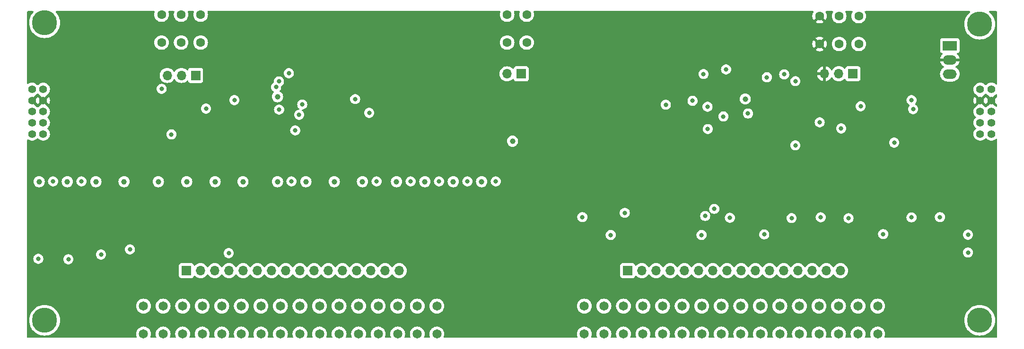
<source format=gbr>
%TF.GenerationSoftware,KiCad,Pcbnew,7.0.9*%
%TF.CreationDate,2023-12-12T00:43:06+00:00*%
%TF.ProjectId,Robust-IO-Expander,526f6275-7374-42d4-994f-2d457870616e,V1*%
%TF.SameCoordinates,Original*%
%TF.FileFunction,Copper,L3,Inr*%
%TF.FilePolarity,Positive*%
%FSLAX46Y46*%
G04 Gerber Fmt 4.6, Leading zero omitted, Abs format (unit mm)*
G04 Created by KiCad (PCBNEW 7.0.9) date 2023-12-12 00:43:06*
%MOMM*%
%LPD*%
G01*
G04 APERTURE LIST*
%TA.AperFunction,ComponentPad*%
%ADD10C,4.500000*%
%TD*%
%TA.AperFunction,ComponentPad*%
%ADD11R,1.700000X1.700000*%
%TD*%
%TA.AperFunction,ComponentPad*%
%ADD12O,1.700000X1.700000*%
%TD*%
%TA.AperFunction,ComponentPad*%
%ADD13C,1.600200*%
%TD*%
%TA.AperFunction,ComponentPad*%
%ADD14R,2.500000X1.700000*%
%TD*%
%TA.AperFunction,ComponentPad*%
%ADD15O,2.500000X1.700000*%
%TD*%
%TA.AperFunction,ComponentPad*%
%ADD16C,1.397000*%
%TD*%
%TA.AperFunction,ComponentPad*%
%ADD17C,1.650000*%
%TD*%
%TA.AperFunction,ViaPad*%
%ADD18C,0.800000*%
%TD*%
%TA.AperFunction,ViaPad*%
%ADD19C,1.000000*%
%TD*%
G04 APERTURE END LIST*
D10*
%TO.N,unconnected-(H1-Pad1)*%
%TO.C,H1*%
X56642000Y-130556000D03*
%TD*%
D11*
%TO.N,InCS*%
%TO.C,J2*%
X141966000Y-86374900D03*
D12*
%TO.N,OutCS*%
X139426000Y-86374900D03*
%TD*%
D13*
%TO.N,SCK*%
%TO.C,J11*%
X84582001Y-80772000D03*
X84582001Y-75772000D03*
%TO.N,MOSI*%
X81082001Y-80772000D03*
X81082001Y-75772000D03*
%TO.N,MISO*%
X77582000Y-80772000D03*
X77582000Y-75772000D03*
%TD*%
D11*
%TO.N,SCK*%
%TO.C,J4*%
X83678000Y-86665000D03*
D12*
%TO.N,MOSI*%
X81138000Y-86665000D03*
%TO.N,MISO*%
X78598000Y-86665000D03*
%TD*%
D10*
%TO.N,unconnected-(H2-Pad1)*%
%TO.C,H2*%
X224028000Y-130556000D03*
%TD*%
D11*
%TO.N,EOUT0*%
%TO.C,J7*%
X161036000Y-121666000D03*
D12*
%TO.N,EOUT1*%
X163576000Y-121666000D03*
%TO.N,EOUT2*%
X166116000Y-121666000D03*
%TO.N,EOUT3*%
X168656000Y-121666000D03*
%TO.N,EOUT4*%
X171196000Y-121666000D03*
%TO.N,EOUT5*%
X173736000Y-121666000D03*
%TO.N,EOUT6*%
X176276000Y-121666000D03*
%TO.N,EOUT7*%
X178816000Y-121666000D03*
%TO.N,EOUT8*%
X181356000Y-121666000D03*
%TO.N,EOUT9*%
X183896000Y-121666000D03*
%TO.N,EOUT10*%
X186436000Y-121666000D03*
%TO.N,EOUT11*%
X188976000Y-121666000D03*
%TO.N,EOUT12*%
X191516000Y-121666000D03*
%TO.N,EOUT13*%
X194056000Y-121666000D03*
%TO.N,EOUT14*%
X196596000Y-121666000D03*
%TO.N,EOUT15*%
X199136000Y-121666000D03*
%TD*%
D13*
%TO.N,InCS*%
%TO.C,J3*%
X142946002Y-80772000D03*
X142946002Y-75772000D03*
%TO.N,OutCS*%
X139445999Y-80772000D03*
X139445999Y-75772000D03*
%TD*%
D14*
%TO.N,Net-(U11-IN)*%
%TO.C,U11*%
X218694000Y-81322500D03*
D15*
%TO.N,GND*%
X218694000Y-83862500D03*
%TO.N,+3.3V*%
X218694000Y-86402500D03*
%TD*%
D16*
%TO.N,SCK*%
%TO.C,J9*%
X54405399Y-97155000D03*
X56405401Y-97155000D03*
%TO.N,MOSI*%
X54405399Y-95155001D03*
X56405401Y-95155001D03*
%TO.N,MISO*%
X54405399Y-93155000D03*
X56405401Y-93155000D03*
%TO.N,GND*%
X54405399Y-91154999D03*
X56405401Y-91154999D03*
%TO.N,unconnected-(J9-Pad9)*%
X54405399Y-89155001D03*
%TO.N,unconnected-(J9-Pad10)*%
X56405401Y-89155001D03*
%TD*%
D13*
%TO.N,Net-(J12-Pin_1)*%
%TO.C,J8*%
X202382001Y-81026000D03*
X202382001Y-76026000D03*
%TO.N,Net-(J12-Pin_2)*%
X198882001Y-81026000D03*
X198882001Y-76026000D03*
%TO.N,GND*%
X195382000Y-81026000D03*
X195382000Y-76026000D03*
%TD*%
D11*
%TO.N,EIN0*%
%TO.C,J1*%
X82042000Y-121666000D03*
D12*
%TO.N,EIN1*%
X84582000Y-121666000D03*
%TO.N,EIN2*%
X87122000Y-121666000D03*
%TO.N,EIN3*%
X89662000Y-121666000D03*
%TO.N,EIN4*%
X92202000Y-121666000D03*
%TO.N,EIN5*%
X94742000Y-121666000D03*
%TO.N,EIN6*%
X97282000Y-121666000D03*
%TO.N,EIN7*%
X99822000Y-121666000D03*
%TO.N,EIN8*%
X102362000Y-121666000D03*
%TO.N,EIN9*%
X104902000Y-121666000D03*
%TO.N,EIN10*%
X107442000Y-121666000D03*
%TO.N,EIN11*%
X109982000Y-121666000D03*
%TO.N,EIN12*%
X112522000Y-121666000D03*
%TO.N,EIN13*%
X115062000Y-121666000D03*
%TO.N,EIN14*%
X117602000Y-121666000D03*
%TO.N,EIN15*%
X120142000Y-121666000D03*
%TD*%
D17*
%TO.N,EOUT0*%
%TO.C,J6*%
X153270000Y-128016000D03*
%TO.N,EOUT1*%
X156770000Y-128016000D03*
%TO.N,EOUT2*%
X160270000Y-128016000D03*
%TO.N,EOUT3*%
X163770000Y-128016000D03*
%TO.N,EOUT4*%
X167270000Y-128016000D03*
%TO.N,EOUT5*%
X170770000Y-128016000D03*
%TO.N,EOUT6*%
X174270000Y-128016000D03*
%TO.N,EOUT7*%
X177770000Y-128016000D03*
%TO.N,EOUT8*%
X181270000Y-128016000D03*
%TO.N,EOUT9*%
X184770000Y-128016000D03*
%TO.N,EOUT10*%
X188270000Y-128016000D03*
%TO.N,EOUT11*%
X191770000Y-128016000D03*
%TO.N,EOUT12*%
X195270000Y-128016000D03*
%TO.N,EOUT13*%
X198770000Y-128016000D03*
%TO.N,EOUT14*%
X202270000Y-128016000D03*
%TO.N,EOUT15*%
X205770000Y-128016000D03*
X205770000Y-133016000D03*
%TO.N,EOUT14*%
X202270000Y-133016000D03*
%TO.N,EOUT13*%
X198770000Y-133016000D03*
%TO.N,EOUT12*%
X195270000Y-133016000D03*
%TO.N,EOUT11*%
X191770000Y-133016000D03*
%TO.N,EOUT10*%
X188270000Y-133016000D03*
%TO.N,EOUT9*%
X184770000Y-133016000D03*
%TO.N,EOUT8*%
X181270000Y-133016000D03*
%TO.N,EOUT7*%
X177770000Y-133016000D03*
%TO.N,EOUT6*%
X174270000Y-133016000D03*
%TO.N,EOUT5*%
X170770000Y-133016000D03*
%TO.N,EOUT4*%
X167270000Y-133016000D03*
%TO.N,EOUT3*%
X163770000Y-133016000D03*
%TO.N,EOUT2*%
X160270000Y-133016000D03*
%TO.N,EOUT1*%
X156770000Y-133016000D03*
%TO.N,EOUT0*%
X153270000Y-133016000D03*
%TD*%
D10*
%TO.N,unconnected-(H3-Pad1)*%
%TO.C,H3*%
X56642000Y-77216000D03*
%TD*%
D11*
%TO.N,Net-(J12-Pin_1)*%
%TO.C,J12*%
X201351000Y-86360000D03*
D12*
%TO.N,Net-(J12-Pin_2)*%
X198811000Y-86360000D03*
%TO.N,GND*%
X196271000Y-86360000D03*
%TD*%
D10*
%TO.N,unconnected-(H4-Pad1)*%
%TO.C,H4*%
X224028000Y-77470000D03*
%TD*%
D16*
%TO.N,unconnected-(J10-Pad1)*%
%TO.C,J10*%
X224131299Y-89155000D03*
%TO.N,unconnected-(J10-Pad2)*%
X226131301Y-89155000D03*
%TO.N,GND*%
X224131299Y-91154999D03*
X226131301Y-91154999D03*
%TO.N,MISO*%
X224131299Y-93155000D03*
X226131301Y-93155000D03*
%TO.N,MOSI*%
X224131299Y-95155001D03*
X226131301Y-95155001D03*
%TO.N,SCK*%
X224131299Y-97154999D03*
X226131301Y-97154999D03*
%TD*%
D17*
%TO.N,EIN0*%
%TO.C,J5*%
X74362000Y-128016000D03*
%TO.N,EIN1*%
X77862000Y-128016000D03*
%TO.N,EIN2*%
X81362000Y-128016000D03*
%TO.N,EIN3*%
X84862000Y-128016000D03*
%TO.N,EIN4*%
X88362000Y-128016000D03*
%TO.N,EIN5*%
X91862000Y-128016000D03*
%TO.N,EIN6*%
X95362000Y-128016000D03*
%TO.N,EIN7*%
X98862000Y-128016000D03*
%TO.N,EIN8*%
X102362000Y-128016000D03*
%TO.N,EIN9*%
X105862000Y-128016000D03*
%TO.N,EIN10*%
X109362000Y-128016000D03*
%TO.N,EIN11*%
X112862000Y-128016000D03*
%TO.N,EIN12*%
X116362000Y-128016000D03*
%TO.N,EIN13*%
X119862000Y-128016000D03*
%TO.N,EIN14*%
X123362000Y-128016000D03*
%TO.N,EIN15*%
X126862000Y-128016000D03*
X126862000Y-133016000D03*
%TO.N,EIN14*%
X123362000Y-133016000D03*
%TO.N,EIN13*%
X119862000Y-133016000D03*
%TO.N,EIN12*%
X116362000Y-133016000D03*
%TO.N,EIN11*%
X112862000Y-133016000D03*
%TO.N,EIN10*%
X109362000Y-133016000D03*
%TO.N,EIN9*%
X105862000Y-133016000D03*
%TO.N,EIN8*%
X102362000Y-133016000D03*
%TO.N,EIN7*%
X98862000Y-133016000D03*
%TO.N,EIN6*%
X95362000Y-133016000D03*
%TO.N,EIN5*%
X91862000Y-133016000D03*
%TO.N,EIN4*%
X88362000Y-133016000D03*
%TO.N,EIN3*%
X84862000Y-133016000D03*
%TO.N,EIN2*%
X81362000Y-133016000D03*
%TO.N,EIN1*%
X77862000Y-133016000D03*
%TO.N,EIN0*%
X74362000Y-133016000D03*
%TD*%
D18*
%TO.N,EIN0*%
X55524400Y-119532000D03*
%TO.N,EIN1*%
X60909200Y-119634000D03*
%TO.N,EIN2*%
X66751200Y-118770400D03*
%TO.N,EIN3*%
X71932800Y-117856000D03*
%TO.N,EIN6*%
X89611200Y-118516400D03*
%TO.N,OutCS*%
X175317600Y-92281100D03*
%TO.N,GND*%
X185420000Y-105664000D03*
X122123000Y-112217000D03*
X105969000Y-112217000D03*
X127254000Y-112217000D03*
X73456800Y-112217000D03*
X79451200Y-112166000D03*
X84582000Y-112217000D03*
X101752400Y-89924500D03*
X169164000Y-105766000D03*
X82397600Y-90017600D03*
X174193000Y-105766000D03*
X132436000Y-112217000D03*
X137516000Y-112217000D03*
X200660000Y-105664000D03*
X94792800Y-112217000D03*
X100838000Y-112217000D03*
X63296800Y-112217000D03*
X142748000Y-105715000D03*
X216916000Y-105664000D03*
X179324000Y-105766000D03*
X152908000Y-105715000D03*
X147777000Y-105715000D03*
X157937000Y-105715000D03*
X164135000Y-105715000D03*
X89763600Y-112217000D03*
X140462000Y-91664900D03*
X211531200Y-82804000D03*
X110947000Y-112166000D03*
X190551000Y-105664000D03*
X178749400Y-91493600D03*
X116078000Y-112217000D03*
X221996000Y-105613000D03*
D19*
X133350000Y-91440000D03*
D18*
X68326000Y-112217000D03*
X205943200Y-79756000D03*
X211531200Y-81432400D03*
D19*
X74168000Y-92456000D03*
D18*
X211531200Y-83972400D03*
X195580000Y-105664000D03*
X211887000Y-105715000D03*
X205943200Y-78638400D03*
X206807000Y-105664000D03*
X58166000Y-112217000D03*
%TO.N,SCK*%
X98094800Y-88747600D03*
X175367300Y-96271700D03*
%TO.N,MOSI*%
X77603900Y-89066500D03*
X182565100Y-93491000D03*
X98602800Y-87731600D03*
%TO.N,MISO*%
X100381000Y-86258400D03*
X178155600Y-94016500D03*
%TO.N,EOUT0*%
X157988000Y-115265200D03*
%TO.N,EOUT1*%
X152908000Y-112062500D03*
%TO.N,EOUT2*%
X160501800Y-111303000D03*
%TO.N,EOUT4*%
X179324000Y-112185200D03*
%TO.N,EOUT5*%
X174244000Y-115265200D03*
%TO.N,EOUT6*%
X174904400Y-111861600D03*
%TO.N,EOUT7*%
X176530000Y-110591600D03*
%TO.N,EOUT8*%
X200558400Y-112268000D03*
%TO.N,EOUT9*%
X195580000Y-112099900D03*
%TO.N,EOUT10*%
X190373250Y-112242350D03*
%TO.N,EOUT11*%
X185470800Y-115163600D03*
%TO.N,EOUT12*%
X221945200Y-118414800D03*
X221945200Y-115214400D03*
%TO.N,EOUT13*%
X216916000Y-112064800D03*
%TO.N,EOUT14*%
X211836000Y-112115400D03*
%TO.N,EOUT15*%
X206756000Y-115112800D03*
%TO.N,Out0*%
X172638750Y-91206350D03*
X178636268Y-85581500D03*
%TO.N,Out1*%
X167859950Y-91913950D03*
X174599600Y-86419500D03*
%TO.N,Out11*%
X191046000Y-99207400D03*
X195393700Y-95070700D03*
%TO.N,Out12*%
X211834100Y-91082000D03*
X191051400Y-87690200D03*
%TO.N,Out13*%
X212120000Y-92693000D03*
X185934200Y-86991000D03*
%TO.N,Out14*%
X202737100Y-92190200D03*
X189042900Y-86473900D03*
%TO.N,Out15*%
X208737200Y-98704400D03*
X199237600Y-96164400D03*
%TO.N,IN8*%
X101514900Y-96519400D03*
X100838000Y-105664000D03*
%TO.N,IN11*%
X102209600Y-93723500D03*
X116078000Y-105664000D03*
%TO.N,IN12*%
X122174000Y-105664000D03*
X98627900Y-92793500D03*
%TO.N,IN13*%
X127254000Y-105664000D03*
X114757200Y-93370400D03*
%TO.N,IN14*%
X132334000Y-105664000D03*
X102768400Y-91874500D03*
%TO.N,IN15*%
X137414000Y-105664000D03*
X112242200Y-90906200D03*
%TO.N,IN0*%
X90627200Y-91082200D03*
X58166000Y-105664000D03*
%TO.N,IN1*%
X85547200Y-92608400D03*
X63246000Y-105664000D03*
D19*
%TO.N,+3.3V*%
X77012800Y-105715000D03*
X92151200Y-105715000D03*
X182067000Y-90881200D03*
X103429000Y-105715000D03*
D18*
X79349600Y-97231200D03*
D19*
X82092800Y-105715000D03*
X70866000Y-105715000D03*
X108509000Y-105715000D03*
X87172800Y-105715000D03*
X65836800Y-105715000D03*
X129794000Y-105715000D03*
X98348800Y-90474800D03*
X140411000Y-98450400D03*
X60706000Y-105715000D03*
X124714000Y-105715000D03*
X113538000Y-105715000D03*
X55676800Y-105715000D03*
X119634000Y-105715000D03*
X134874000Y-105715000D03*
X98348800Y-105715000D03*
%TD*%
%TA.AperFunction,Conductor*%
%TO.N,GND*%
G36*
X54613382Y-75142185D02*
G01*
X54659137Y-75194989D01*
X54669081Y-75264147D01*
X54640056Y-75327703D01*
X54634024Y-75334181D01*
X54579460Y-75388744D01*
X54374251Y-75650673D01*
X54202101Y-75935445D01*
X54202100Y-75935447D01*
X54065536Y-76238880D01*
X54065530Y-76238895D01*
X53966546Y-76556550D01*
X53966544Y-76556556D01*
X53966544Y-76556559D01*
X53944145Y-76678785D01*
X53906563Y-76883863D01*
X53886473Y-77216000D01*
X53906563Y-77548136D01*
X53906563Y-77548141D01*
X53906564Y-77548142D01*
X53966544Y-77875441D01*
X53966545Y-77875445D01*
X53966546Y-77875449D01*
X54065530Y-78193104D01*
X54065534Y-78193116D01*
X54065537Y-78193123D01*
X54202102Y-78496557D01*
X54374246Y-78781318D01*
X54374251Y-78781326D01*
X54579460Y-79043255D01*
X54814744Y-79278539D01*
X55076673Y-79483748D01*
X55076678Y-79483751D01*
X55076682Y-79483754D01*
X55361443Y-79655898D01*
X55664877Y-79792463D01*
X55664890Y-79792467D01*
X55664895Y-79792469D01*
X55876665Y-79858458D01*
X55982559Y-79891456D01*
X56309858Y-79951436D01*
X56642000Y-79971527D01*
X56974142Y-79951436D01*
X57301441Y-79891456D01*
X57619123Y-79792463D01*
X57922557Y-79655898D01*
X58207318Y-79483754D01*
X58469252Y-79278542D01*
X58704542Y-79043252D01*
X58909754Y-78781318D01*
X59081898Y-78496557D01*
X59218463Y-78193123D01*
X59317456Y-77875441D01*
X59377436Y-77548142D01*
X59397527Y-77216000D01*
X59377436Y-76883858D01*
X59317456Y-76556559D01*
X59276393Y-76424783D01*
X59218469Y-76238895D01*
X59218467Y-76238890D01*
X59218463Y-76238877D01*
X59081898Y-75935443D01*
X58909754Y-75650682D01*
X58909751Y-75650678D01*
X58909748Y-75650673D01*
X58704539Y-75388744D01*
X58649976Y-75334181D01*
X58616491Y-75272858D01*
X58621475Y-75203166D01*
X58663347Y-75147233D01*
X58728811Y-75122816D01*
X58737657Y-75122500D01*
X76255172Y-75122500D01*
X76322211Y-75142185D01*
X76367966Y-75194989D01*
X76377910Y-75264147D01*
X76367554Y-75298904D01*
X76355169Y-75325462D01*
X76355164Y-75325476D01*
X76296268Y-75545284D01*
X76296266Y-75545294D01*
X76276432Y-75771999D01*
X76276432Y-75772000D01*
X76296266Y-75998705D01*
X76296268Y-75998715D01*
X76355164Y-76218523D01*
X76355166Y-76218527D01*
X76355167Y-76218531D01*
X76383646Y-76279603D01*
X76451344Y-76424783D01*
X76451345Y-76424785D01*
X76581873Y-76611198D01*
X76581878Y-76611204D01*
X76742795Y-76772121D01*
X76742801Y-76772126D01*
X76929214Y-76902654D01*
X76929216Y-76902655D01*
X77135469Y-76998833D01*
X77355290Y-77057733D01*
X77536658Y-77073601D01*
X77581999Y-77077568D01*
X77582000Y-77077568D01*
X77582001Y-77077568D01*
X77619785Y-77074262D01*
X77808710Y-77057733D01*
X78028531Y-76998833D01*
X78234784Y-76902655D01*
X78421203Y-76772123D01*
X78582123Y-76611203D01*
X78712655Y-76424784D01*
X78808833Y-76218531D01*
X78867733Y-75998710D01*
X78887568Y-75772000D01*
X78867733Y-75545290D01*
X78821694Y-75373466D01*
X78808835Y-75325476D01*
X78808830Y-75325462D01*
X78796446Y-75298904D01*
X78785954Y-75229827D01*
X78814474Y-75166043D01*
X78872951Y-75127804D01*
X78908828Y-75122500D01*
X79755173Y-75122500D01*
X79822212Y-75142185D01*
X79867967Y-75194989D01*
X79877911Y-75264147D01*
X79867555Y-75298904D01*
X79855170Y-75325462D01*
X79855165Y-75325476D01*
X79796269Y-75545284D01*
X79796267Y-75545294D01*
X79776433Y-75771999D01*
X79776433Y-75772000D01*
X79796267Y-75998705D01*
X79796269Y-75998715D01*
X79855165Y-76218523D01*
X79855167Y-76218527D01*
X79855168Y-76218531D01*
X79883647Y-76279603D01*
X79951345Y-76424783D01*
X79951346Y-76424785D01*
X80081874Y-76611198D01*
X80081879Y-76611204D01*
X80242796Y-76772121D01*
X80242802Y-76772126D01*
X80429215Y-76902654D01*
X80429217Y-76902655D01*
X80635470Y-76998833D01*
X80855291Y-77057733D01*
X81036659Y-77073601D01*
X81082000Y-77077568D01*
X81082001Y-77077568D01*
X81082002Y-77077568D01*
X81119786Y-77074262D01*
X81308711Y-77057733D01*
X81528532Y-76998833D01*
X81734785Y-76902655D01*
X81921204Y-76772123D01*
X82082124Y-76611203D01*
X82212656Y-76424784D01*
X82308834Y-76218531D01*
X82367734Y-75998710D01*
X82387569Y-75772000D01*
X82367734Y-75545290D01*
X82321695Y-75373466D01*
X82308836Y-75325476D01*
X82308831Y-75325462D01*
X82296447Y-75298904D01*
X82285955Y-75229827D01*
X82314475Y-75166043D01*
X82372952Y-75127804D01*
X82408829Y-75122500D01*
X83255173Y-75122500D01*
X83322212Y-75142185D01*
X83367967Y-75194989D01*
X83377911Y-75264147D01*
X83367555Y-75298904D01*
X83355170Y-75325462D01*
X83355165Y-75325476D01*
X83296269Y-75545284D01*
X83296267Y-75545294D01*
X83276433Y-75771999D01*
X83276433Y-75772000D01*
X83296267Y-75998705D01*
X83296269Y-75998715D01*
X83355165Y-76218523D01*
X83355167Y-76218527D01*
X83355168Y-76218531D01*
X83383647Y-76279603D01*
X83451345Y-76424783D01*
X83451346Y-76424785D01*
X83581874Y-76611198D01*
X83581879Y-76611204D01*
X83742796Y-76772121D01*
X83742802Y-76772126D01*
X83929215Y-76902654D01*
X83929217Y-76902655D01*
X84135470Y-76998833D01*
X84355291Y-77057733D01*
X84536659Y-77073601D01*
X84582000Y-77077568D01*
X84582001Y-77077568D01*
X84582002Y-77077568D01*
X84619786Y-77074262D01*
X84808711Y-77057733D01*
X85028532Y-76998833D01*
X85234785Y-76902655D01*
X85421204Y-76772123D01*
X85582124Y-76611203D01*
X85712656Y-76424784D01*
X85808834Y-76218531D01*
X85867734Y-75998710D01*
X85887569Y-75772000D01*
X85867734Y-75545290D01*
X85821695Y-75373466D01*
X85808836Y-75325476D01*
X85808831Y-75325462D01*
X85796447Y-75298904D01*
X85785955Y-75229827D01*
X85814475Y-75166043D01*
X85872952Y-75127804D01*
X85908829Y-75122500D01*
X138119171Y-75122500D01*
X138186210Y-75142185D01*
X138231965Y-75194989D01*
X138241909Y-75264147D01*
X138231553Y-75298904D01*
X138219168Y-75325462D01*
X138219163Y-75325476D01*
X138160267Y-75545284D01*
X138160265Y-75545294D01*
X138140431Y-75771999D01*
X138140431Y-75772000D01*
X138160265Y-75998705D01*
X138160267Y-75998715D01*
X138219163Y-76218523D01*
X138219165Y-76218527D01*
X138219166Y-76218531D01*
X138247645Y-76279603D01*
X138315343Y-76424783D01*
X138315344Y-76424785D01*
X138445872Y-76611198D01*
X138445877Y-76611204D01*
X138606794Y-76772121D01*
X138606800Y-76772126D01*
X138793213Y-76902654D01*
X138793215Y-76902655D01*
X138999468Y-76998833D01*
X139219289Y-77057733D01*
X139400657Y-77073601D01*
X139445998Y-77077568D01*
X139445999Y-77077568D01*
X139446000Y-77077568D01*
X139483784Y-77074262D01*
X139672709Y-77057733D01*
X139892530Y-76998833D01*
X140098783Y-76902655D01*
X140285202Y-76772123D01*
X140446122Y-76611203D01*
X140576654Y-76424784D01*
X140672832Y-76218531D01*
X140731732Y-75998710D01*
X140751567Y-75772000D01*
X140731732Y-75545290D01*
X140685693Y-75373466D01*
X140672834Y-75325476D01*
X140672829Y-75325462D01*
X140660445Y-75298904D01*
X140649953Y-75229827D01*
X140678473Y-75166043D01*
X140736950Y-75127804D01*
X140772827Y-75122500D01*
X141619174Y-75122500D01*
X141686213Y-75142185D01*
X141731968Y-75194989D01*
X141741912Y-75264147D01*
X141731556Y-75298904D01*
X141719171Y-75325462D01*
X141719166Y-75325476D01*
X141660270Y-75545284D01*
X141660268Y-75545294D01*
X141640434Y-75771999D01*
X141640434Y-75772000D01*
X141660268Y-75998705D01*
X141660270Y-75998715D01*
X141719166Y-76218523D01*
X141719168Y-76218527D01*
X141719169Y-76218531D01*
X141747648Y-76279603D01*
X141815346Y-76424783D01*
X141815347Y-76424785D01*
X141945875Y-76611198D01*
X141945880Y-76611204D01*
X142106797Y-76772121D01*
X142106803Y-76772126D01*
X142293216Y-76902654D01*
X142293218Y-76902655D01*
X142499471Y-76998833D01*
X142719292Y-77057733D01*
X142900660Y-77073601D01*
X142946001Y-77077568D01*
X142946002Y-77077568D01*
X142946003Y-77077568D01*
X142983787Y-77074262D01*
X143172712Y-77057733D01*
X143392533Y-76998833D01*
X143598786Y-76902655D01*
X143785205Y-76772123D01*
X143946125Y-76611203D01*
X144076657Y-76424784D01*
X144172835Y-76218531D01*
X144231735Y-75998710D01*
X144251570Y-75772000D01*
X144231735Y-75545290D01*
X144185696Y-75373466D01*
X144172837Y-75325476D01*
X144172832Y-75325462D01*
X144160448Y-75298904D01*
X144149956Y-75229827D01*
X144178476Y-75166043D01*
X144236953Y-75127804D01*
X144272830Y-75122500D01*
X194189307Y-75122500D01*
X194256346Y-75142185D01*
X194302101Y-75194989D01*
X194312045Y-75264147D01*
X194290882Y-75317623D01*
X194251782Y-75373462D01*
X194251780Y-75373466D01*
X194155640Y-75579639D01*
X194155636Y-75579648D01*
X194096762Y-75799372D01*
X194096760Y-75799382D01*
X194076934Y-76025999D01*
X194076934Y-76026000D01*
X194096760Y-76252617D01*
X194096762Y-76252627D01*
X194155636Y-76472351D01*
X194155640Y-76472360D01*
X194251782Y-76678536D01*
X194302901Y-76751543D01*
X194302902Y-76751544D01*
X194859368Y-76195077D01*
X194862594Y-76210597D01*
X194931658Y-76343886D01*
X195034123Y-76453598D01*
X195162388Y-76531598D01*
X195215166Y-76546385D01*
X194656454Y-77105096D01*
X194729466Y-77156219D01*
X194729468Y-77156220D01*
X194935639Y-77252359D01*
X194935648Y-77252363D01*
X195155372Y-77311237D01*
X195155382Y-77311239D01*
X195381999Y-77331066D01*
X195382001Y-77331066D01*
X195608617Y-77311239D01*
X195608627Y-77311237D01*
X195828351Y-77252363D01*
X195828360Y-77252359D01*
X196034530Y-77156221D01*
X196107544Y-77105096D01*
X195550603Y-76548156D01*
X195668412Y-76496985D01*
X195784862Y-76402246D01*
X195871433Y-76279603D01*
X195902300Y-76192748D01*
X196461096Y-76751544D01*
X196512221Y-76678530D01*
X196608359Y-76472360D01*
X196608363Y-76472351D01*
X196667237Y-76252627D01*
X196667239Y-76252617D01*
X196687066Y-76026000D01*
X196687066Y-76025999D01*
X196667239Y-75799382D01*
X196667237Y-75799372D01*
X196608363Y-75579648D01*
X196608359Y-75579639D01*
X196512219Y-75373466D01*
X196512217Y-75373462D01*
X196473118Y-75317623D01*
X196450791Y-75251417D01*
X196467801Y-75183650D01*
X196518749Y-75135837D01*
X196574693Y-75122500D01*
X197688697Y-75122500D01*
X197755736Y-75142185D01*
X197801491Y-75194989D01*
X197811435Y-75264147D01*
X197790272Y-75317623D01*
X197751346Y-75373214D01*
X197751345Y-75373216D01*
X197655169Y-75579467D01*
X197655165Y-75579476D01*
X197596269Y-75799284D01*
X197596267Y-75799294D01*
X197576433Y-76025999D01*
X197576433Y-76026000D01*
X197596267Y-76252705D01*
X197596269Y-76252715D01*
X197655165Y-76472523D01*
X197655167Y-76472527D01*
X197655168Y-76472531D01*
X197682712Y-76531598D01*
X197751345Y-76678783D01*
X197751346Y-76678785D01*
X197881874Y-76865198D01*
X197881879Y-76865204D01*
X198042796Y-77026121D01*
X198042802Y-77026126D01*
X198229215Y-77156654D01*
X198229217Y-77156655D01*
X198435470Y-77252833D01*
X198655291Y-77311733D01*
X198836659Y-77327601D01*
X198882000Y-77331568D01*
X198882001Y-77331568D01*
X198882002Y-77331568D01*
X198919786Y-77328262D01*
X199108711Y-77311733D01*
X199328532Y-77252833D01*
X199534785Y-77156655D01*
X199721204Y-77026123D01*
X199882124Y-76865203D01*
X200012656Y-76678784D01*
X200108834Y-76472531D01*
X200167734Y-76252710D01*
X200187569Y-76026000D01*
X200167734Y-75799290D01*
X200108834Y-75579469D01*
X200012656Y-75373216D01*
X200012655Y-75373214D01*
X199973730Y-75317623D01*
X199951403Y-75251417D01*
X199968413Y-75183650D01*
X200019362Y-75135837D01*
X200075305Y-75122500D01*
X201188697Y-75122500D01*
X201255736Y-75142185D01*
X201301491Y-75194989D01*
X201311435Y-75264147D01*
X201290272Y-75317623D01*
X201251346Y-75373214D01*
X201251345Y-75373216D01*
X201155169Y-75579467D01*
X201155165Y-75579476D01*
X201096269Y-75799284D01*
X201096267Y-75799294D01*
X201076433Y-76025999D01*
X201076433Y-76026000D01*
X201096267Y-76252705D01*
X201096269Y-76252715D01*
X201155165Y-76472523D01*
X201155167Y-76472527D01*
X201155168Y-76472531D01*
X201182712Y-76531598D01*
X201251345Y-76678783D01*
X201251346Y-76678785D01*
X201381874Y-76865198D01*
X201381879Y-76865204D01*
X201542796Y-77026121D01*
X201542802Y-77026126D01*
X201729215Y-77156654D01*
X201729217Y-77156655D01*
X201935470Y-77252833D01*
X202155291Y-77311733D01*
X202336659Y-77327601D01*
X202382000Y-77331568D01*
X202382001Y-77331568D01*
X202382002Y-77331568D01*
X202419786Y-77328262D01*
X202608711Y-77311733D01*
X202828532Y-77252833D01*
X203034785Y-77156655D01*
X203221204Y-77026123D01*
X203382124Y-76865203D01*
X203512656Y-76678784D01*
X203608834Y-76472531D01*
X203667734Y-76252710D01*
X203687569Y-76026000D01*
X203667734Y-75799290D01*
X203608834Y-75579469D01*
X203512656Y-75373216D01*
X203512655Y-75373214D01*
X203473730Y-75317623D01*
X203451403Y-75251417D01*
X203468413Y-75183650D01*
X203519362Y-75135837D01*
X203575305Y-75122500D01*
X222205131Y-75122500D01*
X222272170Y-75142185D01*
X222317925Y-75194989D01*
X222327869Y-75264147D01*
X222298844Y-75327703D01*
X222281604Y-75344111D01*
X222200744Y-75407460D01*
X221965460Y-75642744D01*
X221760251Y-75904673D01*
X221703407Y-75998705D01*
X221619109Y-76138152D01*
X221588101Y-76189445D01*
X221588100Y-76189447D01*
X221451536Y-76492880D01*
X221451530Y-76492895D01*
X221352546Y-76810550D01*
X221352544Y-76810556D01*
X221352544Y-76810559D01*
X221335667Y-76902654D01*
X221292563Y-77137863D01*
X221272473Y-77470000D01*
X221292563Y-77802136D01*
X221292563Y-77802141D01*
X221292564Y-77802142D01*
X221352544Y-78129441D01*
X221352545Y-78129445D01*
X221352546Y-78129449D01*
X221451530Y-78447104D01*
X221451534Y-78447116D01*
X221451537Y-78447123D01*
X221588102Y-78750557D01*
X221606698Y-78781318D01*
X221760251Y-79035326D01*
X221965460Y-79297255D01*
X222200744Y-79532539D01*
X222462673Y-79737748D01*
X222462678Y-79737751D01*
X222462682Y-79737754D01*
X222747443Y-79909898D01*
X223050877Y-80046463D01*
X223050890Y-80046467D01*
X223050895Y-80046469D01*
X223262665Y-80112458D01*
X223368559Y-80145456D01*
X223695858Y-80205436D01*
X224028000Y-80225527D01*
X224360142Y-80205436D01*
X224687441Y-80145456D01*
X225005123Y-80046463D01*
X225308557Y-79909898D01*
X225593318Y-79737754D01*
X225855252Y-79532542D01*
X226090542Y-79297252D01*
X226295754Y-79035318D01*
X226467898Y-78750557D01*
X226604463Y-78447123D01*
X226703456Y-78129441D01*
X226763436Y-77802142D01*
X226783527Y-77470000D01*
X226763436Y-77137858D01*
X226703456Y-76810559D01*
X226604463Y-76492877D01*
X226467898Y-76189443D01*
X226295754Y-75904682D01*
X226295751Y-75904678D01*
X226295748Y-75904673D01*
X226090539Y-75642744D01*
X225855255Y-75407460D01*
X225774396Y-75344111D01*
X225733763Y-75287271D01*
X225730311Y-75217486D01*
X225765135Y-75156914D01*
X225827179Y-75124784D01*
X225850869Y-75122500D01*
X227007500Y-75122500D01*
X227074539Y-75142185D01*
X227120294Y-75194989D01*
X227131500Y-75246500D01*
X227131500Y-88163524D01*
X227111815Y-88230563D01*
X227059011Y-88276318D01*
X226989853Y-88286262D01*
X226926297Y-88257237D01*
X226923962Y-88255162D01*
X226888039Y-88222414D01*
X226856956Y-88194078D01*
X226856953Y-88194076D01*
X226856952Y-88194075D01*
X226668034Y-88077102D01*
X226668028Y-88077099D01*
X226522338Y-88020659D01*
X226460829Y-87996830D01*
X226242405Y-87956000D01*
X226020197Y-87956000D01*
X225801773Y-87996830D01*
X225751996Y-88016113D01*
X225594573Y-88077099D01*
X225594567Y-88077102D01*
X225405647Y-88194076D01*
X225405645Y-88194078D01*
X225241433Y-88343776D01*
X225241433Y-88343777D01*
X225230253Y-88358582D01*
X225174144Y-88400217D01*
X225104432Y-88404908D01*
X225043250Y-88371165D01*
X225032347Y-88358582D01*
X225021166Y-88343777D01*
X225021166Y-88343776D01*
X224856954Y-88194078D01*
X224856952Y-88194076D01*
X224668032Y-88077102D01*
X224668026Y-88077099D01*
X224522336Y-88020659D01*
X224460827Y-87996830D01*
X224242403Y-87956000D01*
X224020195Y-87956000D01*
X223801771Y-87996830D01*
X223751994Y-88016113D01*
X223594571Y-88077099D01*
X223594565Y-88077102D01*
X223405645Y-88194076D01*
X223405643Y-88194078D01*
X223241432Y-88343775D01*
X223107521Y-88521103D01*
X223008479Y-88720005D01*
X223008473Y-88720020D01*
X222947665Y-88933738D01*
X222947664Y-88933740D01*
X222927162Y-89154999D01*
X222927162Y-89155000D01*
X222947664Y-89376259D01*
X222947665Y-89376261D01*
X223008473Y-89589979D01*
X223008479Y-89589994D01*
X223107521Y-89788896D01*
X223241432Y-89966224D01*
X223405643Y-90115921D01*
X223405645Y-90115923D01*
X223449940Y-90143349D01*
X223498792Y-90173596D01*
X223521194Y-90191341D01*
X224047901Y-90718048D01*
X223998800Y-90725449D01*
X223878075Y-90783587D01*
X223779849Y-90874727D01*
X223712852Y-90990771D01*
X223694392Y-91071644D01*
X223123509Y-90500761D01*
X223107950Y-90521366D01*
X223107945Y-90521373D01*
X223008948Y-90720185D01*
X223008942Y-90720200D01*
X222948159Y-90933830D01*
X222948158Y-90933832D01*
X222927665Y-91154998D01*
X222927665Y-91154999D01*
X222948158Y-91376165D01*
X222948159Y-91376167D01*
X223008942Y-91589797D01*
X223008948Y-91589812D01*
X223107945Y-91788625D01*
X223107950Y-91788633D01*
X223123508Y-91809234D01*
X223691979Y-91240765D01*
X223693048Y-91255027D01*
X223742002Y-91379759D01*
X223825547Y-91484521D01*
X223936259Y-91560003D01*
X224045997Y-91593853D01*
X223521190Y-92118659D01*
X223498788Y-92136404D01*
X223405644Y-92194077D01*
X223405643Y-92194078D01*
X223241432Y-92343775D01*
X223107521Y-92521103D01*
X223008479Y-92720005D01*
X223008473Y-92720020D01*
X222947665Y-92933738D01*
X222947664Y-92933740D01*
X222927162Y-93154999D01*
X222927162Y-93155000D01*
X222947664Y-93376259D01*
X222947665Y-93376261D01*
X223008473Y-93589979D01*
X223008479Y-93589994D01*
X223107521Y-93788896D01*
X223241432Y-93966224D01*
X223347989Y-94063363D01*
X223384271Y-94123074D01*
X223382510Y-94192922D01*
X223347990Y-94246637D01*
X223241430Y-94343779D01*
X223107521Y-94521104D01*
X223008479Y-94720006D01*
X223008473Y-94720021D01*
X222947665Y-94933739D01*
X222947664Y-94933741D01*
X222927162Y-95155000D01*
X222927162Y-95155001D01*
X222947664Y-95376260D01*
X222947665Y-95376262D01*
X223008473Y-95589980D01*
X223008479Y-95589995D01*
X223107521Y-95788897D01*
X223241430Y-95966222D01*
X223347988Y-96063363D01*
X223384269Y-96123075D01*
X223382508Y-96192922D01*
X223347988Y-96246637D01*
X223241430Y-96343777D01*
X223107521Y-96521102D01*
X223008479Y-96720004D01*
X223008473Y-96720019D01*
X222947665Y-96933737D01*
X222947664Y-96933739D01*
X222927162Y-97154998D01*
X222927162Y-97154999D01*
X222947664Y-97376258D01*
X222947665Y-97376260D01*
X223008473Y-97589978D01*
X223008479Y-97589993D01*
X223107521Y-97788895D01*
X223241432Y-97966223D01*
X223405643Y-98115920D01*
X223405645Y-98115922D01*
X223594565Y-98232896D01*
X223594571Y-98232899D01*
X223594574Y-98232900D01*
X223801771Y-98313169D01*
X224020195Y-98353999D01*
X224020198Y-98353999D01*
X224242400Y-98353999D01*
X224242403Y-98353999D01*
X224460827Y-98313169D01*
X224668029Y-98232898D01*
X224856954Y-98115921D01*
X225021167Y-97966221D01*
X225032345Y-97951417D01*
X225088453Y-97909782D01*
X225158164Y-97905089D01*
X225219347Y-97938830D01*
X225230249Y-97951411D01*
X225238771Y-97962697D01*
X225241435Y-97966224D01*
X225405645Y-98115920D01*
X225405647Y-98115922D01*
X225594567Y-98232896D01*
X225594573Y-98232899D01*
X225594576Y-98232900D01*
X225801773Y-98313169D01*
X226020197Y-98353999D01*
X226020200Y-98353999D01*
X226242402Y-98353999D01*
X226242405Y-98353999D01*
X226460829Y-98313169D01*
X226668031Y-98232898D01*
X226856956Y-98115921D01*
X226923962Y-98054837D01*
X226986766Y-98024220D01*
X227056153Y-98032417D01*
X227110093Y-98076827D01*
X227131461Y-98143349D01*
X227131500Y-98146474D01*
X227131500Y-133597500D01*
X227111815Y-133664539D01*
X227059011Y-133710294D01*
X227007500Y-133721500D01*
X207098188Y-133721500D01*
X207031149Y-133701815D01*
X206985394Y-133649011D01*
X206975450Y-133579853D01*
X206985806Y-133545096D01*
X207020317Y-133471085D01*
X207020320Y-133471079D01*
X207080349Y-133247050D01*
X207100563Y-133016000D01*
X207098804Y-132995899D01*
X207080349Y-132784955D01*
X207080349Y-132784950D01*
X207020320Y-132560921D01*
X206922301Y-132350719D01*
X206922299Y-132350716D01*
X206922298Y-132350714D01*
X206789273Y-132160735D01*
X206789268Y-132160729D01*
X206625269Y-131996730D01*
X206625263Y-131996726D01*
X206435282Y-131863699D01*
X206225079Y-131765680D01*
X206225076Y-131765679D01*
X206225074Y-131765678D01*
X206001051Y-131705651D01*
X206001044Y-131705650D01*
X205770002Y-131685437D01*
X205769998Y-131685437D01*
X205538955Y-131705650D01*
X205538948Y-131705651D01*
X205314917Y-131765681D01*
X205104718Y-131863699D01*
X205104714Y-131863701D01*
X204914735Y-131996726D01*
X204914729Y-131996731D01*
X204750731Y-132160729D01*
X204750726Y-132160735D01*
X204617701Y-132350714D01*
X204617699Y-132350718D01*
X204519681Y-132560917D01*
X204459651Y-132784948D01*
X204459650Y-132784955D01*
X204439437Y-133015998D01*
X204439437Y-133016001D01*
X204459650Y-133247044D01*
X204459651Y-133247051D01*
X204519678Y-133471074D01*
X204519682Y-133471085D01*
X204554194Y-133545096D01*
X204564686Y-133614173D01*
X204536166Y-133677957D01*
X204477689Y-133716196D01*
X204441812Y-133721500D01*
X203598188Y-133721500D01*
X203531149Y-133701815D01*
X203485394Y-133649011D01*
X203475450Y-133579853D01*
X203485806Y-133545096D01*
X203520317Y-133471085D01*
X203520320Y-133471079D01*
X203580349Y-133247050D01*
X203600563Y-133016000D01*
X203598804Y-132995899D01*
X203580349Y-132784955D01*
X203580349Y-132784950D01*
X203520320Y-132560921D01*
X203422301Y-132350719D01*
X203422299Y-132350716D01*
X203422298Y-132350714D01*
X203289273Y-132160735D01*
X203289268Y-132160729D01*
X203125269Y-131996730D01*
X203125263Y-131996726D01*
X202935282Y-131863699D01*
X202725079Y-131765680D01*
X202725076Y-131765679D01*
X202725074Y-131765678D01*
X202501051Y-131705651D01*
X202501044Y-131705650D01*
X202270002Y-131685437D01*
X202269998Y-131685437D01*
X202038955Y-131705650D01*
X202038948Y-131705651D01*
X201814917Y-131765681D01*
X201604718Y-131863699D01*
X201604714Y-131863701D01*
X201414735Y-131996726D01*
X201414729Y-131996731D01*
X201250731Y-132160729D01*
X201250726Y-132160735D01*
X201117701Y-132350714D01*
X201117699Y-132350718D01*
X201019681Y-132560917D01*
X200959651Y-132784948D01*
X200959650Y-132784955D01*
X200939437Y-133015998D01*
X200939437Y-133016001D01*
X200959650Y-133247044D01*
X200959651Y-133247051D01*
X201019678Y-133471074D01*
X201019682Y-133471085D01*
X201054194Y-133545096D01*
X201064686Y-133614173D01*
X201036166Y-133677957D01*
X200977689Y-133716196D01*
X200941812Y-133721500D01*
X200098188Y-133721500D01*
X200031149Y-133701815D01*
X199985394Y-133649011D01*
X199975450Y-133579853D01*
X199985806Y-133545096D01*
X200020317Y-133471085D01*
X200020320Y-133471079D01*
X200080349Y-133247050D01*
X200100563Y-133016000D01*
X200098804Y-132995899D01*
X200080349Y-132784955D01*
X200080349Y-132784950D01*
X200020320Y-132560921D01*
X199922301Y-132350719D01*
X199922299Y-132350716D01*
X199922298Y-132350714D01*
X199789273Y-132160735D01*
X199789268Y-132160729D01*
X199625269Y-131996730D01*
X199625263Y-131996726D01*
X199435282Y-131863699D01*
X199225079Y-131765680D01*
X199225076Y-131765679D01*
X199225074Y-131765678D01*
X199001051Y-131705651D01*
X199001044Y-131705650D01*
X198770002Y-131685437D01*
X198769998Y-131685437D01*
X198538955Y-131705650D01*
X198538948Y-131705651D01*
X198314917Y-131765681D01*
X198104718Y-131863699D01*
X198104714Y-131863701D01*
X197914735Y-131996726D01*
X197914729Y-131996731D01*
X197750731Y-132160729D01*
X197750726Y-132160735D01*
X197617701Y-132350714D01*
X197617699Y-132350718D01*
X197519681Y-132560917D01*
X197459651Y-132784948D01*
X197459650Y-132784955D01*
X197439437Y-133015998D01*
X197439437Y-133016001D01*
X197459650Y-133247044D01*
X197459651Y-133247051D01*
X197519678Y-133471074D01*
X197519682Y-133471085D01*
X197554194Y-133545096D01*
X197564686Y-133614173D01*
X197536166Y-133677957D01*
X197477689Y-133716196D01*
X197441812Y-133721500D01*
X196598188Y-133721500D01*
X196531149Y-133701815D01*
X196485394Y-133649011D01*
X196475450Y-133579853D01*
X196485806Y-133545096D01*
X196520317Y-133471085D01*
X196520320Y-133471079D01*
X196580349Y-133247050D01*
X196600563Y-133016000D01*
X196598804Y-132995899D01*
X196580349Y-132784955D01*
X196580349Y-132784950D01*
X196520320Y-132560921D01*
X196422301Y-132350719D01*
X196422299Y-132350716D01*
X196422298Y-132350714D01*
X196289273Y-132160735D01*
X196289268Y-132160729D01*
X196125269Y-131996730D01*
X196125263Y-131996726D01*
X195935282Y-131863699D01*
X195725079Y-131765680D01*
X195725076Y-131765679D01*
X195725074Y-131765678D01*
X195501051Y-131705651D01*
X195501044Y-131705650D01*
X195270002Y-131685437D01*
X195269998Y-131685437D01*
X195038955Y-131705650D01*
X195038948Y-131705651D01*
X194814917Y-131765681D01*
X194604718Y-131863699D01*
X194604714Y-131863701D01*
X194414735Y-131996726D01*
X194414729Y-131996731D01*
X194250731Y-132160729D01*
X194250726Y-132160735D01*
X194117701Y-132350714D01*
X194117699Y-132350718D01*
X194019681Y-132560917D01*
X193959651Y-132784948D01*
X193959650Y-132784955D01*
X193939437Y-133015998D01*
X193939437Y-133016001D01*
X193959650Y-133247044D01*
X193959651Y-133247051D01*
X194019678Y-133471074D01*
X194019682Y-133471085D01*
X194054194Y-133545096D01*
X194064686Y-133614173D01*
X194036166Y-133677957D01*
X193977689Y-133716196D01*
X193941812Y-133721500D01*
X193098188Y-133721500D01*
X193031149Y-133701815D01*
X192985394Y-133649011D01*
X192975450Y-133579853D01*
X192985806Y-133545096D01*
X193020317Y-133471085D01*
X193020320Y-133471079D01*
X193080349Y-133247050D01*
X193100563Y-133016000D01*
X193098804Y-132995899D01*
X193080349Y-132784955D01*
X193080349Y-132784950D01*
X193020320Y-132560921D01*
X192922301Y-132350719D01*
X192922299Y-132350716D01*
X192922298Y-132350714D01*
X192789273Y-132160735D01*
X192789268Y-132160729D01*
X192625269Y-131996730D01*
X192625263Y-131996726D01*
X192435282Y-131863699D01*
X192225079Y-131765680D01*
X192225076Y-131765679D01*
X192225074Y-131765678D01*
X192001051Y-131705651D01*
X192001044Y-131705650D01*
X191770002Y-131685437D01*
X191769998Y-131685437D01*
X191538955Y-131705650D01*
X191538948Y-131705651D01*
X191314917Y-131765681D01*
X191104718Y-131863699D01*
X191104714Y-131863701D01*
X190914735Y-131996726D01*
X190914729Y-131996731D01*
X190750731Y-132160729D01*
X190750726Y-132160735D01*
X190617701Y-132350714D01*
X190617699Y-132350718D01*
X190519681Y-132560917D01*
X190459651Y-132784948D01*
X190459650Y-132784955D01*
X190439437Y-133015998D01*
X190439437Y-133016001D01*
X190459650Y-133247044D01*
X190459651Y-133247051D01*
X190519678Y-133471074D01*
X190519682Y-133471085D01*
X190554194Y-133545096D01*
X190564686Y-133614173D01*
X190536166Y-133677957D01*
X190477689Y-133716196D01*
X190441812Y-133721500D01*
X189598188Y-133721500D01*
X189531149Y-133701815D01*
X189485394Y-133649011D01*
X189475450Y-133579853D01*
X189485806Y-133545096D01*
X189520317Y-133471085D01*
X189520320Y-133471079D01*
X189580349Y-133247050D01*
X189600563Y-133016000D01*
X189598804Y-132995899D01*
X189580349Y-132784955D01*
X189580349Y-132784950D01*
X189520320Y-132560921D01*
X189422301Y-132350719D01*
X189422299Y-132350716D01*
X189422298Y-132350714D01*
X189289273Y-132160735D01*
X189289268Y-132160729D01*
X189125269Y-131996730D01*
X189125263Y-131996726D01*
X188935282Y-131863699D01*
X188725079Y-131765680D01*
X188725076Y-131765679D01*
X188725074Y-131765678D01*
X188501051Y-131705651D01*
X188501044Y-131705650D01*
X188270002Y-131685437D01*
X188269998Y-131685437D01*
X188038955Y-131705650D01*
X188038948Y-131705651D01*
X187814917Y-131765681D01*
X187604718Y-131863699D01*
X187604714Y-131863701D01*
X187414735Y-131996726D01*
X187414729Y-131996731D01*
X187250731Y-132160729D01*
X187250726Y-132160735D01*
X187117701Y-132350714D01*
X187117699Y-132350718D01*
X187019681Y-132560917D01*
X186959651Y-132784948D01*
X186959650Y-132784955D01*
X186939437Y-133015998D01*
X186939437Y-133016001D01*
X186959650Y-133247044D01*
X186959651Y-133247051D01*
X187019678Y-133471074D01*
X187019682Y-133471085D01*
X187054194Y-133545096D01*
X187064686Y-133614173D01*
X187036166Y-133677957D01*
X186977689Y-133716196D01*
X186941812Y-133721500D01*
X186098188Y-133721500D01*
X186031149Y-133701815D01*
X185985394Y-133649011D01*
X185975450Y-133579853D01*
X185985806Y-133545096D01*
X186020317Y-133471085D01*
X186020320Y-133471079D01*
X186080349Y-133247050D01*
X186100563Y-133016000D01*
X186098804Y-132995899D01*
X186080349Y-132784955D01*
X186080349Y-132784950D01*
X186020320Y-132560921D01*
X185922301Y-132350719D01*
X185922299Y-132350716D01*
X185922298Y-132350714D01*
X185789273Y-132160735D01*
X185789268Y-132160729D01*
X185625269Y-131996730D01*
X185625263Y-131996726D01*
X185435282Y-131863699D01*
X185225079Y-131765680D01*
X185225076Y-131765679D01*
X185225074Y-131765678D01*
X185001051Y-131705651D01*
X185001044Y-131705650D01*
X184770002Y-131685437D01*
X184769998Y-131685437D01*
X184538955Y-131705650D01*
X184538948Y-131705651D01*
X184314917Y-131765681D01*
X184104718Y-131863699D01*
X184104714Y-131863701D01*
X183914735Y-131996726D01*
X183914729Y-131996731D01*
X183750731Y-132160729D01*
X183750726Y-132160735D01*
X183617701Y-132350714D01*
X183617699Y-132350718D01*
X183519681Y-132560917D01*
X183459651Y-132784948D01*
X183459650Y-132784955D01*
X183439437Y-133015998D01*
X183439437Y-133016001D01*
X183459650Y-133247044D01*
X183459651Y-133247051D01*
X183519678Y-133471074D01*
X183519682Y-133471085D01*
X183554194Y-133545096D01*
X183564686Y-133614173D01*
X183536166Y-133677957D01*
X183477689Y-133716196D01*
X183441812Y-133721500D01*
X182598188Y-133721500D01*
X182531149Y-133701815D01*
X182485394Y-133649011D01*
X182475450Y-133579853D01*
X182485806Y-133545096D01*
X182520317Y-133471085D01*
X182520320Y-133471079D01*
X182580349Y-133247050D01*
X182600563Y-133016000D01*
X182598804Y-132995899D01*
X182580349Y-132784955D01*
X182580349Y-132784950D01*
X182520320Y-132560921D01*
X182422301Y-132350719D01*
X182422299Y-132350716D01*
X182422298Y-132350714D01*
X182289273Y-132160735D01*
X182289268Y-132160729D01*
X182125269Y-131996730D01*
X182125263Y-131996726D01*
X181935282Y-131863699D01*
X181725079Y-131765680D01*
X181725076Y-131765679D01*
X181725074Y-131765678D01*
X181501051Y-131705651D01*
X181501044Y-131705650D01*
X181270002Y-131685437D01*
X181269998Y-131685437D01*
X181038955Y-131705650D01*
X181038948Y-131705651D01*
X180814917Y-131765681D01*
X180604718Y-131863699D01*
X180604714Y-131863701D01*
X180414735Y-131996726D01*
X180414729Y-131996731D01*
X180250731Y-132160729D01*
X180250726Y-132160735D01*
X180117701Y-132350714D01*
X180117699Y-132350718D01*
X180019681Y-132560917D01*
X179959651Y-132784948D01*
X179959650Y-132784955D01*
X179939437Y-133015998D01*
X179939437Y-133016001D01*
X179959650Y-133247044D01*
X179959651Y-133247051D01*
X180019678Y-133471074D01*
X180019682Y-133471085D01*
X180054194Y-133545096D01*
X180064686Y-133614173D01*
X180036166Y-133677957D01*
X179977689Y-133716196D01*
X179941812Y-133721500D01*
X179098188Y-133721500D01*
X179031149Y-133701815D01*
X178985394Y-133649011D01*
X178975450Y-133579853D01*
X178985806Y-133545096D01*
X179020317Y-133471085D01*
X179020320Y-133471079D01*
X179080349Y-133247050D01*
X179100563Y-133016000D01*
X179098804Y-132995899D01*
X179080349Y-132784955D01*
X179080349Y-132784950D01*
X179020320Y-132560921D01*
X178922301Y-132350719D01*
X178922299Y-132350716D01*
X178922298Y-132350714D01*
X178789273Y-132160735D01*
X178789268Y-132160729D01*
X178625269Y-131996730D01*
X178625263Y-131996726D01*
X178435282Y-131863699D01*
X178225079Y-131765680D01*
X178225076Y-131765679D01*
X178225074Y-131765678D01*
X178001051Y-131705651D01*
X178001044Y-131705650D01*
X177770002Y-131685437D01*
X177769998Y-131685437D01*
X177538955Y-131705650D01*
X177538948Y-131705651D01*
X177314917Y-131765681D01*
X177104718Y-131863699D01*
X177104714Y-131863701D01*
X176914735Y-131996726D01*
X176914729Y-131996731D01*
X176750731Y-132160729D01*
X176750726Y-132160735D01*
X176617701Y-132350714D01*
X176617699Y-132350718D01*
X176519681Y-132560917D01*
X176459651Y-132784948D01*
X176459650Y-132784955D01*
X176439437Y-133015998D01*
X176439437Y-133016001D01*
X176459650Y-133247044D01*
X176459651Y-133247051D01*
X176519678Y-133471074D01*
X176519682Y-133471085D01*
X176554194Y-133545096D01*
X176564686Y-133614173D01*
X176536166Y-133677957D01*
X176477689Y-133716196D01*
X176441812Y-133721500D01*
X175598188Y-133721500D01*
X175531149Y-133701815D01*
X175485394Y-133649011D01*
X175475450Y-133579853D01*
X175485806Y-133545096D01*
X175520317Y-133471085D01*
X175520320Y-133471079D01*
X175580349Y-133247050D01*
X175600563Y-133016000D01*
X175598804Y-132995899D01*
X175580349Y-132784955D01*
X175580349Y-132784950D01*
X175520320Y-132560921D01*
X175422301Y-132350719D01*
X175422299Y-132350716D01*
X175422298Y-132350714D01*
X175289273Y-132160735D01*
X175289268Y-132160729D01*
X175125269Y-131996730D01*
X175125263Y-131996726D01*
X174935282Y-131863699D01*
X174725079Y-131765680D01*
X174725076Y-131765679D01*
X174725074Y-131765678D01*
X174501051Y-131705651D01*
X174501044Y-131705650D01*
X174270002Y-131685437D01*
X174269998Y-131685437D01*
X174038955Y-131705650D01*
X174038948Y-131705651D01*
X173814917Y-131765681D01*
X173604718Y-131863699D01*
X173604714Y-131863701D01*
X173414735Y-131996726D01*
X173414729Y-131996731D01*
X173250731Y-132160729D01*
X173250726Y-132160735D01*
X173117701Y-132350714D01*
X173117699Y-132350718D01*
X173019681Y-132560917D01*
X172959651Y-132784948D01*
X172959650Y-132784955D01*
X172939437Y-133015998D01*
X172939437Y-133016001D01*
X172959650Y-133247044D01*
X172959651Y-133247051D01*
X173019678Y-133471074D01*
X173019682Y-133471085D01*
X173054194Y-133545096D01*
X173064686Y-133614173D01*
X173036166Y-133677957D01*
X172977689Y-133716196D01*
X172941812Y-133721500D01*
X172098188Y-133721500D01*
X172031149Y-133701815D01*
X171985394Y-133649011D01*
X171975450Y-133579853D01*
X171985806Y-133545096D01*
X172020317Y-133471085D01*
X172020320Y-133471079D01*
X172080349Y-133247050D01*
X172100563Y-133016000D01*
X172098804Y-132995899D01*
X172080349Y-132784955D01*
X172080349Y-132784950D01*
X172020320Y-132560921D01*
X171922301Y-132350719D01*
X171922299Y-132350716D01*
X171922298Y-132350714D01*
X171789273Y-132160735D01*
X171789268Y-132160729D01*
X171625269Y-131996730D01*
X171625263Y-131996726D01*
X171435282Y-131863699D01*
X171225079Y-131765680D01*
X171225076Y-131765679D01*
X171225074Y-131765678D01*
X171001051Y-131705651D01*
X171001044Y-131705650D01*
X170770002Y-131685437D01*
X170769998Y-131685437D01*
X170538955Y-131705650D01*
X170538948Y-131705651D01*
X170314917Y-131765681D01*
X170104718Y-131863699D01*
X170104714Y-131863701D01*
X169914735Y-131996726D01*
X169914729Y-131996731D01*
X169750731Y-132160729D01*
X169750726Y-132160735D01*
X169617701Y-132350714D01*
X169617699Y-132350718D01*
X169519681Y-132560917D01*
X169459651Y-132784948D01*
X169459650Y-132784955D01*
X169439437Y-133015998D01*
X169439437Y-133016001D01*
X169459650Y-133247044D01*
X169459651Y-133247051D01*
X169519678Y-133471074D01*
X169519682Y-133471085D01*
X169554194Y-133545096D01*
X169564686Y-133614173D01*
X169536166Y-133677957D01*
X169477689Y-133716196D01*
X169441812Y-133721500D01*
X168598188Y-133721500D01*
X168531149Y-133701815D01*
X168485394Y-133649011D01*
X168475450Y-133579853D01*
X168485806Y-133545096D01*
X168520317Y-133471085D01*
X168520320Y-133471079D01*
X168580349Y-133247050D01*
X168600563Y-133016000D01*
X168598804Y-132995899D01*
X168580349Y-132784955D01*
X168580349Y-132784950D01*
X168520320Y-132560921D01*
X168422301Y-132350719D01*
X168422299Y-132350716D01*
X168422298Y-132350714D01*
X168289273Y-132160735D01*
X168289268Y-132160729D01*
X168125269Y-131996730D01*
X168125263Y-131996726D01*
X167935282Y-131863699D01*
X167725079Y-131765680D01*
X167725076Y-131765679D01*
X167725074Y-131765678D01*
X167501051Y-131705651D01*
X167501044Y-131705650D01*
X167270002Y-131685437D01*
X167269998Y-131685437D01*
X167038955Y-131705650D01*
X167038948Y-131705651D01*
X166814917Y-131765681D01*
X166604718Y-131863699D01*
X166604714Y-131863701D01*
X166414735Y-131996726D01*
X166414729Y-131996731D01*
X166250731Y-132160729D01*
X166250726Y-132160735D01*
X166117701Y-132350714D01*
X166117699Y-132350718D01*
X166019681Y-132560917D01*
X165959651Y-132784948D01*
X165959650Y-132784955D01*
X165939437Y-133015998D01*
X165939437Y-133016001D01*
X165959650Y-133247044D01*
X165959651Y-133247051D01*
X166019678Y-133471074D01*
X166019682Y-133471085D01*
X166054194Y-133545096D01*
X166064686Y-133614173D01*
X166036166Y-133677957D01*
X165977689Y-133716196D01*
X165941812Y-133721500D01*
X165098188Y-133721500D01*
X165031149Y-133701815D01*
X164985394Y-133649011D01*
X164975450Y-133579853D01*
X164985806Y-133545096D01*
X165020317Y-133471085D01*
X165020320Y-133471079D01*
X165080349Y-133247050D01*
X165100563Y-133016000D01*
X165098804Y-132995899D01*
X165080349Y-132784955D01*
X165080349Y-132784950D01*
X165020320Y-132560921D01*
X164922301Y-132350719D01*
X164922299Y-132350716D01*
X164922298Y-132350714D01*
X164789273Y-132160735D01*
X164789268Y-132160729D01*
X164625269Y-131996730D01*
X164625263Y-131996726D01*
X164435282Y-131863699D01*
X164225079Y-131765680D01*
X164225076Y-131765679D01*
X164225074Y-131765678D01*
X164001051Y-131705651D01*
X164001044Y-131705650D01*
X163770002Y-131685437D01*
X163769998Y-131685437D01*
X163538955Y-131705650D01*
X163538948Y-131705651D01*
X163314917Y-131765681D01*
X163104718Y-131863699D01*
X163104714Y-131863701D01*
X162914735Y-131996726D01*
X162914729Y-131996731D01*
X162750731Y-132160729D01*
X162750726Y-132160735D01*
X162617701Y-132350714D01*
X162617699Y-132350718D01*
X162519681Y-132560917D01*
X162459651Y-132784948D01*
X162459650Y-132784955D01*
X162439437Y-133015998D01*
X162439437Y-133016001D01*
X162459650Y-133247044D01*
X162459651Y-133247051D01*
X162519678Y-133471074D01*
X162519682Y-133471085D01*
X162554194Y-133545096D01*
X162564686Y-133614173D01*
X162536166Y-133677957D01*
X162477689Y-133716196D01*
X162441812Y-133721500D01*
X161598188Y-133721500D01*
X161531149Y-133701815D01*
X161485394Y-133649011D01*
X161475450Y-133579853D01*
X161485806Y-133545096D01*
X161520317Y-133471085D01*
X161520320Y-133471079D01*
X161580349Y-133247050D01*
X161600563Y-133016000D01*
X161598804Y-132995899D01*
X161580349Y-132784955D01*
X161580349Y-132784950D01*
X161520320Y-132560921D01*
X161422301Y-132350719D01*
X161422299Y-132350716D01*
X161422298Y-132350714D01*
X161289273Y-132160735D01*
X161289268Y-132160729D01*
X161125269Y-131996730D01*
X161125263Y-131996726D01*
X160935282Y-131863699D01*
X160725079Y-131765680D01*
X160725076Y-131765679D01*
X160725074Y-131765678D01*
X160501051Y-131705651D01*
X160501044Y-131705650D01*
X160270002Y-131685437D01*
X160269998Y-131685437D01*
X160038955Y-131705650D01*
X160038948Y-131705651D01*
X159814917Y-131765681D01*
X159604718Y-131863699D01*
X159604714Y-131863701D01*
X159414735Y-131996726D01*
X159414729Y-131996731D01*
X159250731Y-132160729D01*
X159250726Y-132160735D01*
X159117701Y-132350714D01*
X159117699Y-132350718D01*
X159019681Y-132560917D01*
X158959651Y-132784948D01*
X158959650Y-132784955D01*
X158939437Y-133015998D01*
X158939437Y-133016001D01*
X158959650Y-133247044D01*
X158959651Y-133247051D01*
X159019678Y-133471074D01*
X159019682Y-133471085D01*
X159054194Y-133545096D01*
X159064686Y-133614173D01*
X159036166Y-133677957D01*
X158977689Y-133716196D01*
X158941812Y-133721500D01*
X158098188Y-133721500D01*
X158031149Y-133701815D01*
X157985394Y-133649011D01*
X157975450Y-133579853D01*
X157985806Y-133545096D01*
X158020317Y-133471085D01*
X158020320Y-133471079D01*
X158080349Y-133247050D01*
X158100563Y-133016000D01*
X158098804Y-132995899D01*
X158080349Y-132784955D01*
X158080349Y-132784950D01*
X158020320Y-132560921D01*
X157922301Y-132350719D01*
X157922299Y-132350716D01*
X157922298Y-132350714D01*
X157789273Y-132160735D01*
X157789268Y-132160729D01*
X157625269Y-131996730D01*
X157625263Y-131996726D01*
X157435282Y-131863699D01*
X157225079Y-131765680D01*
X157225076Y-131765679D01*
X157225074Y-131765678D01*
X157001051Y-131705651D01*
X157001044Y-131705650D01*
X156770002Y-131685437D01*
X156769998Y-131685437D01*
X156538955Y-131705650D01*
X156538948Y-131705651D01*
X156314917Y-131765681D01*
X156104718Y-131863699D01*
X156104714Y-131863701D01*
X155914735Y-131996726D01*
X155914729Y-131996731D01*
X155750731Y-132160729D01*
X155750726Y-132160735D01*
X155617701Y-132350714D01*
X155617699Y-132350718D01*
X155519681Y-132560917D01*
X155459651Y-132784948D01*
X155459650Y-132784955D01*
X155439437Y-133015998D01*
X155439437Y-133016001D01*
X155459650Y-133247044D01*
X155459651Y-133247051D01*
X155519678Y-133471074D01*
X155519682Y-133471085D01*
X155554194Y-133545096D01*
X155564686Y-133614173D01*
X155536166Y-133677957D01*
X155477689Y-133716196D01*
X155441812Y-133721500D01*
X154598188Y-133721500D01*
X154531149Y-133701815D01*
X154485394Y-133649011D01*
X154475450Y-133579853D01*
X154485806Y-133545096D01*
X154520317Y-133471085D01*
X154520320Y-133471079D01*
X154580349Y-133247050D01*
X154600563Y-133016000D01*
X154598804Y-132995899D01*
X154580349Y-132784955D01*
X154580349Y-132784950D01*
X154520320Y-132560921D01*
X154422301Y-132350719D01*
X154422299Y-132350716D01*
X154422298Y-132350714D01*
X154289273Y-132160735D01*
X154289268Y-132160729D01*
X154125269Y-131996730D01*
X154125263Y-131996726D01*
X153935282Y-131863699D01*
X153725079Y-131765680D01*
X153725076Y-131765679D01*
X153725074Y-131765678D01*
X153501051Y-131705651D01*
X153501044Y-131705650D01*
X153270002Y-131685437D01*
X153269998Y-131685437D01*
X153038955Y-131705650D01*
X153038948Y-131705651D01*
X152814917Y-131765681D01*
X152604718Y-131863699D01*
X152604714Y-131863701D01*
X152414735Y-131996726D01*
X152414729Y-131996731D01*
X152250731Y-132160729D01*
X152250726Y-132160735D01*
X152117701Y-132350714D01*
X152117699Y-132350718D01*
X152019681Y-132560917D01*
X151959651Y-132784948D01*
X151959650Y-132784955D01*
X151939437Y-133015998D01*
X151939437Y-133016001D01*
X151959650Y-133247044D01*
X151959651Y-133247051D01*
X152019678Y-133471074D01*
X152019682Y-133471085D01*
X152054194Y-133545096D01*
X152064686Y-133614173D01*
X152036166Y-133677957D01*
X151977689Y-133716196D01*
X151941812Y-133721500D01*
X128190188Y-133721500D01*
X128123149Y-133701815D01*
X128077394Y-133649011D01*
X128067450Y-133579853D01*
X128077806Y-133545096D01*
X128112317Y-133471085D01*
X128112320Y-133471079D01*
X128172349Y-133247050D01*
X128192563Y-133016000D01*
X128190804Y-132995899D01*
X128172349Y-132784955D01*
X128172349Y-132784950D01*
X128112320Y-132560921D01*
X128014301Y-132350719D01*
X128014299Y-132350716D01*
X128014298Y-132350714D01*
X127881273Y-132160735D01*
X127881268Y-132160729D01*
X127717269Y-131996730D01*
X127717263Y-131996726D01*
X127527282Y-131863699D01*
X127317079Y-131765680D01*
X127317076Y-131765679D01*
X127317074Y-131765678D01*
X127093051Y-131705651D01*
X127093044Y-131705650D01*
X126862002Y-131685437D01*
X126861998Y-131685437D01*
X126630955Y-131705650D01*
X126630948Y-131705651D01*
X126406917Y-131765681D01*
X126196718Y-131863699D01*
X126196714Y-131863701D01*
X126006735Y-131996726D01*
X126006729Y-131996731D01*
X125842731Y-132160729D01*
X125842726Y-132160735D01*
X125709701Y-132350714D01*
X125709699Y-132350718D01*
X125611681Y-132560917D01*
X125551651Y-132784948D01*
X125551650Y-132784955D01*
X125531437Y-133015998D01*
X125531437Y-133016001D01*
X125551650Y-133247044D01*
X125551651Y-133247051D01*
X125611678Y-133471074D01*
X125611682Y-133471085D01*
X125646194Y-133545096D01*
X125656686Y-133614173D01*
X125628166Y-133677957D01*
X125569689Y-133716196D01*
X125533812Y-133721500D01*
X124690188Y-133721500D01*
X124623149Y-133701815D01*
X124577394Y-133649011D01*
X124567450Y-133579853D01*
X124577806Y-133545096D01*
X124612317Y-133471085D01*
X124612320Y-133471079D01*
X124672349Y-133247050D01*
X124692563Y-133016000D01*
X124690804Y-132995899D01*
X124672349Y-132784955D01*
X124672349Y-132784950D01*
X124612320Y-132560921D01*
X124514301Y-132350719D01*
X124514299Y-132350716D01*
X124514298Y-132350714D01*
X124381273Y-132160735D01*
X124381268Y-132160729D01*
X124217269Y-131996730D01*
X124217263Y-131996726D01*
X124027282Y-131863699D01*
X123817079Y-131765680D01*
X123817076Y-131765679D01*
X123817074Y-131765678D01*
X123593051Y-131705651D01*
X123593044Y-131705650D01*
X123362002Y-131685437D01*
X123361998Y-131685437D01*
X123130955Y-131705650D01*
X123130948Y-131705651D01*
X122906917Y-131765681D01*
X122696718Y-131863699D01*
X122696714Y-131863701D01*
X122506735Y-131996726D01*
X122506729Y-131996731D01*
X122342731Y-132160729D01*
X122342726Y-132160735D01*
X122209701Y-132350714D01*
X122209699Y-132350718D01*
X122111681Y-132560917D01*
X122051651Y-132784948D01*
X122051650Y-132784955D01*
X122031437Y-133015998D01*
X122031437Y-133016001D01*
X122051650Y-133247044D01*
X122051651Y-133247051D01*
X122111678Y-133471074D01*
X122111682Y-133471085D01*
X122146194Y-133545096D01*
X122156686Y-133614173D01*
X122128166Y-133677957D01*
X122069689Y-133716196D01*
X122033812Y-133721500D01*
X121190188Y-133721500D01*
X121123149Y-133701815D01*
X121077394Y-133649011D01*
X121067450Y-133579853D01*
X121077806Y-133545096D01*
X121112317Y-133471085D01*
X121112320Y-133471079D01*
X121172349Y-133247050D01*
X121192563Y-133016000D01*
X121190804Y-132995899D01*
X121172349Y-132784955D01*
X121172349Y-132784950D01*
X121112320Y-132560921D01*
X121014301Y-132350719D01*
X121014299Y-132350716D01*
X121014298Y-132350714D01*
X120881273Y-132160735D01*
X120881268Y-132160729D01*
X120717269Y-131996730D01*
X120717263Y-131996726D01*
X120527282Y-131863699D01*
X120317079Y-131765680D01*
X120317076Y-131765679D01*
X120317074Y-131765678D01*
X120093051Y-131705651D01*
X120093044Y-131705650D01*
X119862002Y-131685437D01*
X119861998Y-131685437D01*
X119630955Y-131705650D01*
X119630948Y-131705651D01*
X119406917Y-131765681D01*
X119196718Y-131863699D01*
X119196714Y-131863701D01*
X119006735Y-131996726D01*
X119006729Y-131996731D01*
X118842731Y-132160729D01*
X118842726Y-132160735D01*
X118709701Y-132350714D01*
X118709699Y-132350718D01*
X118611681Y-132560917D01*
X118551651Y-132784948D01*
X118551650Y-132784955D01*
X118531437Y-133015998D01*
X118531437Y-133016001D01*
X118551650Y-133247044D01*
X118551651Y-133247051D01*
X118611678Y-133471074D01*
X118611682Y-133471085D01*
X118646194Y-133545096D01*
X118656686Y-133614173D01*
X118628166Y-133677957D01*
X118569689Y-133716196D01*
X118533812Y-133721500D01*
X117690188Y-133721500D01*
X117623149Y-133701815D01*
X117577394Y-133649011D01*
X117567450Y-133579853D01*
X117577806Y-133545096D01*
X117612317Y-133471085D01*
X117612320Y-133471079D01*
X117672349Y-133247050D01*
X117692563Y-133016000D01*
X117690804Y-132995899D01*
X117672349Y-132784955D01*
X117672349Y-132784950D01*
X117612320Y-132560921D01*
X117514301Y-132350719D01*
X117514299Y-132350716D01*
X117514298Y-132350714D01*
X117381273Y-132160735D01*
X117381268Y-132160729D01*
X117217269Y-131996730D01*
X117217263Y-131996726D01*
X117027282Y-131863699D01*
X116817079Y-131765680D01*
X116817076Y-131765679D01*
X116817074Y-131765678D01*
X116593051Y-131705651D01*
X116593044Y-131705650D01*
X116362002Y-131685437D01*
X116361998Y-131685437D01*
X116130955Y-131705650D01*
X116130948Y-131705651D01*
X115906917Y-131765681D01*
X115696718Y-131863699D01*
X115696714Y-131863701D01*
X115506735Y-131996726D01*
X115506729Y-131996731D01*
X115342731Y-132160729D01*
X115342726Y-132160735D01*
X115209701Y-132350714D01*
X115209699Y-132350718D01*
X115111681Y-132560917D01*
X115051651Y-132784948D01*
X115051650Y-132784955D01*
X115031437Y-133015998D01*
X115031437Y-133016001D01*
X115051650Y-133247044D01*
X115051651Y-133247051D01*
X115111678Y-133471074D01*
X115111682Y-133471085D01*
X115146194Y-133545096D01*
X115156686Y-133614173D01*
X115128166Y-133677957D01*
X115069689Y-133716196D01*
X115033812Y-133721500D01*
X114190188Y-133721500D01*
X114123149Y-133701815D01*
X114077394Y-133649011D01*
X114067450Y-133579853D01*
X114077806Y-133545096D01*
X114112317Y-133471085D01*
X114112320Y-133471079D01*
X114172349Y-133247050D01*
X114192563Y-133016000D01*
X114190804Y-132995899D01*
X114172349Y-132784955D01*
X114172349Y-132784950D01*
X114112320Y-132560921D01*
X114014301Y-132350719D01*
X114014299Y-132350716D01*
X114014298Y-132350714D01*
X113881273Y-132160735D01*
X113881268Y-132160729D01*
X113717269Y-131996730D01*
X113717263Y-131996726D01*
X113527282Y-131863699D01*
X113317079Y-131765680D01*
X113317076Y-131765679D01*
X113317074Y-131765678D01*
X113093051Y-131705651D01*
X113093044Y-131705650D01*
X112862002Y-131685437D01*
X112861998Y-131685437D01*
X112630955Y-131705650D01*
X112630948Y-131705651D01*
X112406917Y-131765681D01*
X112196718Y-131863699D01*
X112196714Y-131863701D01*
X112006735Y-131996726D01*
X112006729Y-131996731D01*
X111842731Y-132160729D01*
X111842726Y-132160735D01*
X111709701Y-132350714D01*
X111709699Y-132350718D01*
X111611681Y-132560917D01*
X111551651Y-132784948D01*
X111551650Y-132784955D01*
X111531437Y-133015998D01*
X111531437Y-133016001D01*
X111551650Y-133247044D01*
X111551651Y-133247051D01*
X111611678Y-133471074D01*
X111611682Y-133471085D01*
X111646194Y-133545096D01*
X111656686Y-133614173D01*
X111628166Y-133677957D01*
X111569689Y-133716196D01*
X111533812Y-133721500D01*
X110690188Y-133721500D01*
X110623149Y-133701815D01*
X110577394Y-133649011D01*
X110567450Y-133579853D01*
X110577806Y-133545096D01*
X110612317Y-133471085D01*
X110612320Y-133471079D01*
X110672349Y-133247050D01*
X110692563Y-133016000D01*
X110690804Y-132995899D01*
X110672349Y-132784955D01*
X110672349Y-132784950D01*
X110612320Y-132560921D01*
X110514301Y-132350719D01*
X110514299Y-132350716D01*
X110514298Y-132350714D01*
X110381273Y-132160735D01*
X110381268Y-132160729D01*
X110217269Y-131996730D01*
X110217263Y-131996726D01*
X110027282Y-131863699D01*
X109817079Y-131765680D01*
X109817076Y-131765679D01*
X109817074Y-131765678D01*
X109593051Y-131705651D01*
X109593044Y-131705650D01*
X109362002Y-131685437D01*
X109361998Y-131685437D01*
X109130955Y-131705650D01*
X109130948Y-131705651D01*
X108906917Y-131765681D01*
X108696718Y-131863699D01*
X108696714Y-131863701D01*
X108506735Y-131996726D01*
X108506729Y-131996731D01*
X108342731Y-132160729D01*
X108342726Y-132160735D01*
X108209701Y-132350714D01*
X108209699Y-132350718D01*
X108111681Y-132560917D01*
X108051651Y-132784948D01*
X108051650Y-132784955D01*
X108031437Y-133015998D01*
X108031437Y-133016001D01*
X108051650Y-133247044D01*
X108051651Y-133247051D01*
X108111678Y-133471074D01*
X108111682Y-133471085D01*
X108146194Y-133545096D01*
X108156686Y-133614173D01*
X108128166Y-133677957D01*
X108069689Y-133716196D01*
X108033812Y-133721500D01*
X107190188Y-133721500D01*
X107123149Y-133701815D01*
X107077394Y-133649011D01*
X107067450Y-133579853D01*
X107077806Y-133545096D01*
X107112317Y-133471085D01*
X107112320Y-133471079D01*
X107172349Y-133247050D01*
X107192563Y-133016000D01*
X107190804Y-132995899D01*
X107172349Y-132784955D01*
X107172349Y-132784950D01*
X107112320Y-132560921D01*
X107014301Y-132350719D01*
X107014299Y-132350716D01*
X107014298Y-132350714D01*
X106881273Y-132160735D01*
X106881268Y-132160729D01*
X106717269Y-131996730D01*
X106717263Y-131996726D01*
X106527282Y-131863699D01*
X106317079Y-131765680D01*
X106317076Y-131765679D01*
X106317074Y-131765678D01*
X106093051Y-131705651D01*
X106093044Y-131705650D01*
X105862002Y-131685437D01*
X105861998Y-131685437D01*
X105630955Y-131705650D01*
X105630948Y-131705651D01*
X105406917Y-131765681D01*
X105196718Y-131863699D01*
X105196714Y-131863701D01*
X105006735Y-131996726D01*
X105006729Y-131996731D01*
X104842731Y-132160729D01*
X104842726Y-132160735D01*
X104709701Y-132350714D01*
X104709699Y-132350718D01*
X104611681Y-132560917D01*
X104551651Y-132784948D01*
X104551650Y-132784955D01*
X104531437Y-133015998D01*
X104531437Y-133016001D01*
X104551650Y-133247044D01*
X104551651Y-133247051D01*
X104611678Y-133471074D01*
X104611682Y-133471085D01*
X104646194Y-133545096D01*
X104656686Y-133614173D01*
X104628166Y-133677957D01*
X104569689Y-133716196D01*
X104533812Y-133721500D01*
X103690188Y-133721500D01*
X103623149Y-133701815D01*
X103577394Y-133649011D01*
X103567450Y-133579853D01*
X103577806Y-133545096D01*
X103612317Y-133471085D01*
X103612320Y-133471079D01*
X103672349Y-133247050D01*
X103692563Y-133016000D01*
X103690804Y-132995899D01*
X103672349Y-132784955D01*
X103672349Y-132784950D01*
X103612320Y-132560921D01*
X103514301Y-132350719D01*
X103514299Y-132350716D01*
X103514298Y-132350714D01*
X103381273Y-132160735D01*
X103381268Y-132160729D01*
X103217269Y-131996730D01*
X103217263Y-131996726D01*
X103027282Y-131863699D01*
X102817079Y-131765680D01*
X102817076Y-131765679D01*
X102817074Y-131765678D01*
X102593051Y-131705651D01*
X102593044Y-131705650D01*
X102362002Y-131685437D01*
X102361998Y-131685437D01*
X102130955Y-131705650D01*
X102130948Y-131705651D01*
X101906917Y-131765681D01*
X101696718Y-131863699D01*
X101696714Y-131863701D01*
X101506735Y-131996726D01*
X101506729Y-131996731D01*
X101342731Y-132160729D01*
X101342726Y-132160735D01*
X101209701Y-132350714D01*
X101209699Y-132350718D01*
X101111681Y-132560917D01*
X101051651Y-132784948D01*
X101051650Y-132784955D01*
X101031437Y-133015998D01*
X101031437Y-133016001D01*
X101051650Y-133247044D01*
X101051651Y-133247051D01*
X101111678Y-133471074D01*
X101111682Y-133471085D01*
X101146194Y-133545096D01*
X101156686Y-133614173D01*
X101128166Y-133677957D01*
X101069689Y-133716196D01*
X101033812Y-133721500D01*
X100190188Y-133721500D01*
X100123149Y-133701815D01*
X100077394Y-133649011D01*
X100067450Y-133579853D01*
X100077806Y-133545096D01*
X100112317Y-133471085D01*
X100112320Y-133471079D01*
X100172349Y-133247050D01*
X100192563Y-133016000D01*
X100190804Y-132995899D01*
X100172349Y-132784955D01*
X100172349Y-132784950D01*
X100112320Y-132560921D01*
X100014301Y-132350719D01*
X100014299Y-132350716D01*
X100014298Y-132350714D01*
X99881273Y-132160735D01*
X99881268Y-132160729D01*
X99717269Y-131996730D01*
X99717263Y-131996726D01*
X99527282Y-131863699D01*
X99317079Y-131765680D01*
X99317076Y-131765679D01*
X99317074Y-131765678D01*
X99093051Y-131705651D01*
X99093044Y-131705650D01*
X98862002Y-131685437D01*
X98861998Y-131685437D01*
X98630955Y-131705650D01*
X98630948Y-131705651D01*
X98406917Y-131765681D01*
X98196718Y-131863699D01*
X98196714Y-131863701D01*
X98006735Y-131996726D01*
X98006729Y-131996731D01*
X97842731Y-132160729D01*
X97842726Y-132160735D01*
X97709701Y-132350714D01*
X97709699Y-132350718D01*
X97611681Y-132560917D01*
X97551651Y-132784948D01*
X97551650Y-132784955D01*
X97531437Y-133015998D01*
X97531437Y-133016001D01*
X97551650Y-133247044D01*
X97551651Y-133247051D01*
X97611678Y-133471074D01*
X97611682Y-133471085D01*
X97646194Y-133545096D01*
X97656686Y-133614173D01*
X97628166Y-133677957D01*
X97569689Y-133716196D01*
X97533812Y-133721500D01*
X96690188Y-133721500D01*
X96623149Y-133701815D01*
X96577394Y-133649011D01*
X96567450Y-133579853D01*
X96577806Y-133545096D01*
X96612317Y-133471085D01*
X96612320Y-133471079D01*
X96672349Y-133247050D01*
X96692563Y-133016000D01*
X96690804Y-132995899D01*
X96672349Y-132784955D01*
X96672349Y-132784950D01*
X96612320Y-132560921D01*
X96514301Y-132350719D01*
X96514299Y-132350716D01*
X96514298Y-132350714D01*
X96381273Y-132160735D01*
X96381268Y-132160729D01*
X96217269Y-131996730D01*
X96217263Y-131996726D01*
X96027282Y-131863699D01*
X95817079Y-131765680D01*
X95817076Y-131765679D01*
X95817074Y-131765678D01*
X95593051Y-131705651D01*
X95593044Y-131705650D01*
X95362002Y-131685437D01*
X95361998Y-131685437D01*
X95130955Y-131705650D01*
X95130948Y-131705651D01*
X94906917Y-131765681D01*
X94696718Y-131863699D01*
X94696714Y-131863701D01*
X94506735Y-131996726D01*
X94506729Y-131996731D01*
X94342731Y-132160729D01*
X94342726Y-132160735D01*
X94209701Y-132350714D01*
X94209699Y-132350718D01*
X94111681Y-132560917D01*
X94051651Y-132784948D01*
X94051650Y-132784955D01*
X94031437Y-133015998D01*
X94031437Y-133016001D01*
X94051650Y-133247044D01*
X94051651Y-133247051D01*
X94111678Y-133471074D01*
X94111682Y-133471085D01*
X94146194Y-133545096D01*
X94156686Y-133614173D01*
X94128166Y-133677957D01*
X94069689Y-133716196D01*
X94033812Y-133721500D01*
X93190188Y-133721500D01*
X93123149Y-133701815D01*
X93077394Y-133649011D01*
X93067450Y-133579853D01*
X93077806Y-133545096D01*
X93112317Y-133471085D01*
X93112320Y-133471079D01*
X93172349Y-133247050D01*
X93192563Y-133016000D01*
X93190804Y-132995899D01*
X93172349Y-132784955D01*
X93172349Y-132784950D01*
X93112320Y-132560921D01*
X93014301Y-132350719D01*
X93014299Y-132350716D01*
X93014298Y-132350714D01*
X92881273Y-132160735D01*
X92881268Y-132160729D01*
X92717269Y-131996730D01*
X92717263Y-131996726D01*
X92527282Y-131863699D01*
X92317079Y-131765680D01*
X92317076Y-131765679D01*
X92317074Y-131765678D01*
X92093051Y-131705651D01*
X92093044Y-131705650D01*
X91862002Y-131685437D01*
X91861998Y-131685437D01*
X91630955Y-131705650D01*
X91630948Y-131705651D01*
X91406917Y-131765681D01*
X91196718Y-131863699D01*
X91196714Y-131863701D01*
X91006735Y-131996726D01*
X91006729Y-131996731D01*
X90842731Y-132160729D01*
X90842726Y-132160735D01*
X90709701Y-132350714D01*
X90709699Y-132350718D01*
X90611681Y-132560917D01*
X90551651Y-132784948D01*
X90551650Y-132784955D01*
X90531437Y-133015998D01*
X90531437Y-133016001D01*
X90551650Y-133247044D01*
X90551651Y-133247051D01*
X90611678Y-133471074D01*
X90611682Y-133471085D01*
X90646194Y-133545096D01*
X90656686Y-133614173D01*
X90628166Y-133677957D01*
X90569689Y-133716196D01*
X90533812Y-133721500D01*
X89690188Y-133721500D01*
X89623149Y-133701815D01*
X89577394Y-133649011D01*
X89567450Y-133579853D01*
X89577806Y-133545096D01*
X89612317Y-133471085D01*
X89612320Y-133471079D01*
X89672349Y-133247050D01*
X89692563Y-133016000D01*
X89690804Y-132995899D01*
X89672349Y-132784955D01*
X89672349Y-132784950D01*
X89612320Y-132560921D01*
X89514301Y-132350719D01*
X89514299Y-132350716D01*
X89514298Y-132350714D01*
X89381273Y-132160735D01*
X89381268Y-132160729D01*
X89217269Y-131996730D01*
X89217263Y-131996726D01*
X89027282Y-131863699D01*
X88817079Y-131765680D01*
X88817076Y-131765679D01*
X88817074Y-131765678D01*
X88593051Y-131705651D01*
X88593044Y-131705650D01*
X88362002Y-131685437D01*
X88361998Y-131685437D01*
X88130955Y-131705650D01*
X88130948Y-131705651D01*
X87906917Y-131765681D01*
X87696718Y-131863699D01*
X87696714Y-131863701D01*
X87506735Y-131996726D01*
X87506729Y-131996731D01*
X87342731Y-132160729D01*
X87342726Y-132160735D01*
X87209701Y-132350714D01*
X87209699Y-132350718D01*
X87111681Y-132560917D01*
X87051651Y-132784948D01*
X87051650Y-132784955D01*
X87031437Y-133015998D01*
X87031437Y-133016001D01*
X87051650Y-133247044D01*
X87051651Y-133247051D01*
X87111678Y-133471074D01*
X87111682Y-133471085D01*
X87146194Y-133545096D01*
X87156686Y-133614173D01*
X87128166Y-133677957D01*
X87069689Y-133716196D01*
X87033812Y-133721500D01*
X86190188Y-133721500D01*
X86123149Y-133701815D01*
X86077394Y-133649011D01*
X86067450Y-133579853D01*
X86077806Y-133545096D01*
X86112317Y-133471085D01*
X86112320Y-133471079D01*
X86172349Y-133247050D01*
X86192563Y-133016000D01*
X86190804Y-132995899D01*
X86172349Y-132784955D01*
X86172349Y-132784950D01*
X86112320Y-132560921D01*
X86014301Y-132350719D01*
X86014299Y-132350716D01*
X86014298Y-132350714D01*
X85881273Y-132160735D01*
X85881268Y-132160729D01*
X85717269Y-131996730D01*
X85717263Y-131996726D01*
X85527282Y-131863699D01*
X85317079Y-131765680D01*
X85317076Y-131765679D01*
X85317074Y-131765678D01*
X85093051Y-131705651D01*
X85093044Y-131705650D01*
X84862002Y-131685437D01*
X84861998Y-131685437D01*
X84630955Y-131705650D01*
X84630948Y-131705651D01*
X84406917Y-131765681D01*
X84196718Y-131863699D01*
X84196714Y-131863701D01*
X84006735Y-131996726D01*
X84006729Y-131996731D01*
X83842731Y-132160729D01*
X83842726Y-132160735D01*
X83709701Y-132350714D01*
X83709699Y-132350718D01*
X83611681Y-132560917D01*
X83551651Y-132784948D01*
X83551650Y-132784955D01*
X83531437Y-133015998D01*
X83531437Y-133016001D01*
X83551650Y-133247044D01*
X83551651Y-133247051D01*
X83611678Y-133471074D01*
X83611682Y-133471085D01*
X83646194Y-133545096D01*
X83656686Y-133614173D01*
X83628166Y-133677957D01*
X83569689Y-133716196D01*
X83533812Y-133721500D01*
X82690188Y-133721500D01*
X82623149Y-133701815D01*
X82577394Y-133649011D01*
X82567450Y-133579853D01*
X82577806Y-133545096D01*
X82612317Y-133471085D01*
X82612320Y-133471079D01*
X82672349Y-133247050D01*
X82692563Y-133016000D01*
X82690804Y-132995899D01*
X82672349Y-132784955D01*
X82672349Y-132784950D01*
X82612320Y-132560921D01*
X82514301Y-132350719D01*
X82514299Y-132350716D01*
X82514298Y-132350714D01*
X82381273Y-132160735D01*
X82381268Y-132160729D01*
X82217269Y-131996730D01*
X82217263Y-131996726D01*
X82027282Y-131863699D01*
X81817079Y-131765680D01*
X81817076Y-131765679D01*
X81817074Y-131765678D01*
X81593051Y-131705651D01*
X81593044Y-131705650D01*
X81362002Y-131685437D01*
X81361998Y-131685437D01*
X81130955Y-131705650D01*
X81130948Y-131705651D01*
X80906917Y-131765681D01*
X80696718Y-131863699D01*
X80696714Y-131863701D01*
X80506735Y-131996726D01*
X80506729Y-131996731D01*
X80342731Y-132160729D01*
X80342726Y-132160735D01*
X80209701Y-132350714D01*
X80209699Y-132350718D01*
X80111681Y-132560917D01*
X80051651Y-132784948D01*
X80051650Y-132784955D01*
X80031437Y-133015998D01*
X80031437Y-133016001D01*
X80051650Y-133247044D01*
X80051651Y-133247051D01*
X80111678Y-133471074D01*
X80111682Y-133471085D01*
X80146194Y-133545096D01*
X80156686Y-133614173D01*
X80128166Y-133677957D01*
X80069689Y-133716196D01*
X80033812Y-133721500D01*
X79190188Y-133721500D01*
X79123149Y-133701815D01*
X79077394Y-133649011D01*
X79067450Y-133579853D01*
X79077806Y-133545096D01*
X79112317Y-133471085D01*
X79112320Y-133471079D01*
X79172349Y-133247050D01*
X79192563Y-133016000D01*
X79190804Y-132995899D01*
X79172349Y-132784955D01*
X79172349Y-132784950D01*
X79112320Y-132560921D01*
X79014301Y-132350719D01*
X79014299Y-132350716D01*
X79014298Y-132350714D01*
X78881273Y-132160735D01*
X78881268Y-132160729D01*
X78717269Y-131996730D01*
X78717263Y-131996726D01*
X78527282Y-131863699D01*
X78317079Y-131765680D01*
X78317076Y-131765679D01*
X78317074Y-131765678D01*
X78093051Y-131705651D01*
X78093044Y-131705650D01*
X77862002Y-131685437D01*
X77861998Y-131685437D01*
X77630955Y-131705650D01*
X77630948Y-131705651D01*
X77406917Y-131765681D01*
X77196718Y-131863699D01*
X77196714Y-131863701D01*
X77006735Y-131996726D01*
X77006729Y-131996731D01*
X76842731Y-132160729D01*
X76842726Y-132160735D01*
X76709701Y-132350714D01*
X76709699Y-132350718D01*
X76611681Y-132560917D01*
X76551651Y-132784948D01*
X76551650Y-132784955D01*
X76531437Y-133015998D01*
X76531437Y-133016001D01*
X76551650Y-133247044D01*
X76551651Y-133247051D01*
X76611678Y-133471074D01*
X76611682Y-133471085D01*
X76646194Y-133545096D01*
X76656686Y-133614173D01*
X76628166Y-133677957D01*
X76569689Y-133716196D01*
X76533812Y-133721500D01*
X75690188Y-133721500D01*
X75623149Y-133701815D01*
X75577394Y-133649011D01*
X75567450Y-133579853D01*
X75577806Y-133545096D01*
X75612317Y-133471085D01*
X75612320Y-133471079D01*
X75672349Y-133247050D01*
X75692563Y-133016000D01*
X75690804Y-132995899D01*
X75672349Y-132784955D01*
X75672349Y-132784950D01*
X75612320Y-132560921D01*
X75514301Y-132350719D01*
X75514299Y-132350716D01*
X75514298Y-132350714D01*
X75381273Y-132160735D01*
X75381268Y-132160729D01*
X75217269Y-131996730D01*
X75217263Y-131996726D01*
X75027282Y-131863699D01*
X74817079Y-131765680D01*
X74817076Y-131765679D01*
X74817074Y-131765678D01*
X74593051Y-131705651D01*
X74593044Y-131705650D01*
X74362002Y-131685437D01*
X74361998Y-131685437D01*
X74130955Y-131705650D01*
X74130948Y-131705651D01*
X73906917Y-131765681D01*
X73696718Y-131863699D01*
X73696714Y-131863701D01*
X73506735Y-131996726D01*
X73506729Y-131996731D01*
X73342731Y-132160729D01*
X73342726Y-132160735D01*
X73209701Y-132350714D01*
X73209699Y-132350718D01*
X73111681Y-132560917D01*
X73051651Y-132784948D01*
X73051650Y-132784955D01*
X73031437Y-133015998D01*
X73031437Y-133016001D01*
X73051650Y-133247044D01*
X73051651Y-133247051D01*
X73111678Y-133471074D01*
X73111682Y-133471085D01*
X73146194Y-133545096D01*
X73156686Y-133614173D01*
X73128166Y-133677957D01*
X73069689Y-133716196D01*
X73033812Y-133721500D01*
X53656500Y-133721500D01*
X53589461Y-133701815D01*
X53543706Y-133649011D01*
X53532500Y-133597500D01*
X53532500Y-130556000D01*
X53886473Y-130556000D01*
X53906563Y-130888136D01*
X53906563Y-130888141D01*
X53906564Y-130888142D01*
X53966544Y-131215441D01*
X53966545Y-131215445D01*
X53966546Y-131215449D01*
X54065530Y-131533104D01*
X54065534Y-131533116D01*
X54065537Y-131533123D01*
X54202102Y-131836557D01*
X54298928Y-131996726D01*
X54374251Y-132121326D01*
X54579460Y-132383255D01*
X54814744Y-132618539D01*
X55076673Y-132823748D01*
X55076678Y-132823751D01*
X55076682Y-132823754D01*
X55361443Y-132995898D01*
X55664877Y-133132463D01*
X55664890Y-133132467D01*
X55664895Y-133132469D01*
X55876665Y-133198458D01*
X55982559Y-133231456D01*
X56309858Y-133291436D01*
X56642000Y-133311527D01*
X56974142Y-133291436D01*
X57301441Y-133231456D01*
X57619123Y-133132463D01*
X57922557Y-132995898D01*
X58207318Y-132823754D01*
X58469252Y-132618542D01*
X58704542Y-132383252D01*
X58878876Y-132160731D01*
X58909748Y-132121326D01*
X58909748Y-132121324D01*
X58909754Y-132121318D01*
X59081898Y-131836557D01*
X59218463Y-131533123D01*
X59317456Y-131215441D01*
X59377436Y-130888142D01*
X59397527Y-130556000D01*
X221272473Y-130556000D01*
X221292563Y-130888136D01*
X221292563Y-130888141D01*
X221292564Y-130888142D01*
X221352544Y-131215441D01*
X221352545Y-131215445D01*
X221352546Y-131215449D01*
X221451530Y-131533104D01*
X221451534Y-131533116D01*
X221451537Y-131533123D01*
X221588102Y-131836557D01*
X221684928Y-131996726D01*
X221760251Y-132121326D01*
X221965460Y-132383255D01*
X222200744Y-132618539D01*
X222462673Y-132823748D01*
X222462678Y-132823751D01*
X222462682Y-132823754D01*
X222747443Y-132995898D01*
X223050877Y-133132463D01*
X223050890Y-133132467D01*
X223050895Y-133132469D01*
X223262665Y-133198458D01*
X223368559Y-133231456D01*
X223695858Y-133291436D01*
X224028000Y-133311527D01*
X224360142Y-133291436D01*
X224687441Y-133231456D01*
X225005123Y-133132463D01*
X225308557Y-132995898D01*
X225593318Y-132823754D01*
X225855252Y-132618542D01*
X226090542Y-132383252D01*
X226264876Y-132160731D01*
X226295748Y-132121326D01*
X226295748Y-132121324D01*
X226295754Y-132121318D01*
X226467898Y-131836557D01*
X226604463Y-131533123D01*
X226703456Y-131215441D01*
X226763436Y-130888142D01*
X226783527Y-130556000D01*
X226763436Y-130223858D01*
X226703456Y-129896559D01*
X226604463Y-129578877D01*
X226467898Y-129275443D01*
X226295754Y-128990682D01*
X226295751Y-128990678D01*
X226295748Y-128990673D01*
X226090539Y-128728744D01*
X225855255Y-128493460D01*
X225593326Y-128288251D01*
X225525171Y-128247050D01*
X225308557Y-128116102D01*
X225005123Y-127979537D01*
X225005116Y-127979534D01*
X225005104Y-127979530D01*
X224687449Y-127880546D01*
X224687445Y-127880545D01*
X224687441Y-127880544D01*
X224360142Y-127820564D01*
X224360141Y-127820563D01*
X224360136Y-127820563D01*
X224028000Y-127800473D01*
X223695863Y-127820563D01*
X223695858Y-127820564D01*
X223368559Y-127880544D01*
X223368556Y-127880544D01*
X223368550Y-127880546D01*
X223050895Y-127979530D01*
X223050879Y-127979536D01*
X223050877Y-127979537D01*
X222969860Y-128016000D01*
X222747447Y-128116100D01*
X222747445Y-128116101D01*
X222462673Y-128288251D01*
X222200744Y-128493460D01*
X221965460Y-128728744D01*
X221760251Y-128990673D01*
X221652872Y-129168300D01*
X221593617Y-129266321D01*
X221588101Y-129275445D01*
X221588100Y-129275447D01*
X221451536Y-129578880D01*
X221451530Y-129578895D01*
X221352546Y-129896550D01*
X221292563Y-130223863D01*
X221272473Y-130556000D01*
X59397527Y-130556000D01*
X59377436Y-130223858D01*
X59317456Y-129896559D01*
X59218463Y-129578877D01*
X59081898Y-129275443D01*
X58909754Y-128990682D01*
X58909751Y-128990678D01*
X58909748Y-128990673D01*
X58704539Y-128728744D01*
X58469255Y-128493460D01*
X58207326Y-128288251D01*
X58139171Y-128247050D01*
X57922557Y-128116102D01*
X57700142Y-128016001D01*
X73031437Y-128016001D01*
X73051650Y-128247044D01*
X73051651Y-128247051D01*
X73111678Y-128471074D01*
X73111679Y-128471076D01*
X73111680Y-128471079D01*
X73209699Y-128681282D01*
X73342730Y-128871269D01*
X73506731Y-129035270D01*
X73696718Y-129168301D01*
X73906921Y-129266320D01*
X74130950Y-129326349D01*
X74295985Y-129340787D01*
X74361998Y-129346563D01*
X74362000Y-129346563D01*
X74362002Y-129346563D01*
X74419762Y-129341509D01*
X74593050Y-129326349D01*
X74817079Y-129266320D01*
X75027282Y-129168301D01*
X75217269Y-129035270D01*
X75381270Y-128871269D01*
X75514301Y-128681282D01*
X75612320Y-128471079D01*
X75672349Y-128247050D01*
X75692563Y-128016001D01*
X76531437Y-128016001D01*
X76551650Y-128247044D01*
X76551651Y-128247051D01*
X76611678Y-128471074D01*
X76611679Y-128471076D01*
X76611680Y-128471079D01*
X76709699Y-128681282D01*
X76842730Y-128871269D01*
X77006731Y-129035270D01*
X77196718Y-129168301D01*
X77406921Y-129266320D01*
X77630950Y-129326349D01*
X77795985Y-129340787D01*
X77861998Y-129346563D01*
X77862000Y-129346563D01*
X77862002Y-129346563D01*
X77919762Y-129341509D01*
X78093050Y-129326349D01*
X78317079Y-129266320D01*
X78527282Y-129168301D01*
X78717269Y-129035270D01*
X78881270Y-128871269D01*
X79014301Y-128681282D01*
X79112320Y-128471079D01*
X79172349Y-128247050D01*
X79192563Y-128016001D01*
X80031437Y-128016001D01*
X80051650Y-128247044D01*
X80051651Y-128247051D01*
X80111678Y-128471074D01*
X80111679Y-128471076D01*
X80111680Y-128471079D01*
X80209699Y-128681282D01*
X80342730Y-128871269D01*
X80506731Y-129035270D01*
X80696718Y-129168301D01*
X80906921Y-129266320D01*
X81130950Y-129326349D01*
X81295985Y-129340787D01*
X81361998Y-129346563D01*
X81362000Y-129346563D01*
X81362002Y-129346563D01*
X81419762Y-129341509D01*
X81593050Y-129326349D01*
X81817079Y-129266320D01*
X82027282Y-129168301D01*
X82217269Y-129035270D01*
X82381270Y-128871269D01*
X82514301Y-128681282D01*
X82612320Y-128471079D01*
X82672349Y-128247050D01*
X82692563Y-128016001D01*
X83531437Y-128016001D01*
X83551650Y-128247044D01*
X83551651Y-128247051D01*
X83611678Y-128471074D01*
X83611679Y-128471076D01*
X83611680Y-128471079D01*
X83709699Y-128681282D01*
X83842730Y-128871269D01*
X84006731Y-129035270D01*
X84196718Y-129168301D01*
X84406921Y-129266320D01*
X84630950Y-129326349D01*
X84795985Y-129340787D01*
X84861998Y-129346563D01*
X84862000Y-129346563D01*
X84862002Y-129346563D01*
X84919762Y-129341509D01*
X85093050Y-129326349D01*
X85317079Y-129266320D01*
X85527282Y-129168301D01*
X85717269Y-129035270D01*
X85881270Y-128871269D01*
X86014301Y-128681282D01*
X86112320Y-128471079D01*
X86172349Y-128247050D01*
X86192563Y-128016001D01*
X87031437Y-128016001D01*
X87051650Y-128247044D01*
X87051651Y-128247051D01*
X87111678Y-128471074D01*
X87111679Y-128471076D01*
X87111680Y-128471079D01*
X87209699Y-128681282D01*
X87342730Y-128871269D01*
X87506731Y-129035270D01*
X87696718Y-129168301D01*
X87906921Y-129266320D01*
X88130950Y-129326349D01*
X88295985Y-129340787D01*
X88361998Y-129346563D01*
X88362000Y-129346563D01*
X88362002Y-129346563D01*
X88419762Y-129341509D01*
X88593050Y-129326349D01*
X88817079Y-129266320D01*
X89027282Y-129168301D01*
X89217269Y-129035270D01*
X89381270Y-128871269D01*
X89514301Y-128681282D01*
X89612320Y-128471079D01*
X89672349Y-128247050D01*
X89692563Y-128016001D01*
X90531437Y-128016001D01*
X90551650Y-128247044D01*
X90551651Y-128247051D01*
X90611678Y-128471074D01*
X90611679Y-128471076D01*
X90611680Y-128471079D01*
X90709699Y-128681282D01*
X90842730Y-128871269D01*
X91006731Y-129035270D01*
X91196718Y-129168301D01*
X91406921Y-129266320D01*
X91630950Y-129326349D01*
X91795985Y-129340787D01*
X91861998Y-129346563D01*
X91862000Y-129346563D01*
X91862002Y-129346563D01*
X91919762Y-129341509D01*
X92093050Y-129326349D01*
X92317079Y-129266320D01*
X92527282Y-129168301D01*
X92717269Y-129035270D01*
X92881270Y-128871269D01*
X93014301Y-128681282D01*
X93112320Y-128471079D01*
X93172349Y-128247050D01*
X93192563Y-128016001D01*
X94031437Y-128016001D01*
X94051650Y-128247044D01*
X94051651Y-128247051D01*
X94111678Y-128471074D01*
X94111679Y-128471076D01*
X94111680Y-128471079D01*
X94209699Y-128681282D01*
X94342730Y-128871269D01*
X94506731Y-129035270D01*
X94696718Y-129168301D01*
X94906921Y-129266320D01*
X95130950Y-129326349D01*
X95295985Y-129340787D01*
X95361998Y-129346563D01*
X95362000Y-129346563D01*
X95362002Y-129346563D01*
X95419762Y-129341509D01*
X95593050Y-129326349D01*
X95817079Y-129266320D01*
X96027282Y-129168301D01*
X96217269Y-129035270D01*
X96381270Y-128871269D01*
X96514301Y-128681282D01*
X96612320Y-128471079D01*
X96672349Y-128247050D01*
X96692563Y-128016001D01*
X97531437Y-128016001D01*
X97551650Y-128247044D01*
X97551651Y-128247051D01*
X97611678Y-128471074D01*
X97611679Y-128471076D01*
X97611680Y-128471079D01*
X97709699Y-128681282D01*
X97842730Y-128871269D01*
X98006731Y-129035270D01*
X98196718Y-129168301D01*
X98406921Y-129266320D01*
X98630950Y-129326349D01*
X98795985Y-129340787D01*
X98861998Y-129346563D01*
X98862000Y-129346563D01*
X98862002Y-129346563D01*
X98919762Y-129341509D01*
X99093050Y-129326349D01*
X99317079Y-129266320D01*
X99527282Y-129168301D01*
X99717269Y-129035270D01*
X99881270Y-128871269D01*
X100014301Y-128681282D01*
X100112320Y-128471079D01*
X100172349Y-128247050D01*
X100192563Y-128016001D01*
X101031437Y-128016001D01*
X101051650Y-128247044D01*
X101051651Y-128247051D01*
X101111678Y-128471074D01*
X101111679Y-128471076D01*
X101111680Y-128471079D01*
X101209699Y-128681282D01*
X101342730Y-128871269D01*
X101506731Y-129035270D01*
X101696718Y-129168301D01*
X101906921Y-129266320D01*
X102130950Y-129326349D01*
X102295985Y-129340787D01*
X102361998Y-129346563D01*
X102362000Y-129346563D01*
X102362002Y-129346563D01*
X102419762Y-129341509D01*
X102593050Y-129326349D01*
X102817079Y-129266320D01*
X103027282Y-129168301D01*
X103217269Y-129035270D01*
X103381270Y-128871269D01*
X103514301Y-128681282D01*
X103612320Y-128471079D01*
X103672349Y-128247050D01*
X103692563Y-128016001D01*
X104531437Y-128016001D01*
X104551650Y-128247044D01*
X104551651Y-128247051D01*
X104611678Y-128471074D01*
X104611679Y-128471076D01*
X104611680Y-128471079D01*
X104709699Y-128681282D01*
X104842730Y-128871269D01*
X105006731Y-129035270D01*
X105196718Y-129168301D01*
X105406921Y-129266320D01*
X105630950Y-129326349D01*
X105795985Y-129340787D01*
X105861998Y-129346563D01*
X105862000Y-129346563D01*
X105862002Y-129346563D01*
X105919762Y-129341509D01*
X106093050Y-129326349D01*
X106317079Y-129266320D01*
X106527282Y-129168301D01*
X106717269Y-129035270D01*
X106881270Y-128871269D01*
X107014301Y-128681282D01*
X107112320Y-128471079D01*
X107172349Y-128247050D01*
X107192563Y-128016001D01*
X108031437Y-128016001D01*
X108051650Y-128247044D01*
X108051651Y-128247051D01*
X108111678Y-128471074D01*
X108111679Y-128471076D01*
X108111680Y-128471079D01*
X108209699Y-128681282D01*
X108342730Y-128871269D01*
X108506731Y-129035270D01*
X108696718Y-129168301D01*
X108906921Y-129266320D01*
X109130950Y-129326349D01*
X109295985Y-129340787D01*
X109361998Y-129346563D01*
X109362000Y-129346563D01*
X109362002Y-129346563D01*
X109419762Y-129341509D01*
X109593050Y-129326349D01*
X109817079Y-129266320D01*
X110027282Y-129168301D01*
X110217269Y-129035270D01*
X110381270Y-128871269D01*
X110514301Y-128681282D01*
X110612320Y-128471079D01*
X110672349Y-128247050D01*
X110692563Y-128016001D01*
X111531437Y-128016001D01*
X111551650Y-128247044D01*
X111551651Y-128247051D01*
X111611678Y-128471074D01*
X111611679Y-128471076D01*
X111611680Y-128471079D01*
X111709699Y-128681282D01*
X111842730Y-128871269D01*
X112006731Y-129035270D01*
X112196718Y-129168301D01*
X112406921Y-129266320D01*
X112630950Y-129326349D01*
X112795985Y-129340787D01*
X112861998Y-129346563D01*
X112862000Y-129346563D01*
X112862002Y-129346563D01*
X112919762Y-129341509D01*
X113093050Y-129326349D01*
X113317079Y-129266320D01*
X113527282Y-129168301D01*
X113717269Y-129035270D01*
X113881270Y-128871269D01*
X114014301Y-128681282D01*
X114112320Y-128471079D01*
X114172349Y-128247050D01*
X114192563Y-128016001D01*
X115031437Y-128016001D01*
X115051650Y-128247044D01*
X115051651Y-128247051D01*
X115111678Y-128471074D01*
X115111679Y-128471076D01*
X115111680Y-128471079D01*
X115209699Y-128681282D01*
X115342730Y-128871269D01*
X115506731Y-129035270D01*
X115696718Y-129168301D01*
X115906921Y-129266320D01*
X116130950Y-129326349D01*
X116295985Y-129340787D01*
X116361998Y-129346563D01*
X116362000Y-129346563D01*
X116362002Y-129346563D01*
X116419762Y-129341509D01*
X116593050Y-129326349D01*
X116817079Y-129266320D01*
X117027282Y-129168301D01*
X117217269Y-129035270D01*
X117381270Y-128871269D01*
X117514301Y-128681282D01*
X117612320Y-128471079D01*
X117672349Y-128247050D01*
X117692563Y-128016001D01*
X118531437Y-128016001D01*
X118551650Y-128247044D01*
X118551651Y-128247051D01*
X118611678Y-128471074D01*
X118611679Y-128471076D01*
X118611680Y-128471079D01*
X118709699Y-128681282D01*
X118842730Y-128871269D01*
X119006731Y-129035270D01*
X119196718Y-129168301D01*
X119406921Y-129266320D01*
X119630950Y-129326349D01*
X119795985Y-129340787D01*
X119861998Y-129346563D01*
X119862000Y-129346563D01*
X119862002Y-129346563D01*
X119919762Y-129341509D01*
X120093050Y-129326349D01*
X120317079Y-129266320D01*
X120527282Y-129168301D01*
X120717269Y-129035270D01*
X120881270Y-128871269D01*
X121014301Y-128681282D01*
X121112320Y-128471079D01*
X121172349Y-128247050D01*
X121192563Y-128016001D01*
X122031437Y-128016001D01*
X122051650Y-128247044D01*
X122051651Y-128247051D01*
X122111678Y-128471074D01*
X122111679Y-128471076D01*
X122111680Y-128471079D01*
X122209699Y-128681282D01*
X122342730Y-128871269D01*
X122506731Y-129035270D01*
X122696718Y-129168301D01*
X122906921Y-129266320D01*
X123130950Y-129326349D01*
X123295985Y-129340787D01*
X123361998Y-129346563D01*
X123362000Y-129346563D01*
X123362002Y-129346563D01*
X123419762Y-129341509D01*
X123593050Y-129326349D01*
X123817079Y-129266320D01*
X124027282Y-129168301D01*
X124217269Y-129035270D01*
X124381270Y-128871269D01*
X124514301Y-128681282D01*
X124612320Y-128471079D01*
X124672349Y-128247050D01*
X124692563Y-128016001D01*
X125531437Y-128016001D01*
X125551650Y-128247044D01*
X125551651Y-128247051D01*
X125611678Y-128471074D01*
X125611679Y-128471076D01*
X125611680Y-128471079D01*
X125709699Y-128681282D01*
X125842730Y-128871269D01*
X126006731Y-129035270D01*
X126196718Y-129168301D01*
X126406921Y-129266320D01*
X126630950Y-129326349D01*
X126795985Y-129340787D01*
X126861998Y-129346563D01*
X126862000Y-129346563D01*
X126862002Y-129346563D01*
X126919762Y-129341509D01*
X127093050Y-129326349D01*
X127317079Y-129266320D01*
X127527282Y-129168301D01*
X127717269Y-129035270D01*
X127881270Y-128871269D01*
X128014301Y-128681282D01*
X128112320Y-128471079D01*
X128172349Y-128247050D01*
X128192563Y-128016001D01*
X151939437Y-128016001D01*
X151959650Y-128247044D01*
X151959651Y-128247051D01*
X152019678Y-128471074D01*
X152019679Y-128471076D01*
X152019680Y-128471079D01*
X152117699Y-128681282D01*
X152250730Y-128871269D01*
X152414731Y-129035270D01*
X152604718Y-129168301D01*
X152814921Y-129266320D01*
X153038950Y-129326349D01*
X153203985Y-129340787D01*
X153269998Y-129346563D01*
X153270000Y-129346563D01*
X153270002Y-129346563D01*
X153327762Y-129341509D01*
X153501050Y-129326349D01*
X153725079Y-129266320D01*
X153935282Y-129168301D01*
X154125269Y-129035270D01*
X154289270Y-128871269D01*
X154422301Y-128681282D01*
X154520320Y-128471079D01*
X154580349Y-128247050D01*
X154600563Y-128016001D01*
X155439437Y-128016001D01*
X155459650Y-128247044D01*
X155459651Y-128247051D01*
X155519678Y-128471074D01*
X155519679Y-128471076D01*
X155519680Y-128471079D01*
X155617699Y-128681282D01*
X155750730Y-128871269D01*
X155914731Y-129035270D01*
X156104718Y-129168301D01*
X156314921Y-129266320D01*
X156538950Y-129326349D01*
X156703985Y-129340787D01*
X156769998Y-129346563D01*
X156770000Y-129346563D01*
X156770002Y-129346563D01*
X156827762Y-129341509D01*
X157001050Y-129326349D01*
X157225079Y-129266320D01*
X157435282Y-129168301D01*
X157625269Y-129035270D01*
X157789270Y-128871269D01*
X157922301Y-128681282D01*
X158020320Y-128471079D01*
X158080349Y-128247050D01*
X158100563Y-128016001D01*
X158939437Y-128016001D01*
X158959650Y-128247044D01*
X158959651Y-128247051D01*
X159019678Y-128471074D01*
X159019679Y-128471076D01*
X159019680Y-128471079D01*
X159117699Y-128681282D01*
X159250730Y-128871269D01*
X159414731Y-129035270D01*
X159604718Y-129168301D01*
X159814921Y-129266320D01*
X160038950Y-129326349D01*
X160203985Y-129340787D01*
X160269998Y-129346563D01*
X160270000Y-129346563D01*
X160270002Y-129346563D01*
X160327762Y-129341509D01*
X160501050Y-129326349D01*
X160725079Y-129266320D01*
X160935282Y-129168301D01*
X161125269Y-129035270D01*
X161289270Y-128871269D01*
X161422301Y-128681282D01*
X161520320Y-128471079D01*
X161580349Y-128247050D01*
X161600563Y-128016001D01*
X162439437Y-128016001D01*
X162459650Y-128247044D01*
X162459651Y-128247051D01*
X162519678Y-128471074D01*
X162519679Y-128471076D01*
X162519680Y-128471079D01*
X162617699Y-128681282D01*
X162750730Y-128871269D01*
X162914731Y-129035270D01*
X163104718Y-129168301D01*
X163314921Y-129266320D01*
X163538950Y-129326349D01*
X163703985Y-129340787D01*
X163769998Y-129346563D01*
X163770000Y-129346563D01*
X163770002Y-129346563D01*
X163827762Y-129341509D01*
X164001050Y-129326349D01*
X164225079Y-129266320D01*
X164435282Y-129168301D01*
X164625269Y-129035270D01*
X164789270Y-128871269D01*
X164922301Y-128681282D01*
X165020320Y-128471079D01*
X165080349Y-128247050D01*
X165100563Y-128016001D01*
X165939437Y-128016001D01*
X165959650Y-128247044D01*
X165959651Y-128247051D01*
X166019678Y-128471074D01*
X166019679Y-128471076D01*
X166019680Y-128471079D01*
X166117699Y-128681282D01*
X166250730Y-128871269D01*
X166414731Y-129035270D01*
X166604718Y-129168301D01*
X166814921Y-129266320D01*
X167038950Y-129326349D01*
X167203985Y-129340787D01*
X167269998Y-129346563D01*
X167270000Y-129346563D01*
X167270002Y-129346563D01*
X167327762Y-129341509D01*
X167501050Y-129326349D01*
X167725079Y-129266320D01*
X167935282Y-129168301D01*
X168125269Y-129035270D01*
X168289270Y-128871269D01*
X168422301Y-128681282D01*
X168520320Y-128471079D01*
X168580349Y-128247050D01*
X168600563Y-128016001D01*
X169439437Y-128016001D01*
X169459650Y-128247044D01*
X169459651Y-128247051D01*
X169519678Y-128471074D01*
X169519679Y-128471076D01*
X169519680Y-128471079D01*
X169617699Y-128681282D01*
X169750730Y-128871269D01*
X169914731Y-129035270D01*
X170104718Y-129168301D01*
X170314921Y-129266320D01*
X170538950Y-129326349D01*
X170703985Y-129340787D01*
X170769998Y-129346563D01*
X170770000Y-129346563D01*
X170770002Y-129346563D01*
X170827762Y-129341509D01*
X171001050Y-129326349D01*
X171225079Y-129266320D01*
X171435282Y-129168301D01*
X171625269Y-129035270D01*
X171789270Y-128871269D01*
X171922301Y-128681282D01*
X172020320Y-128471079D01*
X172080349Y-128247050D01*
X172100563Y-128016001D01*
X172939437Y-128016001D01*
X172959650Y-128247044D01*
X172959651Y-128247051D01*
X173019678Y-128471074D01*
X173019679Y-128471076D01*
X173019680Y-128471079D01*
X173117699Y-128681282D01*
X173250730Y-128871269D01*
X173414731Y-129035270D01*
X173604718Y-129168301D01*
X173814921Y-129266320D01*
X174038950Y-129326349D01*
X174203985Y-129340787D01*
X174269998Y-129346563D01*
X174270000Y-129346563D01*
X174270002Y-129346563D01*
X174327762Y-129341509D01*
X174501050Y-129326349D01*
X174725079Y-129266320D01*
X174935282Y-129168301D01*
X175125269Y-129035270D01*
X175289270Y-128871269D01*
X175422301Y-128681282D01*
X175520320Y-128471079D01*
X175580349Y-128247050D01*
X175600563Y-128016001D01*
X176439437Y-128016001D01*
X176459650Y-128247044D01*
X176459651Y-128247051D01*
X176519678Y-128471074D01*
X176519679Y-128471076D01*
X176519680Y-128471079D01*
X176617699Y-128681282D01*
X176750730Y-128871269D01*
X176914731Y-129035270D01*
X177104718Y-129168301D01*
X177314921Y-129266320D01*
X177538950Y-129326349D01*
X177703985Y-129340787D01*
X177769998Y-129346563D01*
X177770000Y-129346563D01*
X177770002Y-129346563D01*
X177827762Y-129341509D01*
X178001050Y-129326349D01*
X178225079Y-129266320D01*
X178435282Y-129168301D01*
X178625269Y-129035270D01*
X178789270Y-128871269D01*
X178922301Y-128681282D01*
X179020320Y-128471079D01*
X179080349Y-128247050D01*
X179100563Y-128016001D01*
X179939437Y-128016001D01*
X179959650Y-128247044D01*
X179959651Y-128247051D01*
X180019678Y-128471074D01*
X180019679Y-128471076D01*
X180019680Y-128471079D01*
X180117699Y-128681282D01*
X180250730Y-128871269D01*
X180414731Y-129035270D01*
X180604718Y-129168301D01*
X180814921Y-129266320D01*
X181038950Y-129326349D01*
X181203985Y-129340787D01*
X181269998Y-129346563D01*
X181270000Y-129346563D01*
X181270002Y-129346563D01*
X181327762Y-129341509D01*
X181501050Y-129326349D01*
X181725079Y-129266320D01*
X181935282Y-129168301D01*
X182125269Y-129035270D01*
X182289270Y-128871269D01*
X182422301Y-128681282D01*
X182520320Y-128471079D01*
X182580349Y-128247050D01*
X182600563Y-128016001D01*
X183439437Y-128016001D01*
X183459650Y-128247044D01*
X183459651Y-128247051D01*
X183519678Y-128471074D01*
X183519679Y-128471076D01*
X183519680Y-128471079D01*
X183617699Y-128681282D01*
X183750730Y-128871269D01*
X183914731Y-129035270D01*
X184104718Y-129168301D01*
X184314921Y-129266320D01*
X184538950Y-129326349D01*
X184703985Y-129340787D01*
X184769998Y-129346563D01*
X184770000Y-129346563D01*
X184770002Y-129346563D01*
X184827762Y-129341509D01*
X185001050Y-129326349D01*
X185225079Y-129266320D01*
X185435282Y-129168301D01*
X185625269Y-129035270D01*
X185789270Y-128871269D01*
X185922301Y-128681282D01*
X186020320Y-128471079D01*
X186080349Y-128247050D01*
X186100563Y-128016001D01*
X186939437Y-128016001D01*
X186959650Y-128247044D01*
X186959651Y-128247051D01*
X187019678Y-128471074D01*
X187019679Y-128471076D01*
X187019680Y-128471079D01*
X187117699Y-128681282D01*
X187250730Y-128871269D01*
X187414731Y-129035270D01*
X187604718Y-129168301D01*
X187814921Y-129266320D01*
X188038950Y-129326349D01*
X188203985Y-129340787D01*
X188269998Y-129346563D01*
X188270000Y-129346563D01*
X188270002Y-129346563D01*
X188327762Y-129341509D01*
X188501050Y-129326349D01*
X188725079Y-129266320D01*
X188935282Y-129168301D01*
X189125269Y-129035270D01*
X189289270Y-128871269D01*
X189422301Y-128681282D01*
X189520320Y-128471079D01*
X189580349Y-128247050D01*
X189600563Y-128016001D01*
X190439437Y-128016001D01*
X190459650Y-128247044D01*
X190459651Y-128247051D01*
X190519678Y-128471074D01*
X190519679Y-128471076D01*
X190519680Y-128471079D01*
X190617699Y-128681282D01*
X190750730Y-128871269D01*
X190914731Y-129035270D01*
X191104718Y-129168301D01*
X191314921Y-129266320D01*
X191538950Y-129326349D01*
X191703985Y-129340787D01*
X191769998Y-129346563D01*
X191770000Y-129346563D01*
X191770002Y-129346563D01*
X191827762Y-129341509D01*
X192001050Y-129326349D01*
X192225079Y-129266320D01*
X192435282Y-129168301D01*
X192625269Y-129035270D01*
X192789270Y-128871269D01*
X192922301Y-128681282D01*
X193020320Y-128471079D01*
X193080349Y-128247050D01*
X193100563Y-128016001D01*
X193939437Y-128016001D01*
X193959650Y-128247044D01*
X193959651Y-128247051D01*
X194019678Y-128471074D01*
X194019679Y-128471076D01*
X194019680Y-128471079D01*
X194117699Y-128681282D01*
X194250730Y-128871269D01*
X194414731Y-129035270D01*
X194604718Y-129168301D01*
X194814921Y-129266320D01*
X195038950Y-129326349D01*
X195203985Y-129340787D01*
X195269998Y-129346563D01*
X195270000Y-129346563D01*
X195270002Y-129346563D01*
X195327762Y-129341509D01*
X195501050Y-129326349D01*
X195725079Y-129266320D01*
X195935282Y-129168301D01*
X196125269Y-129035270D01*
X196289270Y-128871269D01*
X196422301Y-128681282D01*
X196520320Y-128471079D01*
X196580349Y-128247050D01*
X196600563Y-128016001D01*
X197439437Y-128016001D01*
X197459650Y-128247044D01*
X197459651Y-128247051D01*
X197519678Y-128471074D01*
X197519679Y-128471076D01*
X197519680Y-128471079D01*
X197617699Y-128681282D01*
X197750730Y-128871269D01*
X197914731Y-129035270D01*
X198104718Y-129168301D01*
X198314921Y-129266320D01*
X198538950Y-129326349D01*
X198703985Y-129340787D01*
X198769998Y-129346563D01*
X198770000Y-129346563D01*
X198770002Y-129346563D01*
X198827762Y-129341509D01*
X199001050Y-129326349D01*
X199225079Y-129266320D01*
X199435282Y-129168301D01*
X199625269Y-129035270D01*
X199789270Y-128871269D01*
X199922301Y-128681282D01*
X200020320Y-128471079D01*
X200080349Y-128247050D01*
X200100563Y-128016001D01*
X200939437Y-128016001D01*
X200959650Y-128247044D01*
X200959651Y-128247051D01*
X201019678Y-128471074D01*
X201019679Y-128471076D01*
X201019680Y-128471079D01*
X201117699Y-128681282D01*
X201250730Y-128871269D01*
X201414731Y-129035270D01*
X201604718Y-129168301D01*
X201814921Y-129266320D01*
X202038950Y-129326349D01*
X202203985Y-129340787D01*
X202269998Y-129346563D01*
X202270000Y-129346563D01*
X202270002Y-129346563D01*
X202327762Y-129341509D01*
X202501050Y-129326349D01*
X202725079Y-129266320D01*
X202935282Y-129168301D01*
X203125269Y-129035270D01*
X203289270Y-128871269D01*
X203422301Y-128681282D01*
X203520320Y-128471079D01*
X203580349Y-128247050D01*
X203600563Y-128016001D01*
X204439437Y-128016001D01*
X204459650Y-128247044D01*
X204459651Y-128247051D01*
X204519678Y-128471074D01*
X204519679Y-128471076D01*
X204519680Y-128471079D01*
X204617699Y-128681282D01*
X204750730Y-128871269D01*
X204914731Y-129035270D01*
X205104718Y-129168301D01*
X205314921Y-129266320D01*
X205538950Y-129326349D01*
X205703985Y-129340787D01*
X205769998Y-129346563D01*
X205770000Y-129346563D01*
X205770002Y-129346563D01*
X205827762Y-129341509D01*
X206001050Y-129326349D01*
X206225079Y-129266320D01*
X206435282Y-129168301D01*
X206625269Y-129035270D01*
X206789270Y-128871269D01*
X206922301Y-128681282D01*
X207020320Y-128471079D01*
X207080349Y-128247050D01*
X207100563Y-128016000D01*
X207080349Y-127784950D01*
X207020320Y-127560921D01*
X206922301Y-127350719D01*
X206922299Y-127350716D01*
X206922298Y-127350714D01*
X206789273Y-127160735D01*
X206789268Y-127160729D01*
X206625269Y-126996730D01*
X206625263Y-126996726D01*
X206435282Y-126863699D01*
X206225079Y-126765680D01*
X206225076Y-126765679D01*
X206225074Y-126765678D01*
X206001051Y-126705651D01*
X206001044Y-126705650D01*
X205770002Y-126685437D01*
X205769998Y-126685437D01*
X205538955Y-126705650D01*
X205538948Y-126705651D01*
X205314917Y-126765681D01*
X205104718Y-126863699D01*
X205104714Y-126863701D01*
X204914735Y-126996726D01*
X204914729Y-126996731D01*
X204750731Y-127160729D01*
X204750726Y-127160735D01*
X204617701Y-127350714D01*
X204617699Y-127350718D01*
X204519681Y-127560917D01*
X204459651Y-127784948D01*
X204459650Y-127784955D01*
X204439437Y-128015998D01*
X204439437Y-128016001D01*
X203600563Y-128016001D01*
X203600563Y-128016000D01*
X203580349Y-127784950D01*
X203520320Y-127560921D01*
X203422301Y-127350719D01*
X203422299Y-127350716D01*
X203422298Y-127350714D01*
X203289273Y-127160735D01*
X203289268Y-127160729D01*
X203125269Y-126996730D01*
X203125263Y-126996726D01*
X202935282Y-126863699D01*
X202725079Y-126765680D01*
X202725076Y-126765679D01*
X202725074Y-126765678D01*
X202501051Y-126705651D01*
X202501044Y-126705650D01*
X202270002Y-126685437D01*
X202269998Y-126685437D01*
X202038955Y-126705650D01*
X202038948Y-126705651D01*
X201814917Y-126765681D01*
X201604718Y-126863699D01*
X201604714Y-126863701D01*
X201414735Y-126996726D01*
X201414729Y-126996731D01*
X201250731Y-127160729D01*
X201250726Y-127160735D01*
X201117701Y-127350714D01*
X201117699Y-127350718D01*
X201019681Y-127560917D01*
X200959651Y-127784948D01*
X200959650Y-127784955D01*
X200939437Y-128015998D01*
X200939437Y-128016001D01*
X200100563Y-128016001D01*
X200100563Y-128016000D01*
X200080349Y-127784950D01*
X200020320Y-127560921D01*
X199922301Y-127350719D01*
X199922299Y-127350716D01*
X199922298Y-127350714D01*
X199789273Y-127160735D01*
X199789268Y-127160729D01*
X199625269Y-126996730D01*
X199625263Y-126996726D01*
X199435282Y-126863699D01*
X199225079Y-126765680D01*
X199225076Y-126765679D01*
X199225074Y-126765678D01*
X199001051Y-126705651D01*
X199001044Y-126705650D01*
X198770002Y-126685437D01*
X198769998Y-126685437D01*
X198538955Y-126705650D01*
X198538948Y-126705651D01*
X198314917Y-126765681D01*
X198104718Y-126863699D01*
X198104714Y-126863701D01*
X197914735Y-126996726D01*
X197914729Y-126996731D01*
X197750731Y-127160729D01*
X197750726Y-127160735D01*
X197617701Y-127350714D01*
X197617699Y-127350718D01*
X197519681Y-127560917D01*
X197459651Y-127784948D01*
X197459650Y-127784955D01*
X197439437Y-128015998D01*
X197439437Y-128016001D01*
X196600563Y-128016001D01*
X196600563Y-128016000D01*
X196580349Y-127784950D01*
X196520320Y-127560921D01*
X196422301Y-127350719D01*
X196422299Y-127350716D01*
X196422298Y-127350714D01*
X196289273Y-127160735D01*
X196289268Y-127160729D01*
X196125269Y-126996730D01*
X196125263Y-126996726D01*
X195935282Y-126863699D01*
X195725079Y-126765680D01*
X195725076Y-126765679D01*
X195725074Y-126765678D01*
X195501051Y-126705651D01*
X195501044Y-126705650D01*
X195270002Y-126685437D01*
X195269998Y-126685437D01*
X195038955Y-126705650D01*
X195038948Y-126705651D01*
X194814917Y-126765681D01*
X194604718Y-126863699D01*
X194604714Y-126863701D01*
X194414735Y-126996726D01*
X194414729Y-126996731D01*
X194250731Y-127160729D01*
X194250726Y-127160735D01*
X194117701Y-127350714D01*
X194117699Y-127350718D01*
X194019681Y-127560917D01*
X193959651Y-127784948D01*
X193959650Y-127784955D01*
X193939437Y-128015998D01*
X193939437Y-128016001D01*
X193100563Y-128016001D01*
X193100563Y-128016000D01*
X193080349Y-127784950D01*
X193020320Y-127560921D01*
X192922301Y-127350719D01*
X192922299Y-127350716D01*
X192922298Y-127350714D01*
X192789273Y-127160735D01*
X192789268Y-127160729D01*
X192625269Y-126996730D01*
X192625263Y-126996726D01*
X192435282Y-126863699D01*
X192225079Y-126765680D01*
X192225076Y-126765679D01*
X192225074Y-126765678D01*
X192001051Y-126705651D01*
X192001044Y-126705650D01*
X191770002Y-126685437D01*
X191769998Y-126685437D01*
X191538955Y-126705650D01*
X191538948Y-126705651D01*
X191314917Y-126765681D01*
X191104718Y-126863699D01*
X191104714Y-126863701D01*
X190914735Y-126996726D01*
X190914729Y-126996731D01*
X190750731Y-127160729D01*
X190750726Y-127160735D01*
X190617701Y-127350714D01*
X190617699Y-127350718D01*
X190519681Y-127560917D01*
X190459651Y-127784948D01*
X190459650Y-127784955D01*
X190439437Y-128015998D01*
X190439437Y-128016001D01*
X189600563Y-128016001D01*
X189600563Y-128016000D01*
X189580349Y-127784950D01*
X189520320Y-127560921D01*
X189422301Y-127350719D01*
X189422299Y-127350716D01*
X189422298Y-127350714D01*
X189289273Y-127160735D01*
X189289268Y-127160729D01*
X189125269Y-126996730D01*
X189125263Y-126996726D01*
X188935282Y-126863699D01*
X188725079Y-126765680D01*
X188725076Y-126765679D01*
X188725074Y-126765678D01*
X188501051Y-126705651D01*
X188501044Y-126705650D01*
X188270002Y-126685437D01*
X188269998Y-126685437D01*
X188038955Y-126705650D01*
X188038948Y-126705651D01*
X187814917Y-126765681D01*
X187604718Y-126863699D01*
X187604714Y-126863701D01*
X187414735Y-126996726D01*
X187414729Y-126996731D01*
X187250731Y-127160729D01*
X187250726Y-127160735D01*
X187117701Y-127350714D01*
X187117699Y-127350718D01*
X187019681Y-127560917D01*
X186959651Y-127784948D01*
X186959650Y-127784955D01*
X186939437Y-128015998D01*
X186939437Y-128016001D01*
X186100563Y-128016001D01*
X186100563Y-128016000D01*
X186080349Y-127784950D01*
X186020320Y-127560921D01*
X185922301Y-127350719D01*
X185922299Y-127350716D01*
X185922298Y-127350714D01*
X185789273Y-127160735D01*
X185789268Y-127160729D01*
X185625269Y-126996730D01*
X185625263Y-126996726D01*
X185435282Y-126863699D01*
X185225079Y-126765680D01*
X185225076Y-126765679D01*
X185225074Y-126765678D01*
X185001051Y-126705651D01*
X185001044Y-126705650D01*
X184770002Y-126685437D01*
X184769998Y-126685437D01*
X184538955Y-126705650D01*
X184538948Y-126705651D01*
X184314917Y-126765681D01*
X184104718Y-126863699D01*
X184104714Y-126863701D01*
X183914735Y-126996726D01*
X183914729Y-126996731D01*
X183750731Y-127160729D01*
X183750726Y-127160735D01*
X183617701Y-127350714D01*
X183617699Y-127350718D01*
X183519681Y-127560917D01*
X183459651Y-127784948D01*
X183459650Y-127784955D01*
X183439437Y-128015998D01*
X183439437Y-128016001D01*
X182600563Y-128016001D01*
X182600563Y-128016000D01*
X182580349Y-127784950D01*
X182520320Y-127560921D01*
X182422301Y-127350719D01*
X182422299Y-127350716D01*
X182422298Y-127350714D01*
X182289273Y-127160735D01*
X182289268Y-127160729D01*
X182125269Y-126996730D01*
X182125263Y-126996726D01*
X181935282Y-126863699D01*
X181725079Y-126765680D01*
X181725076Y-126765679D01*
X181725074Y-126765678D01*
X181501051Y-126705651D01*
X181501044Y-126705650D01*
X181270002Y-126685437D01*
X181269998Y-126685437D01*
X181038955Y-126705650D01*
X181038948Y-126705651D01*
X180814917Y-126765681D01*
X180604718Y-126863699D01*
X180604714Y-126863701D01*
X180414735Y-126996726D01*
X180414729Y-126996731D01*
X180250731Y-127160729D01*
X180250726Y-127160735D01*
X180117701Y-127350714D01*
X180117699Y-127350718D01*
X180019681Y-127560917D01*
X179959651Y-127784948D01*
X179959650Y-127784955D01*
X179939437Y-128015998D01*
X179939437Y-128016001D01*
X179100563Y-128016001D01*
X179100563Y-128016000D01*
X179080349Y-127784950D01*
X179020320Y-127560921D01*
X178922301Y-127350719D01*
X178922299Y-127350716D01*
X178922298Y-127350714D01*
X178789273Y-127160735D01*
X178789268Y-127160729D01*
X178625269Y-126996730D01*
X178625263Y-126996726D01*
X178435282Y-126863699D01*
X178225079Y-126765680D01*
X178225076Y-126765679D01*
X178225074Y-126765678D01*
X178001051Y-126705651D01*
X178001044Y-126705650D01*
X177770002Y-126685437D01*
X177769998Y-126685437D01*
X177538955Y-126705650D01*
X177538948Y-126705651D01*
X177314917Y-126765681D01*
X177104718Y-126863699D01*
X177104714Y-126863701D01*
X176914735Y-126996726D01*
X176914729Y-126996731D01*
X176750731Y-127160729D01*
X176750726Y-127160735D01*
X176617701Y-127350714D01*
X176617699Y-127350718D01*
X176519681Y-127560917D01*
X176459651Y-127784948D01*
X176459650Y-127784955D01*
X176439437Y-128015998D01*
X176439437Y-128016001D01*
X175600563Y-128016001D01*
X175600563Y-128016000D01*
X175580349Y-127784950D01*
X175520320Y-127560921D01*
X175422301Y-127350719D01*
X175422299Y-127350716D01*
X175422298Y-127350714D01*
X175289273Y-127160735D01*
X175289268Y-127160729D01*
X175125269Y-126996730D01*
X175125263Y-126996726D01*
X174935282Y-126863699D01*
X174725079Y-126765680D01*
X174725076Y-126765679D01*
X174725074Y-126765678D01*
X174501051Y-126705651D01*
X174501044Y-126705650D01*
X174270002Y-126685437D01*
X174269998Y-126685437D01*
X174038955Y-126705650D01*
X174038948Y-126705651D01*
X173814917Y-126765681D01*
X173604718Y-126863699D01*
X173604714Y-126863701D01*
X173414735Y-126996726D01*
X173414729Y-126996731D01*
X173250731Y-127160729D01*
X173250726Y-127160735D01*
X173117701Y-127350714D01*
X173117699Y-127350718D01*
X173019681Y-127560917D01*
X172959651Y-127784948D01*
X172959650Y-127784955D01*
X172939437Y-128015998D01*
X172939437Y-128016001D01*
X172100563Y-128016001D01*
X172100563Y-128016000D01*
X172080349Y-127784950D01*
X172020320Y-127560921D01*
X171922301Y-127350719D01*
X171922299Y-127350716D01*
X171922298Y-127350714D01*
X171789273Y-127160735D01*
X171789268Y-127160729D01*
X171625269Y-126996730D01*
X171625263Y-126996726D01*
X171435282Y-126863699D01*
X171225079Y-126765680D01*
X171225076Y-126765679D01*
X171225074Y-126765678D01*
X171001051Y-126705651D01*
X171001044Y-126705650D01*
X170770002Y-126685437D01*
X170769998Y-126685437D01*
X170538955Y-126705650D01*
X170538948Y-126705651D01*
X170314917Y-126765681D01*
X170104718Y-126863699D01*
X170104714Y-126863701D01*
X169914735Y-126996726D01*
X169914729Y-126996731D01*
X169750731Y-127160729D01*
X169750726Y-127160735D01*
X169617701Y-127350714D01*
X169617699Y-127350718D01*
X169519681Y-127560917D01*
X169459651Y-127784948D01*
X169459650Y-127784955D01*
X169439437Y-128015998D01*
X169439437Y-128016001D01*
X168600563Y-128016001D01*
X168600563Y-128016000D01*
X168580349Y-127784950D01*
X168520320Y-127560921D01*
X168422301Y-127350719D01*
X168422299Y-127350716D01*
X168422298Y-127350714D01*
X168289273Y-127160735D01*
X168289268Y-127160729D01*
X168125269Y-126996730D01*
X168125263Y-126996726D01*
X167935282Y-126863699D01*
X167725079Y-126765680D01*
X167725076Y-126765679D01*
X167725074Y-126765678D01*
X167501051Y-126705651D01*
X167501044Y-126705650D01*
X167270002Y-126685437D01*
X167269998Y-126685437D01*
X167038955Y-126705650D01*
X167038948Y-126705651D01*
X166814917Y-126765681D01*
X166604718Y-126863699D01*
X166604714Y-126863701D01*
X166414735Y-126996726D01*
X166414729Y-126996731D01*
X166250731Y-127160729D01*
X166250726Y-127160735D01*
X166117701Y-127350714D01*
X166117699Y-127350718D01*
X166019681Y-127560917D01*
X165959651Y-127784948D01*
X165959650Y-127784955D01*
X165939437Y-128015998D01*
X165939437Y-128016001D01*
X165100563Y-128016001D01*
X165100563Y-128016000D01*
X165080349Y-127784950D01*
X165020320Y-127560921D01*
X164922301Y-127350719D01*
X164922299Y-127350716D01*
X164922298Y-127350714D01*
X164789273Y-127160735D01*
X164789268Y-127160729D01*
X164625269Y-126996730D01*
X164625263Y-126996726D01*
X164435282Y-126863699D01*
X164225079Y-126765680D01*
X164225076Y-126765679D01*
X164225074Y-126765678D01*
X164001051Y-126705651D01*
X164001044Y-126705650D01*
X163770002Y-126685437D01*
X163769998Y-126685437D01*
X163538955Y-126705650D01*
X163538948Y-126705651D01*
X163314917Y-126765681D01*
X163104718Y-126863699D01*
X163104714Y-126863701D01*
X162914735Y-126996726D01*
X162914729Y-126996731D01*
X162750731Y-127160729D01*
X162750726Y-127160735D01*
X162617701Y-127350714D01*
X162617699Y-127350718D01*
X162519681Y-127560917D01*
X162459651Y-127784948D01*
X162459650Y-127784955D01*
X162439437Y-128015998D01*
X162439437Y-128016001D01*
X161600563Y-128016001D01*
X161600563Y-128016000D01*
X161580349Y-127784950D01*
X161520320Y-127560921D01*
X161422301Y-127350719D01*
X161422299Y-127350716D01*
X161422298Y-127350714D01*
X161289273Y-127160735D01*
X161289268Y-127160729D01*
X161125269Y-126996730D01*
X161125263Y-126996726D01*
X160935282Y-126863699D01*
X160725079Y-126765680D01*
X160725076Y-126765679D01*
X160725074Y-126765678D01*
X160501051Y-126705651D01*
X160501044Y-126705650D01*
X160270002Y-126685437D01*
X160269998Y-126685437D01*
X160038955Y-126705650D01*
X160038948Y-126705651D01*
X159814917Y-126765681D01*
X159604718Y-126863699D01*
X159604714Y-126863701D01*
X159414735Y-126996726D01*
X159414729Y-126996731D01*
X159250731Y-127160729D01*
X159250726Y-127160735D01*
X159117701Y-127350714D01*
X159117699Y-127350718D01*
X159019681Y-127560917D01*
X158959651Y-127784948D01*
X158959650Y-127784955D01*
X158939437Y-128015998D01*
X158939437Y-128016001D01*
X158100563Y-128016001D01*
X158100563Y-128016000D01*
X158080349Y-127784950D01*
X158020320Y-127560921D01*
X157922301Y-127350719D01*
X157922299Y-127350716D01*
X157922298Y-127350714D01*
X157789273Y-127160735D01*
X157789268Y-127160729D01*
X157625269Y-126996730D01*
X157625263Y-126996726D01*
X157435282Y-126863699D01*
X157225079Y-126765680D01*
X157225076Y-126765679D01*
X157225074Y-126765678D01*
X157001051Y-126705651D01*
X157001044Y-126705650D01*
X156770002Y-126685437D01*
X156769998Y-126685437D01*
X156538955Y-126705650D01*
X156538948Y-126705651D01*
X156314917Y-126765681D01*
X156104718Y-126863699D01*
X156104714Y-126863701D01*
X155914735Y-126996726D01*
X155914729Y-126996731D01*
X155750731Y-127160729D01*
X155750726Y-127160735D01*
X155617701Y-127350714D01*
X155617699Y-127350718D01*
X155519681Y-127560917D01*
X155459651Y-127784948D01*
X155459650Y-127784955D01*
X155439437Y-128015998D01*
X155439437Y-128016001D01*
X154600563Y-128016001D01*
X154600563Y-128016000D01*
X154580349Y-127784950D01*
X154520320Y-127560921D01*
X154422301Y-127350719D01*
X154422299Y-127350716D01*
X154422298Y-127350714D01*
X154289273Y-127160735D01*
X154289268Y-127160729D01*
X154125269Y-126996730D01*
X154125263Y-126996726D01*
X153935282Y-126863699D01*
X153725079Y-126765680D01*
X153725076Y-126765679D01*
X153725074Y-126765678D01*
X153501051Y-126705651D01*
X153501044Y-126705650D01*
X153270002Y-126685437D01*
X153269998Y-126685437D01*
X153038955Y-126705650D01*
X153038948Y-126705651D01*
X152814917Y-126765681D01*
X152604718Y-126863699D01*
X152604714Y-126863701D01*
X152414735Y-126996726D01*
X152414729Y-126996731D01*
X152250731Y-127160729D01*
X152250726Y-127160735D01*
X152117701Y-127350714D01*
X152117699Y-127350718D01*
X152019681Y-127560917D01*
X151959651Y-127784948D01*
X151959650Y-127784955D01*
X151939437Y-128015998D01*
X151939437Y-128016001D01*
X128192563Y-128016001D01*
X128192563Y-128016000D01*
X128172349Y-127784950D01*
X128112320Y-127560921D01*
X128014301Y-127350719D01*
X128014299Y-127350716D01*
X128014298Y-127350714D01*
X127881273Y-127160735D01*
X127881268Y-127160729D01*
X127717269Y-126996730D01*
X127717263Y-126996726D01*
X127527282Y-126863699D01*
X127317079Y-126765680D01*
X127317076Y-126765679D01*
X127317074Y-126765678D01*
X127093051Y-126705651D01*
X127093044Y-126705650D01*
X126862002Y-126685437D01*
X126861998Y-126685437D01*
X126630955Y-126705650D01*
X126630948Y-126705651D01*
X126406917Y-126765681D01*
X126196718Y-126863699D01*
X126196714Y-126863701D01*
X126006735Y-126996726D01*
X126006729Y-126996731D01*
X125842731Y-127160729D01*
X125842726Y-127160735D01*
X125709701Y-127350714D01*
X125709699Y-127350718D01*
X125611681Y-127560917D01*
X125551651Y-127784948D01*
X125551650Y-127784955D01*
X125531437Y-128015998D01*
X125531437Y-128016001D01*
X124692563Y-128016001D01*
X124692563Y-128016000D01*
X124672349Y-127784950D01*
X124612320Y-127560921D01*
X124514301Y-127350719D01*
X124514299Y-127350716D01*
X124514298Y-127350714D01*
X124381273Y-127160735D01*
X124381268Y-127160729D01*
X124217269Y-126996730D01*
X124217263Y-126996726D01*
X124027282Y-126863699D01*
X123817079Y-126765680D01*
X123817076Y-126765679D01*
X123817074Y-126765678D01*
X123593051Y-126705651D01*
X123593044Y-126705650D01*
X123362002Y-126685437D01*
X123361998Y-126685437D01*
X123130955Y-126705650D01*
X123130948Y-126705651D01*
X122906917Y-126765681D01*
X122696718Y-126863699D01*
X122696714Y-126863701D01*
X122506735Y-126996726D01*
X122506729Y-126996731D01*
X122342731Y-127160729D01*
X122342726Y-127160735D01*
X122209701Y-127350714D01*
X122209699Y-127350718D01*
X122111681Y-127560917D01*
X122051651Y-127784948D01*
X122051650Y-127784955D01*
X122031437Y-128015998D01*
X122031437Y-128016001D01*
X121192563Y-128016001D01*
X121192563Y-128016000D01*
X121172349Y-127784950D01*
X121112320Y-127560921D01*
X121014301Y-127350719D01*
X121014299Y-127350716D01*
X121014298Y-127350714D01*
X120881273Y-127160735D01*
X120881268Y-127160729D01*
X120717269Y-126996730D01*
X120717263Y-126996726D01*
X120527282Y-126863699D01*
X120317079Y-126765680D01*
X120317076Y-126765679D01*
X120317074Y-126765678D01*
X120093051Y-126705651D01*
X120093044Y-126705650D01*
X119862002Y-126685437D01*
X119861998Y-126685437D01*
X119630955Y-126705650D01*
X119630948Y-126705651D01*
X119406917Y-126765681D01*
X119196718Y-126863699D01*
X119196714Y-126863701D01*
X119006735Y-126996726D01*
X119006729Y-126996731D01*
X118842731Y-127160729D01*
X118842726Y-127160735D01*
X118709701Y-127350714D01*
X118709699Y-127350718D01*
X118611681Y-127560917D01*
X118551651Y-127784948D01*
X118551650Y-127784955D01*
X118531437Y-128015998D01*
X118531437Y-128016001D01*
X117692563Y-128016001D01*
X117692563Y-128016000D01*
X117672349Y-127784950D01*
X117612320Y-127560921D01*
X117514301Y-127350719D01*
X117514299Y-127350716D01*
X117514298Y-127350714D01*
X117381273Y-127160735D01*
X117381268Y-127160729D01*
X117217269Y-126996730D01*
X117217263Y-126996726D01*
X117027282Y-126863699D01*
X116817079Y-126765680D01*
X116817076Y-126765679D01*
X116817074Y-126765678D01*
X116593051Y-126705651D01*
X116593044Y-126705650D01*
X116362002Y-126685437D01*
X116361998Y-126685437D01*
X116130955Y-126705650D01*
X116130948Y-126705651D01*
X115906917Y-126765681D01*
X115696718Y-126863699D01*
X115696714Y-126863701D01*
X115506735Y-126996726D01*
X115506729Y-126996731D01*
X115342731Y-127160729D01*
X115342726Y-127160735D01*
X115209701Y-127350714D01*
X115209699Y-127350718D01*
X115111681Y-127560917D01*
X115051651Y-127784948D01*
X115051650Y-127784955D01*
X115031437Y-128015998D01*
X115031437Y-128016001D01*
X114192563Y-128016001D01*
X114192563Y-128016000D01*
X114172349Y-127784950D01*
X114112320Y-127560921D01*
X114014301Y-127350719D01*
X114014299Y-127350716D01*
X114014298Y-127350714D01*
X113881273Y-127160735D01*
X113881268Y-127160729D01*
X113717269Y-126996730D01*
X113717263Y-126996726D01*
X113527282Y-126863699D01*
X113317079Y-126765680D01*
X113317076Y-126765679D01*
X113317074Y-126765678D01*
X113093051Y-126705651D01*
X113093044Y-126705650D01*
X112862002Y-126685437D01*
X112861998Y-126685437D01*
X112630955Y-126705650D01*
X112630948Y-126705651D01*
X112406917Y-126765681D01*
X112196718Y-126863699D01*
X112196714Y-126863701D01*
X112006735Y-126996726D01*
X112006729Y-126996731D01*
X111842731Y-127160729D01*
X111842726Y-127160735D01*
X111709701Y-127350714D01*
X111709699Y-127350718D01*
X111611681Y-127560917D01*
X111551651Y-127784948D01*
X111551650Y-127784955D01*
X111531437Y-128015998D01*
X111531437Y-128016001D01*
X110692563Y-128016001D01*
X110692563Y-128016000D01*
X110672349Y-127784950D01*
X110612320Y-127560921D01*
X110514301Y-127350719D01*
X110514299Y-127350716D01*
X110514298Y-127350714D01*
X110381273Y-127160735D01*
X110381268Y-127160729D01*
X110217269Y-126996730D01*
X110217263Y-126996726D01*
X110027282Y-126863699D01*
X109817079Y-126765680D01*
X109817076Y-126765679D01*
X109817074Y-126765678D01*
X109593051Y-126705651D01*
X109593044Y-126705650D01*
X109362002Y-126685437D01*
X109361998Y-126685437D01*
X109130955Y-126705650D01*
X109130948Y-126705651D01*
X108906917Y-126765681D01*
X108696718Y-126863699D01*
X108696714Y-126863701D01*
X108506735Y-126996726D01*
X108506729Y-126996731D01*
X108342731Y-127160729D01*
X108342726Y-127160735D01*
X108209701Y-127350714D01*
X108209699Y-127350718D01*
X108111681Y-127560917D01*
X108051651Y-127784948D01*
X108051650Y-127784955D01*
X108031437Y-128015998D01*
X108031437Y-128016001D01*
X107192563Y-128016001D01*
X107192563Y-128016000D01*
X107172349Y-127784950D01*
X107112320Y-127560921D01*
X107014301Y-127350719D01*
X107014299Y-127350716D01*
X107014298Y-127350714D01*
X106881273Y-127160735D01*
X106881268Y-127160729D01*
X106717269Y-126996730D01*
X106717263Y-126996726D01*
X106527282Y-126863699D01*
X106317079Y-126765680D01*
X106317076Y-126765679D01*
X106317074Y-126765678D01*
X106093051Y-126705651D01*
X106093044Y-126705650D01*
X105862002Y-126685437D01*
X105861998Y-126685437D01*
X105630955Y-126705650D01*
X105630948Y-126705651D01*
X105406917Y-126765681D01*
X105196718Y-126863699D01*
X105196714Y-126863701D01*
X105006735Y-126996726D01*
X105006729Y-126996731D01*
X104842731Y-127160729D01*
X104842726Y-127160735D01*
X104709701Y-127350714D01*
X104709699Y-127350718D01*
X104611681Y-127560917D01*
X104551651Y-127784948D01*
X104551650Y-127784955D01*
X104531437Y-128015998D01*
X104531437Y-128016001D01*
X103692563Y-128016001D01*
X103692563Y-128016000D01*
X103672349Y-127784950D01*
X103612320Y-127560921D01*
X103514301Y-127350719D01*
X103514299Y-127350716D01*
X103514298Y-127350714D01*
X103381273Y-127160735D01*
X103381268Y-127160729D01*
X103217269Y-126996730D01*
X103217263Y-126996726D01*
X103027282Y-126863699D01*
X102817079Y-126765680D01*
X102817076Y-126765679D01*
X102817074Y-126765678D01*
X102593051Y-126705651D01*
X102593044Y-126705650D01*
X102362002Y-126685437D01*
X102361998Y-126685437D01*
X102130955Y-126705650D01*
X102130948Y-126705651D01*
X101906917Y-126765681D01*
X101696718Y-126863699D01*
X101696714Y-126863701D01*
X101506735Y-126996726D01*
X101506729Y-126996731D01*
X101342731Y-127160729D01*
X101342726Y-127160735D01*
X101209701Y-127350714D01*
X101209699Y-127350718D01*
X101111681Y-127560917D01*
X101051651Y-127784948D01*
X101051650Y-127784955D01*
X101031437Y-128015998D01*
X101031437Y-128016001D01*
X100192563Y-128016001D01*
X100192563Y-128016000D01*
X100172349Y-127784950D01*
X100112320Y-127560921D01*
X100014301Y-127350719D01*
X100014299Y-127350716D01*
X100014298Y-127350714D01*
X99881273Y-127160735D01*
X99881268Y-127160729D01*
X99717269Y-126996730D01*
X99717263Y-126996726D01*
X99527282Y-126863699D01*
X99317079Y-126765680D01*
X99317076Y-126765679D01*
X99317074Y-126765678D01*
X99093051Y-126705651D01*
X99093044Y-126705650D01*
X98862002Y-126685437D01*
X98861998Y-126685437D01*
X98630955Y-126705650D01*
X98630948Y-126705651D01*
X98406917Y-126765681D01*
X98196718Y-126863699D01*
X98196714Y-126863701D01*
X98006735Y-126996726D01*
X98006729Y-126996731D01*
X97842731Y-127160729D01*
X97842726Y-127160735D01*
X97709701Y-127350714D01*
X97709699Y-127350718D01*
X97611681Y-127560917D01*
X97551651Y-127784948D01*
X97551650Y-127784955D01*
X97531437Y-128015998D01*
X97531437Y-128016001D01*
X96692563Y-128016001D01*
X96692563Y-128016000D01*
X96672349Y-127784950D01*
X96612320Y-127560921D01*
X96514301Y-127350719D01*
X96514299Y-127350716D01*
X96514298Y-127350714D01*
X96381273Y-127160735D01*
X96381268Y-127160729D01*
X96217269Y-126996730D01*
X96217263Y-126996726D01*
X96027282Y-126863699D01*
X95817079Y-126765680D01*
X95817076Y-126765679D01*
X95817074Y-126765678D01*
X95593051Y-126705651D01*
X95593044Y-126705650D01*
X95362002Y-126685437D01*
X95361998Y-126685437D01*
X95130955Y-126705650D01*
X95130948Y-126705651D01*
X94906917Y-126765681D01*
X94696718Y-126863699D01*
X94696714Y-126863701D01*
X94506735Y-126996726D01*
X94506729Y-126996731D01*
X94342731Y-127160729D01*
X94342726Y-127160735D01*
X94209701Y-127350714D01*
X94209699Y-127350718D01*
X94111681Y-127560917D01*
X94051651Y-127784948D01*
X94051650Y-127784955D01*
X94031437Y-128015998D01*
X94031437Y-128016001D01*
X93192563Y-128016001D01*
X93192563Y-128016000D01*
X93172349Y-127784950D01*
X93112320Y-127560921D01*
X93014301Y-127350719D01*
X93014299Y-127350716D01*
X93014298Y-127350714D01*
X92881273Y-127160735D01*
X92881268Y-127160729D01*
X92717269Y-126996730D01*
X92717263Y-126996726D01*
X92527282Y-126863699D01*
X92317079Y-126765680D01*
X92317076Y-126765679D01*
X92317074Y-126765678D01*
X92093051Y-126705651D01*
X92093044Y-126705650D01*
X91862002Y-126685437D01*
X91861998Y-126685437D01*
X91630955Y-126705650D01*
X91630948Y-126705651D01*
X91406917Y-126765681D01*
X91196718Y-126863699D01*
X91196714Y-126863701D01*
X91006735Y-126996726D01*
X91006729Y-126996731D01*
X90842731Y-127160729D01*
X90842726Y-127160735D01*
X90709701Y-127350714D01*
X90709699Y-127350718D01*
X90611681Y-127560917D01*
X90551651Y-127784948D01*
X90551650Y-127784955D01*
X90531437Y-128015998D01*
X90531437Y-128016001D01*
X89692563Y-128016001D01*
X89692563Y-128016000D01*
X89672349Y-127784950D01*
X89612320Y-127560921D01*
X89514301Y-127350719D01*
X89514299Y-127350716D01*
X89514298Y-127350714D01*
X89381273Y-127160735D01*
X89381268Y-127160729D01*
X89217269Y-126996730D01*
X89217263Y-126996726D01*
X89027282Y-126863699D01*
X88817079Y-126765680D01*
X88817076Y-126765679D01*
X88817074Y-126765678D01*
X88593051Y-126705651D01*
X88593044Y-126705650D01*
X88362002Y-126685437D01*
X88361998Y-126685437D01*
X88130955Y-126705650D01*
X88130948Y-126705651D01*
X87906917Y-126765681D01*
X87696718Y-126863699D01*
X87696714Y-126863701D01*
X87506735Y-126996726D01*
X87506729Y-126996731D01*
X87342731Y-127160729D01*
X87342726Y-127160735D01*
X87209701Y-127350714D01*
X87209699Y-127350718D01*
X87111681Y-127560917D01*
X87051651Y-127784948D01*
X87051650Y-127784955D01*
X87031437Y-128015998D01*
X87031437Y-128016001D01*
X86192563Y-128016001D01*
X86192563Y-128016000D01*
X86172349Y-127784950D01*
X86112320Y-127560921D01*
X86014301Y-127350719D01*
X86014299Y-127350716D01*
X86014298Y-127350714D01*
X85881273Y-127160735D01*
X85881268Y-127160729D01*
X85717269Y-126996730D01*
X85717263Y-126996726D01*
X85527282Y-126863699D01*
X85317079Y-126765680D01*
X85317076Y-126765679D01*
X85317074Y-126765678D01*
X85093051Y-126705651D01*
X85093044Y-126705650D01*
X84862002Y-126685437D01*
X84861998Y-126685437D01*
X84630955Y-126705650D01*
X84630948Y-126705651D01*
X84406917Y-126765681D01*
X84196718Y-126863699D01*
X84196714Y-126863701D01*
X84006735Y-126996726D01*
X84006729Y-126996731D01*
X83842731Y-127160729D01*
X83842726Y-127160735D01*
X83709701Y-127350714D01*
X83709699Y-127350718D01*
X83611681Y-127560917D01*
X83551651Y-127784948D01*
X83551650Y-127784955D01*
X83531437Y-128015998D01*
X83531437Y-128016001D01*
X82692563Y-128016001D01*
X82692563Y-128016000D01*
X82672349Y-127784950D01*
X82612320Y-127560921D01*
X82514301Y-127350719D01*
X82514299Y-127350716D01*
X82514298Y-127350714D01*
X82381273Y-127160735D01*
X82381268Y-127160729D01*
X82217269Y-126996730D01*
X82217263Y-126996726D01*
X82027282Y-126863699D01*
X81817079Y-126765680D01*
X81817076Y-126765679D01*
X81817074Y-126765678D01*
X81593051Y-126705651D01*
X81593044Y-126705650D01*
X81362002Y-126685437D01*
X81361998Y-126685437D01*
X81130955Y-126705650D01*
X81130948Y-126705651D01*
X80906917Y-126765681D01*
X80696718Y-126863699D01*
X80696714Y-126863701D01*
X80506735Y-126996726D01*
X80506729Y-126996731D01*
X80342731Y-127160729D01*
X80342726Y-127160735D01*
X80209701Y-127350714D01*
X80209699Y-127350718D01*
X80111681Y-127560917D01*
X80051651Y-127784948D01*
X80051650Y-127784955D01*
X80031437Y-128015998D01*
X80031437Y-128016001D01*
X79192563Y-128016001D01*
X79192563Y-128016000D01*
X79172349Y-127784950D01*
X79112320Y-127560921D01*
X79014301Y-127350719D01*
X79014299Y-127350716D01*
X79014298Y-127350714D01*
X78881273Y-127160735D01*
X78881268Y-127160729D01*
X78717269Y-126996730D01*
X78717263Y-126996726D01*
X78527282Y-126863699D01*
X78317079Y-126765680D01*
X78317076Y-126765679D01*
X78317074Y-126765678D01*
X78093051Y-126705651D01*
X78093044Y-126705650D01*
X77862002Y-126685437D01*
X77861998Y-126685437D01*
X77630955Y-126705650D01*
X77630948Y-126705651D01*
X77406917Y-126765681D01*
X77196718Y-126863699D01*
X77196714Y-126863701D01*
X77006735Y-126996726D01*
X77006729Y-126996731D01*
X76842731Y-127160729D01*
X76842726Y-127160735D01*
X76709701Y-127350714D01*
X76709699Y-127350718D01*
X76611681Y-127560917D01*
X76551651Y-127784948D01*
X76551650Y-127784955D01*
X76531437Y-128015998D01*
X76531437Y-128016001D01*
X75692563Y-128016001D01*
X75692563Y-128016000D01*
X75672349Y-127784950D01*
X75612320Y-127560921D01*
X75514301Y-127350719D01*
X75514299Y-127350716D01*
X75514298Y-127350714D01*
X75381273Y-127160735D01*
X75381268Y-127160729D01*
X75217269Y-126996730D01*
X75217263Y-126996726D01*
X75027282Y-126863699D01*
X74817079Y-126765680D01*
X74817076Y-126765679D01*
X74817074Y-126765678D01*
X74593051Y-126705651D01*
X74593044Y-126705650D01*
X74362002Y-126685437D01*
X74361998Y-126685437D01*
X74130955Y-126705650D01*
X74130948Y-126705651D01*
X73906917Y-126765681D01*
X73696718Y-126863699D01*
X73696714Y-126863701D01*
X73506735Y-126996726D01*
X73506729Y-126996731D01*
X73342731Y-127160729D01*
X73342726Y-127160735D01*
X73209701Y-127350714D01*
X73209699Y-127350718D01*
X73111681Y-127560917D01*
X73051651Y-127784948D01*
X73051650Y-127784955D01*
X73031437Y-128015998D01*
X73031437Y-128016001D01*
X57700142Y-128016001D01*
X57619123Y-127979537D01*
X57619116Y-127979534D01*
X57619104Y-127979530D01*
X57301449Y-127880546D01*
X57301445Y-127880545D01*
X57301441Y-127880544D01*
X56974142Y-127820564D01*
X56974141Y-127820563D01*
X56974136Y-127820563D01*
X56642000Y-127800473D01*
X56309863Y-127820563D01*
X56309858Y-127820564D01*
X55982559Y-127880544D01*
X55982556Y-127880544D01*
X55982550Y-127880546D01*
X55664895Y-127979530D01*
X55664879Y-127979536D01*
X55664877Y-127979537D01*
X55583860Y-128016000D01*
X55361447Y-128116100D01*
X55361445Y-128116101D01*
X55076673Y-128288251D01*
X54814744Y-128493460D01*
X54579460Y-128728744D01*
X54374251Y-128990673D01*
X54266872Y-129168300D01*
X54207617Y-129266321D01*
X54202101Y-129275445D01*
X54202100Y-129275447D01*
X54065536Y-129578880D01*
X54065530Y-129578895D01*
X53966546Y-129896550D01*
X53906563Y-130223863D01*
X53886473Y-130556000D01*
X53532500Y-130556000D01*
X53532500Y-122563870D01*
X80691500Y-122563870D01*
X80691501Y-122563876D01*
X80697908Y-122623483D01*
X80748202Y-122758328D01*
X80748206Y-122758335D01*
X80834452Y-122873544D01*
X80834455Y-122873547D01*
X80949664Y-122959793D01*
X80949671Y-122959797D01*
X81084517Y-123010091D01*
X81084516Y-123010091D01*
X81091444Y-123010835D01*
X81144127Y-123016500D01*
X82939872Y-123016499D01*
X82999483Y-123010091D01*
X83134331Y-122959796D01*
X83249546Y-122873546D01*
X83335796Y-122758331D01*
X83384810Y-122626916D01*
X83426681Y-122570984D01*
X83492145Y-122546566D01*
X83560418Y-122561417D01*
X83588673Y-122582569D01*
X83710599Y-122704495D01*
X83807384Y-122772265D01*
X83904165Y-122840032D01*
X83904167Y-122840033D01*
X83904170Y-122840035D01*
X84118337Y-122939903D01*
X84346592Y-123001063D01*
X84523034Y-123016500D01*
X84581999Y-123021659D01*
X84582000Y-123021659D01*
X84582001Y-123021659D01*
X84640966Y-123016500D01*
X84817408Y-123001063D01*
X85045663Y-122939903D01*
X85259830Y-122840035D01*
X85453401Y-122704495D01*
X85620495Y-122537401D01*
X85750425Y-122351842D01*
X85805002Y-122308217D01*
X85874500Y-122301023D01*
X85936855Y-122332546D01*
X85953575Y-122351842D01*
X86083500Y-122537395D01*
X86083505Y-122537401D01*
X86250599Y-122704495D01*
X86347384Y-122772265D01*
X86444165Y-122840032D01*
X86444167Y-122840033D01*
X86444170Y-122840035D01*
X86658337Y-122939903D01*
X86886592Y-123001063D01*
X87063034Y-123016500D01*
X87121999Y-123021659D01*
X87122000Y-123021659D01*
X87122001Y-123021659D01*
X87180966Y-123016500D01*
X87357408Y-123001063D01*
X87585663Y-122939903D01*
X87799830Y-122840035D01*
X87993401Y-122704495D01*
X88160495Y-122537401D01*
X88290425Y-122351842D01*
X88345002Y-122308217D01*
X88414500Y-122301023D01*
X88476855Y-122332546D01*
X88493575Y-122351842D01*
X88623500Y-122537395D01*
X88623505Y-122537401D01*
X88790599Y-122704495D01*
X88887384Y-122772265D01*
X88984165Y-122840032D01*
X88984167Y-122840033D01*
X88984170Y-122840035D01*
X89198337Y-122939903D01*
X89426592Y-123001063D01*
X89603034Y-123016500D01*
X89661999Y-123021659D01*
X89662000Y-123021659D01*
X89662001Y-123021659D01*
X89720966Y-123016500D01*
X89897408Y-123001063D01*
X90125663Y-122939903D01*
X90339830Y-122840035D01*
X90533401Y-122704495D01*
X90700495Y-122537401D01*
X90830425Y-122351842D01*
X90885002Y-122308217D01*
X90954500Y-122301023D01*
X91016855Y-122332546D01*
X91033575Y-122351842D01*
X91163500Y-122537395D01*
X91163505Y-122537401D01*
X91330599Y-122704495D01*
X91427384Y-122772265D01*
X91524165Y-122840032D01*
X91524167Y-122840033D01*
X91524170Y-122840035D01*
X91738337Y-122939903D01*
X91966592Y-123001063D01*
X92143034Y-123016500D01*
X92201999Y-123021659D01*
X92202000Y-123021659D01*
X92202001Y-123021659D01*
X92260966Y-123016500D01*
X92437408Y-123001063D01*
X92665663Y-122939903D01*
X92879830Y-122840035D01*
X93073401Y-122704495D01*
X93240495Y-122537401D01*
X93370425Y-122351842D01*
X93425002Y-122308217D01*
X93494500Y-122301023D01*
X93556855Y-122332546D01*
X93573575Y-122351842D01*
X93703500Y-122537395D01*
X93703505Y-122537401D01*
X93870599Y-122704495D01*
X93967384Y-122772265D01*
X94064165Y-122840032D01*
X94064167Y-122840033D01*
X94064170Y-122840035D01*
X94278337Y-122939903D01*
X94506592Y-123001063D01*
X94683034Y-123016500D01*
X94741999Y-123021659D01*
X94742000Y-123021659D01*
X94742001Y-123021659D01*
X94800966Y-123016500D01*
X94977408Y-123001063D01*
X95205663Y-122939903D01*
X95419830Y-122840035D01*
X95613401Y-122704495D01*
X95780495Y-122537401D01*
X95910425Y-122351842D01*
X95965002Y-122308217D01*
X96034500Y-122301023D01*
X96096855Y-122332546D01*
X96113575Y-122351842D01*
X96243500Y-122537395D01*
X96243505Y-122537401D01*
X96410599Y-122704495D01*
X96507384Y-122772265D01*
X96604165Y-122840032D01*
X96604167Y-122840033D01*
X96604170Y-122840035D01*
X96818337Y-122939903D01*
X97046592Y-123001063D01*
X97223034Y-123016500D01*
X97281999Y-123021659D01*
X97282000Y-123021659D01*
X97282001Y-123021659D01*
X97340966Y-123016500D01*
X97517408Y-123001063D01*
X97745663Y-122939903D01*
X97959830Y-122840035D01*
X98153401Y-122704495D01*
X98320495Y-122537401D01*
X98450425Y-122351842D01*
X98505002Y-122308217D01*
X98574500Y-122301023D01*
X98636855Y-122332546D01*
X98653575Y-122351842D01*
X98783500Y-122537395D01*
X98783505Y-122537401D01*
X98950599Y-122704495D01*
X99047384Y-122772265D01*
X99144165Y-122840032D01*
X99144167Y-122840033D01*
X99144170Y-122840035D01*
X99358337Y-122939903D01*
X99586592Y-123001063D01*
X99763034Y-123016500D01*
X99821999Y-123021659D01*
X99822000Y-123021659D01*
X99822001Y-123021659D01*
X99880966Y-123016500D01*
X100057408Y-123001063D01*
X100285663Y-122939903D01*
X100499830Y-122840035D01*
X100693401Y-122704495D01*
X100860495Y-122537401D01*
X100990425Y-122351842D01*
X101045002Y-122308217D01*
X101114500Y-122301023D01*
X101176855Y-122332546D01*
X101193575Y-122351842D01*
X101323500Y-122537395D01*
X101323505Y-122537401D01*
X101490599Y-122704495D01*
X101587384Y-122772265D01*
X101684165Y-122840032D01*
X101684167Y-122840033D01*
X101684170Y-122840035D01*
X101898337Y-122939903D01*
X102126592Y-123001063D01*
X102303034Y-123016500D01*
X102361999Y-123021659D01*
X102362000Y-123021659D01*
X102362001Y-123021659D01*
X102420966Y-123016500D01*
X102597408Y-123001063D01*
X102825663Y-122939903D01*
X103039830Y-122840035D01*
X103233401Y-122704495D01*
X103400495Y-122537401D01*
X103530425Y-122351842D01*
X103585002Y-122308217D01*
X103654500Y-122301023D01*
X103716855Y-122332546D01*
X103733575Y-122351842D01*
X103863500Y-122537395D01*
X103863505Y-122537401D01*
X104030599Y-122704495D01*
X104127384Y-122772265D01*
X104224165Y-122840032D01*
X104224167Y-122840033D01*
X104224170Y-122840035D01*
X104438337Y-122939903D01*
X104666592Y-123001063D01*
X104843034Y-123016500D01*
X104901999Y-123021659D01*
X104902000Y-123021659D01*
X104902001Y-123021659D01*
X104960966Y-123016500D01*
X105137408Y-123001063D01*
X105365663Y-122939903D01*
X105579830Y-122840035D01*
X105773401Y-122704495D01*
X105940495Y-122537401D01*
X106070425Y-122351842D01*
X106125002Y-122308217D01*
X106194500Y-122301023D01*
X106256855Y-122332546D01*
X106273575Y-122351842D01*
X106403500Y-122537395D01*
X106403505Y-122537401D01*
X106570599Y-122704495D01*
X106667384Y-122772265D01*
X106764165Y-122840032D01*
X106764167Y-122840033D01*
X106764170Y-122840035D01*
X106978337Y-122939903D01*
X107206592Y-123001063D01*
X107383034Y-123016500D01*
X107441999Y-123021659D01*
X107442000Y-123021659D01*
X107442001Y-123021659D01*
X107500966Y-123016500D01*
X107677408Y-123001063D01*
X107905663Y-122939903D01*
X108119830Y-122840035D01*
X108313401Y-122704495D01*
X108480495Y-122537401D01*
X108610425Y-122351842D01*
X108665002Y-122308217D01*
X108734500Y-122301023D01*
X108796855Y-122332546D01*
X108813575Y-122351842D01*
X108943500Y-122537395D01*
X108943505Y-122537401D01*
X109110599Y-122704495D01*
X109207384Y-122772265D01*
X109304165Y-122840032D01*
X109304167Y-122840033D01*
X109304170Y-122840035D01*
X109518337Y-122939903D01*
X109746592Y-123001063D01*
X109923034Y-123016500D01*
X109981999Y-123021659D01*
X109982000Y-123021659D01*
X109982001Y-123021659D01*
X110040966Y-123016500D01*
X110217408Y-123001063D01*
X110445663Y-122939903D01*
X110659830Y-122840035D01*
X110853401Y-122704495D01*
X111020495Y-122537401D01*
X111150425Y-122351842D01*
X111205002Y-122308217D01*
X111274500Y-122301023D01*
X111336855Y-122332546D01*
X111353575Y-122351842D01*
X111483500Y-122537395D01*
X111483505Y-122537401D01*
X111650599Y-122704495D01*
X111747384Y-122772265D01*
X111844165Y-122840032D01*
X111844167Y-122840033D01*
X111844170Y-122840035D01*
X112058337Y-122939903D01*
X112286592Y-123001063D01*
X112463034Y-123016500D01*
X112521999Y-123021659D01*
X112522000Y-123021659D01*
X112522001Y-123021659D01*
X112580966Y-123016500D01*
X112757408Y-123001063D01*
X112985663Y-122939903D01*
X113199830Y-122840035D01*
X113393401Y-122704495D01*
X113560495Y-122537401D01*
X113690425Y-122351842D01*
X113745002Y-122308217D01*
X113814500Y-122301023D01*
X113876855Y-122332546D01*
X113893575Y-122351842D01*
X114023500Y-122537395D01*
X114023505Y-122537401D01*
X114190599Y-122704495D01*
X114287384Y-122772265D01*
X114384165Y-122840032D01*
X114384167Y-122840033D01*
X114384170Y-122840035D01*
X114598337Y-122939903D01*
X114826592Y-123001063D01*
X115003034Y-123016500D01*
X115061999Y-123021659D01*
X115062000Y-123021659D01*
X115062001Y-123021659D01*
X115120966Y-123016500D01*
X115297408Y-123001063D01*
X115525663Y-122939903D01*
X115739830Y-122840035D01*
X115933401Y-122704495D01*
X116100495Y-122537401D01*
X116230425Y-122351842D01*
X116285002Y-122308217D01*
X116354500Y-122301023D01*
X116416855Y-122332546D01*
X116433575Y-122351842D01*
X116563500Y-122537395D01*
X116563505Y-122537401D01*
X116730599Y-122704495D01*
X116827384Y-122772265D01*
X116924165Y-122840032D01*
X116924167Y-122840033D01*
X116924170Y-122840035D01*
X117138337Y-122939903D01*
X117366592Y-123001063D01*
X117543034Y-123016500D01*
X117601999Y-123021659D01*
X117602000Y-123021659D01*
X117602001Y-123021659D01*
X117660966Y-123016500D01*
X117837408Y-123001063D01*
X118065663Y-122939903D01*
X118279830Y-122840035D01*
X118473401Y-122704495D01*
X118640495Y-122537401D01*
X118770425Y-122351842D01*
X118825002Y-122308217D01*
X118894500Y-122301023D01*
X118956855Y-122332546D01*
X118973575Y-122351842D01*
X119103500Y-122537395D01*
X119103505Y-122537401D01*
X119270599Y-122704495D01*
X119367384Y-122772265D01*
X119464165Y-122840032D01*
X119464167Y-122840033D01*
X119464170Y-122840035D01*
X119678337Y-122939903D01*
X119906592Y-123001063D01*
X120083034Y-123016500D01*
X120141999Y-123021659D01*
X120142000Y-123021659D01*
X120142001Y-123021659D01*
X120200966Y-123016500D01*
X120377408Y-123001063D01*
X120605663Y-122939903D01*
X120819830Y-122840035D01*
X121013401Y-122704495D01*
X121154026Y-122563870D01*
X159685500Y-122563870D01*
X159685501Y-122563876D01*
X159691908Y-122623483D01*
X159742202Y-122758328D01*
X159742206Y-122758335D01*
X159828452Y-122873544D01*
X159828455Y-122873547D01*
X159943664Y-122959793D01*
X159943671Y-122959797D01*
X160078517Y-123010091D01*
X160078516Y-123010091D01*
X160085444Y-123010835D01*
X160138127Y-123016500D01*
X161933872Y-123016499D01*
X161993483Y-123010091D01*
X162128331Y-122959796D01*
X162243546Y-122873546D01*
X162329796Y-122758331D01*
X162378810Y-122626916D01*
X162420681Y-122570984D01*
X162486145Y-122546566D01*
X162554418Y-122561417D01*
X162582673Y-122582569D01*
X162704599Y-122704495D01*
X162801384Y-122772265D01*
X162898165Y-122840032D01*
X162898167Y-122840033D01*
X162898170Y-122840035D01*
X163112337Y-122939903D01*
X163340592Y-123001063D01*
X163517034Y-123016500D01*
X163575999Y-123021659D01*
X163576000Y-123021659D01*
X163576001Y-123021659D01*
X163634966Y-123016500D01*
X163811408Y-123001063D01*
X164039663Y-122939903D01*
X164253830Y-122840035D01*
X164447401Y-122704495D01*
X164614495Y-122537401D01*
X164744425Y-122351842D01*
X164799002Y-122308217D01*
X164868500Y-122301023D01*
X164930855Y-122332546D01*
X164947575Y-122351842D01*
X165077500Y-122537395D01*
X165077505Y-122537401D01*
X165244599Y-122704495D01*
X165341384Y-122772265D01*
X165438165Y-122840032D01*
X165438167Y-122840033D01*
X165438170Y-122840035D01*
X165652337Y-122939903D01*
X165880592Y-123001063D01*
X166057034Y-123016500D01*
X166115999Y-123021659D01*
X166116000Y-123021659D01*
X166116001Y-123021659D01*
X166174966Y-123016500D01*
X166351408Y-123001063D01*
X166579663Y-122939903D01*
X166793830Y-122840035D01*
X166987401Y-122704495D01*
X167154495Y-122537401D01*
X167284425Y-122351842D01*
X167339002Y-122308217D01*
X167408500Y-122301023D01*
X167470855Y-122332546D01*
X167487575Y-122351842D01*
X167617500Y-122537395D01*
X167617505Y-122537401D01*
X167784599Y-122704495D01*
X167881384Y-122772265D01*
X167978165Y-122840032D01*
X167978167Y-122840033D01*
X167978170Y-122840035D01*
X168192337Y-122939903D01*
X168420592Y-123001063D01*
X168597034Y-123016500D01*
X168655999Y-123021659D01*
X168656000Y-123021659D01*
X168656001Y-123021659D01*
X168714966Y-123016500D01*
X168891408Y-123001063D01*
X169119663Y-122939903D01*
X169333830Y-122840035D01*
X169527401Y-122704495D01*
X169694495Y-122537401D01*
X169824425Y-122351842D01*
X169879002Y-122308217D01*
X169948500Y-122301023D01*
X170010855Y-122332546D01*
X170027575Y-122351842D01*
X170157500Y-122537395D01*
X170157505Y-122537401D01*
X170324599Y-122704495D01*
X170421384Y-122772265D01*
X170518165Y-122840032D01*
X170518167Y-122840033D01*
X170518170Y-122840035D01*
X170732337Y-122939903D01*
X170960592Y-123001063D01*
X171137034Y-123016500D01*
X171195999Y-123021659D01*
X171196000Y-123021659D01*
X171196001Y-123021659D01*
X171254966Y-123016500D01*
X171431408Y-123001063D01*
X171659663Y-122939903D01*
X171873830Y-122840035D01*
X172067401Y-122704495D01*
X172234495Y-122537401D01*
X172364425Y-122351842D01*
X172419002Y-122308217D01*
X172488500Y-122301023D01*
X172550855Y-122332546D01*
X172567575Y-122351842D01*
X172697500Y-122537395D01*
X172697505Y-122537401D01*
X172864599Y-122704495D01*
X172961384Y-122772265D01*
X173058165Y-122840032D01*
X173058167Y-122840033D01*
X173058170Y-122840035D01*
X173272337Y-122939903D01*
X173500592Y-123001063D01*
X173677034Y-123016500D01*
X173735999Y-123021659D01*
X173736000Y-123021659D01*
X173736001Y-123021659D01*
X173794966Y-123016500D01*
X173971408Y-123001063D01*
X174199663Y-122939903D01*
X174413830Y-122840035D01*
X174607401Y-122704495D01*
X174774495Y-122537401D01*
X174904425Y-122351842D01*
X174959002Y-122308217D01*
X175028500Y-122301023D01*
X175090855Y-122332546D01*
X175107575Y-122351842D01*
X175237500Y-122537395D01*
X175237505Y-122537401D01*
X175404599Y-122704495D01*
X175501384Y-122772265D01*
X175598165Y-122840032D01*
X175598167Y-122840033D01*
X175598170Y-122840035D01*
X175812337Y-122939903D01*
X176040592Y-123001063D01*
X176217034Y-123016500D01*
X176275999Y-123021659D01*
X176276000Y-123021659D01*
X176276001Y-123021659D01*
X176334966Y-123016500D01*
X176511408Y-123001063D01*
X176739663Y-122939903D01*
X176953830Y-122840035D01*
X177147401Y-122704495D01*
X177314495Y-122537401D01*
X177444425Y-122351842D01*
X177499002Y-122308217D01*
X177568500Y-122301023D01*
X177630855Y-122332546D01*
X177647575Y-122351842D01*
X177777500Y-122537395D01*
X177777505Y-122537401D01*
X177944599Y-122704495D01*
X178041384Y-122772265D01*
X178138165Y-122840032D01*
X178138167Y-122840033D01*
X178138170Y-122840035D01*
X178352337Y-122939903D01*
X178580592Y-123001063D01*
X178757034Y-123016500D01*
X178815999Y-123021659D01*
X178816000Y-123021659D01*
X178816001Y-123021659D01*
X178874966Y-123016500D01*
X179051408Y-123001063D01*
X179279663Y-122939903D01*
X179493830Y-122840035D01*
X179687401Y-122704495D01*
X179854495Y-122537401D01*
X179984425Y-122351842D01*
X180039002Y-122308217D01*
X180108500Y-122301023D01*
X180170855Y-122332546D01*
X180187575Y-122351842D01*
X180317500Y-122537395D01*
X180317505Y-122537401D01*
X180484599Y-122704495D01*
X180581384Y-122772265D01*
X180678165Y-122840032D01*
X180678167Y-122840033D01*
X180678170Y-122840035D01*
X180892337Y-122939903D01*
X181120592Y-123001063D01*
X181297034Y-123016500D01*
X181355999Y-123021659D01*
X181356000Y-123021659D01*
X181356001Y-123021659D01*
X181414966Y-123016500D01*
X181591408Y-123001063D01*
X181819663Y-122939903D01*
X182033830Y-122840035D01*
X182227401Y-122704495D01*
X182394495Y-122537401D01*
X182524425Y-122351842D01*
X182579002Y-122308217D01*
X182648500Y-122301023D01*
X182710855Y-122332546D01*
X182727575Y-122351842D01*
X182857500Y-122537395D01*
X182857505Y-122537401D01*
X183024599Y-122704495D01*
X183121384Y-122772265D01*
X183218165Y-122840032D01*
X183218167Y-122840033D01*
X183218170Y-122840035D01*
X183432337Y-122939903D01*
X183660592Y-123001063D01*
X183837034Y-123016500D01*
X183895999Y-123021659D01*
X183896000Y-123021659D01*
X183896001Y-123021659D01*
X183954966Y-123016500D01*
X184131408Y-123001063D01*
X184359663Y-122939903D01*
X184573830Y-122840035D01*
X184767401Y-122704495D01*
X184934495Y-122537401D01*
X185064425Y-122351842D01*
X185119002Y-122308217D01*
X185188500Y-122301023D01*
X185250855Y-122332546D01*
X185267575Y-122351842D01*
X185397500Y-122537395D01*
X185397505Y-122537401D01*
X185564599Y-122704495D01*
X185661384Y-122772265D01*
X185758165Y-122840032D01*
X185758167Y-122840033D01*
X185758170Y-122840035D01*
X185972337Y-122939903D01*
X186200592Y-123001063D01*
X186377034Y-123016500D01*
X186435999Y-123021659D01*
X186436000Y-123021659D01*
X186436001Y-123021659D01*
X186494966Y-123016500D01*
X186671408Y-123001063D01*
X186899663Y-122939903D01*
X187113830Y-122840035D01*
X187307401Y-122704495D01*
X187474495Y-122537401D01*
X187604425Y-122351842D01*
X187659002Y-122308217D01*
X187728500Y-122301023D01*
X187790855Y-122332546D01*
X187807575Y-122351842D01*
X187937500Y-122537395D01*
X187937505Y-122537401D01*
X188104599Y-122704495D01*
X188201384Y-122772265D01*
X188298165Y-122840032D01*
X188298167Y-122840033D01*
X188298170Y-122840035D01*
X188512337Y-122939903D01*
X188740592Y-123001063D01*
X188917034Y-123016500D01*
X188975999Y-123021659D01*
X188976000Y-123021659D01*
X188976001Y-123021659D01*
X189034966Y-123016500D01*
X189211408Y-123001063D01*
X189439663Y-122939903D01*
X189653830Y-122840035D01*
X189847401Y-122704495D01*
X190014495Y-122537401D01*
X190144425Y-122351842D01*
X190199002Y-122308217D01*
X190268500Y-122301023D01*
X190330855Y-122332546D01*
X190347575Y-122351842D01*
X190477500Y-122537395D01*
X190477505Y-122537401D01*
X190644599Y-122704495D01*
X190741384Y-122772265D01*
X190838165Y-122840032D01*
X190838167Y-122840033D01*
X190838170Y-122840035D01*
X191052337Y-122939903D01*
X191280592Y-123001063D01*
X191457034Y-123016500D01*
X191515999Y-123021659D01*
X191516000Y-123021659D01*
X191516001Y-123021659D01*
X191574966Y-123016500D01*
X191751408Y-123001063D01*
X191979663Y-122939903D01*
X192193830Y-122840035D01*
X192387401Y-122704495D01*
X192554495Y-122537401D01*
X192684425Y-122351842D01*
X192739002Y-122308217D01*
X192808500Y-122301023D01*
X192870855Y-122332546D01*
X192887575Y-122351842D01*
X193017500Y-122537395D01*
X193017505Y-122537401D01*
X193184599Y-122704495D01*
X193281384Y-122772265D01*
X193378165Y-122840032D01*
X193378167Y-122840033D01*
X193378170Y-122840035D01*
X193592337Y-122939903D01*
X193820592Y-123001063D01*
X193997034Y-123016500D01*
X194055999Y-123021659D01*
X194056000Y-123021659D01*
X194056001Y-123021659D01*
X194114966Y-123016500D01*
X194291408Y-123001063D01*
X194519663Y-122939903D01*
X194733830Y-122840035D01*
X194927401Y-122704495D01*
X195094495Y-122537401D01*
X195224425Y-122351842D01*
X195279002Y-122308217D01*
X195348500Y-122301023D01*
X195410855Y-122332546D01*
X195427575Y-122351842D01*
X195557500Y-122537395D01*
X195557505Y-122537401D01*
X195724599Y-122704495D01*
X195821384Y-122772265D01*
X195918165Y-122840032D01*
X195918167Y-122840033D01*
X195918170Y-122840035D01*
X196132337Y-122939903D01*
X196360592Y-123001063D01*
X196537034Y-123016500D01*
X196595999Y-123021659D01*
X196596000Y-123021659D01*
X196596001Y-123021659D01*
X196654966Y-123016500D01*
X196831408Y-123001063D01*
X197059663Y-122939903D01*
X197273830Y-122840035D01*
X197467401Y-122704495D01*
X197634495Y-122537401D01*
X197764425Y-122351842D01*
X197819002Y-122308217D01*
X197888500Y-122301023D01*
X197950855Y-122332546D01*
X197967575Y-122351842D01*
X198097500Y-122537395D01*
X198097505Y-122537401D01*
X198264599Y-122704495D01*
X198361384Y-122772265D01*
X198458165Y-122840032D01*
X198458167Y-122840033D01*
X198458170Y-122840035D01*
X198672337Y-122939903D01*
X198900592Y-123001063D01*
X199077034Y-123016500D01*
X199135999Y-123021659D01*
X199136000Y-123021659D01*
X199136001Y-123021659D01*
X199194966Y-123016500D01*
X199371408Y-123001063D01*
X199599663Y-122939903D01*
X199813830Y-122840035D01*
X200007401Y-122704495D01*
X200174495Y-122537401D01*
X200310035Y-122343830D01*
X200409903Y-122129663D01*
X200471063Y-121901408D01*
X200491659Y-121666000D01*
X200471063Y-121430592D01*
X200409903Y-121202337D01*
X200310035Y-120988171D01*
X200304425Y-120980158D01*
X200174494Y-120794597D01*
X200007402Y-120627506D01*
X200007395Y-120627501D01*
X199813834Y-120491967D01*
X199813830Y-120491965D01*
X199813828Y-120491964D01*
X199599663Y-120392097D01*
X199599659Y-120392096D01*
X199599655Y-120392094D01*
X199371413Y-120330938D01*
X199371403Y-120330936D01*
X199136001Y-120310341D01*
X199135999Y-120310341D01*
X198900596Y-120330936D01*
X198900586Y-120330938D01*
X198672344Y-120392094D01*
X198672335Y-120392098D01*
X198458171Y-120491964D01*
X198458169Y-120491965D01*
X198264597Y-120627505D01*
X198097505Y-120794597D01*
X197967575Y-120980158D01*
X197912998Y-121023783D01*
X197843500Y-121030977D01*
X197781145Y-120999454D01*
X197764425Y-120980158D01*
X197634494Y-120794597D01*
X197467402Y-120627506D01*
X197467395Y-120627501D01*
X197273834Y-120491967D01*
X197273830Y-120491965D01*
X197273828Y-120491964D01*
X197059663Y-120392097D01*
X197059659Y-120392096D01*
X197059655Y-120392094D01*
X196831413Y-120330938D01*
X196831403Y-120330936D01*
X196596001Y-120310341D01*
X196595999Y-120310341D01*
X196360596Y-120330936D01*
X196360586Y-120330938D01*
X196132344Y-120392094D01*
X196132335Y-120392098D01*
X195918171Y-120491964D01*
X195918169Y-120491965D01*
X195724597Y-120627505D01*
X195557505Y-120794597D01*
X195427575Y-120980158D01*
X195372998Y-121023783D01*
X195303500Y-121030977D01*
X195241145Y-120999454D01*
X195224425Y-120980158D01*
X195094494Y-120794597D01*
X194927402Y-120627506D01*
X194927395Y-120627501D01*
X194733834Y-120491967D01*
X194733830Y-120491965D01*
X194733828Y-120491964D01*
X194519663Y-120392097D01*
X194519659Y-120392096D01*
X194519655Y-120392094D01*
X194291413Y-120330938D01*
X194291403Y-120330936D01*
X194056001Y-120310341D01*
X194055999Y-120310341D01*
X193820596Y-120330936D01*
X193820586Y-120330938D01*
X193592344Y-120392094D01*
X193592335Y-120392098D01*
X193378171Y-120491964D01*
X193378169Y-120491965D01*
X193184597Y-120627505D01*
X193017505Y-120794597D01*
X192887575Y-120980158D01*
X192832998Y-121023783D01*
X192763500Y-121030977D01*
X192701145Y-120999454D01*
X192684425Y-120980158D01*
X192554494Y-120794597D01*
X192387402Y-120627506D01*
X192387395Y-120627501D01*
X192193834Y-120491967D01*
X192193830Y-120491965D01*
X192193828Y-120491964D01*
X191979663Y-120392097D01*
X191979659Y-120392096D01*
X191979655Y-120392094D01*
X191751413Y-120330938D01*
X191751403Y-120330936D01*
X191516001Y-120310341D01*
X191515999Y-120310341D01*
X191280596Y-120330936D01*
X191280586Y-120330938D01*
X191052344Y-120392094D01*
X191052335Y-120392098D01*
X190838171Y-120491964D01*
X190838169Y-120491965D01*
X190644597Y-120627505D01*
X190477505Y-120794597D01*
X190347575Y-120980158D01*
X190292998Y-121023783D01*
X190223500Y-121030977D01*
X190161145Y-120999454D01*
X190144425Y-120980158D01*
X190014494Y-120794597D01*
X189847402Y-120627506D01*
X189847395Y-120627501D01*
X189653834Y-120491967D01*
X189653830Y-120491965D01*
X189653828Y-120491964D01*
X189439663Y-120392097D01*
X189439659Y-120392096D01*
X189439655Y-120392094D01*
X189211413Y-120330938D01*
X189211403Y-120330936D01*
X188976001Y-120310341D01*
X188975999Y-120310341D01*
X188740596Y-120330936D01*
X188740586Y-120330938D01*
X188512344Y-120392094D01*
X188512335Y-120392098D01*
X188298171Y-120491964D01*
X188298169Y-120491965D01*
X188104597Y-120627505D01*
X187937505Y-120794597D01*
X187807575Y-120980158D01*
X187752998Y-121023783D01*
X187683500Y-121030977D01*
X187621145Y-120999454D01*
X187604425Y-120980158D01*
X187474494Y-120794597D01*
X187307402Y-120627506D01*
X187307395Y-120627501D01*
X187113834Y-120491967D01*
X187113830Y-120491965D01*
X187113828Y-120491964D01*
X186899663Y-120392097D01*
X186899659Y-120392096D01*
X186899655Y-120392094D01*
X186671413Y-120330938D01*
X186671403Y-120330936D01*
X186436001Y-120310341D01*
X186435999Y-120310341D01*
X186200596Y-120330936D01*
X186200586Y-120330938D01*
X185972344Y-120392094D01*
X185972335Y-120392098D01*
X185758171Y-120491964D01*
X185758169Y-120491965D01*
X185564597Y-120627505D01*
X185397505Y-120794597D01*
X185267575Y-120980158D01*
X185212998Y-121023783D01*
X185143500Y-121030977D01*
X185081145Y-120999454D01*
X185064425Y-120980158D01*
X184934494Y-120794597D01*
X184767402Y-120627506D01*
X184767395Y-120627501D01*
X184573834Y-120491967D01*
X184573830Y-120491965D01*
X184573828Y-120491964D01*
X184359663Y-120392097D01*
X184359659Y-120392096D01*
X184359655Y-120392094D01*
X184131413Y-120330938D01*
X184131403Y-120330936D01*
X183896001Y-120310341D01*
X183895999Y-120310341D01*
X183660596Y-120330936D01*
X183660586Y-120330938D01*
X183432344Y-120392094D01*
X183432335Y-120392098D01*
X183218171Y-120491964D01*
X183218169Y-120491965D01*
X183024597Y-120627505D01*
X182857505Y-120794597D01*
X182727575Y-120980158D01*
X182672998Y-121023783D01*
X182603500Y-121030977D01*
X182541145Y-120999454D01*
X182524425Y-120980158D01*
X182394494Y-120794597D01*
X182227402Y-120627506D01*
X182227395Y-120627501D01*
X182033834Y-120491967D01*
X182033830Y-120491965D01*
X182033828Y-120491964D01*
X181819663Y-120392097D01*
X181819659Y-120392096D01*
X181819655Y-120392094D01*
X181591413Y-120330938D01*
X181591403Y-120330936D01*
X181356001Y-120310341D01*
X181355999Y-120310341D01*
X181120596Y-120330936D01*
X181120586Y-120330938D01*
X180892344Y-120392094D01*
X180892335Y-120392098D01*
X180678171Y-120491964D01*
X180678169Y-120491965D01*
X180484597Y-120627505D01*
X180317505Y-120794597D01*
X180187575Y-120980158D01*
X180132998Y-121023783D01*
X180063500Y-121030977D01*
X180001145Y-120999454D01*
X179984425Y-120980158D01*
X179854494Y-120794597D01*
X179687402Y-120627506D01*
X179687395Y-120627501D01*
X179493834Y-120491967D01*
X179493830Y-120491965D01*
X179493828Y-120491964D01*
X179279663Y-120392097D01*
X179279659Y-120392096D01*
X179279655Y-120392094D01*
X179051413Y-120330938D01*
X179051403Y-120330936D01*
X178816001Y-120310341D01*
X178815999Y-120310341D01*
X178580596Y-120330936D01*
X178580586Y-120330938D01*
X178352344Y-120392094D01*
X178352335Y-120392098D01*
X178138171Y-120491964D01*
X178138169Y-120491965D01*
X177944597Y-120627505D01*
X177777505Y-120794597D01*
X177647575Y-120980158D01*
X177592998Y-121023783D01*
X177523500Y-121030977D01*
X177461145Y-120999454D01*
X177444425Y-120980158D01*
X177314494Y-120794597D01*
X177147402Y-120627506D01*
X177147395Y-120627501D01*
X176953834Y-120491967D01*
X176953830Y-120491965D01*
X176953828Y-120491964D01*
X176739663Y-120392097D01*
X176739659Y-120392096D01*
X176739655Y-120392094D01*
X176511413Y-120330938D01*
X176511403Y-120330936D01*
X176276001Y-120310341D01*
X176275999Y-120310341D01*
X176040596Y-120330936D01*
X176040586Y-120330938D01*
X175812344Y-120392094D01*
X175812335Y-120392098D01*
X175598171Y-120491964D01*
X175598169Y-120491965D01*
X175404597Y-120627505D01*
X175237505Y-120794597D01*
X175107575Y-120980158D01*
X175052998Y-121023783D01*
X174983500Y-121030977D01*
X174921145Y-120999454D01*
X174904425Y-120980158D01*
X174774494Y-120794597D01*
X174607402Y-120627506D01*
X174607395Y-120627501D01*
X174413834Y-120491967D01*
X174413830Y-120491965D01*
X174413828Y-120491964D01*
X174199663Y-120392097D01*
X174199659Y-120392096D01*
X174199655Y-120392094D01*
X173971413Y-120330938D01*
X173971403Y-120330936D01*
X173736001Y-120310341D01*
X173735999Y-120310341D01*
X173500596Y-120330936D01*
X173500586Y-120330938D01*
X173272344Y-120392094D01*
X173272335Y-120392098D01*
X173058171Y-120491964D01*
X173058169Y-120491965D01*
X172864597Y-120627505D01*
X172697505Y-120794597D01*
X172567575Y-120980158D01*
X172512998Y-121023783D01*
X172443500Y-121030977D01*
X172381145Y-120999454D01*
X172364425Y-120980158D01*
X172234494Y-120794597D01*
X172067402Y-120627506D01*
X172067395Y-120627501D01*
X171873834Y-120491967D01*
X171873830Y-120491965D01*
X171873828Y-120491964D01*
X171659663Y-120392097D01*
X171659659Y-120392096D01*
X171659655Y-120392094D01*
X171431413Y-120330938D01*
X171431403Y-120330936D01*
X171196001Y-120310341D01*
X171195999Y-120310341D01*
X170960596Y-120330936D01*
X170960586Y-120330938D01*
X170732344Y-120392094D01*
X170732335Y-120392098D01*
X170518171Y-120491964D01*
X170518169Y-120491965D01*
X170324597Y-120627505D01*
X170157505Y-120794597D01*
X170027575Y-120980158D01*
X169972998Y-121023783D01*
X169903500Y-121030977D01*
X169841145Y-120999454D01*
X169824425Y-120980158D01*
X169694494Y-120794597D01*
X169527402Y-120627506D01*
X169527395Y-120627501D01*
X169333834Y-120491967D01*
X169333830Y-120491965D01*
X169333828Y-120491964D01*
X169119663Y-120392097D01*
X169119659Y-120392096D01*
X169119655Y-120392094D01*
X168891413Y-120330938D01*
X168891403Y-120330936D01*
X168656001Y-120310341D01*
X168655999Y-120310341D01*
X168420596Y-120330936D01*
X168420586Y-120330938D01*
X168192344Y-120392094D01*
X168192335Y-120392098D01*
X167978171Y-120491964D01*
X167978169Y-120491965D01*
X167784597Y-120627505D01*
X167617505Y-120794597D01*
X167487575Y-120980158D01*
X167432998Y-121023783D01*
X167363500Y-121030977D01*
X167301145Y-120999454D01*
X167284425Y-120980158D01*
X167154494Y-120794597D01*
X166987402Y-120627506D01*
X166987395Y-120627501D01*
X166793834Y-120491967D01*
X166793830Y-120491965D01*
X166793828Y-120491964D01*
X166579663Y-120392097D01*
X166579659Y-120392096D01*
X166579655Y-120392094D01*
X166351413Y-120330938D01*
X166351403Y-120330936D01*
X166116001Y-120310341D01*
X166115999Y-120310341D01*
X165880596Y-120330936D01*
X165880586Y-120330938D01*
X165652344Y-120392094D01*
X165652335Y-120392098D01*
X165438171Y-120491964D01*
X165438169Y-120491965D01*
X165244597Y-120627505D01*
X165077505Y-120794597D01*
X164947575Y-120980158D01*
X164892998Y-121023783D01*
X164823500Y-121030977D01*
X164761145Y-120999454D01*
X164744425Y-120980158D01*
X164614494Y-120794597D01*
X164447402Y-120627506D01*
X164447395Y-120627501D01*
X164253834Y-120491967D01*
X164253830Y-120491965D01*
X164253828Y-120491964D01*
X164039663Y-120392097D01*
X164039659Y-120392096D01*
X164039655Y-120392094D01*
X163811413Y-120330938D01*
X163811403Y-120330936D01*
X163576001Y-120310341D01*
X163575999Y-120310341D01*
X163340596Y-120330936D01*
X163340586Y-120330938D01*
X163112344Y-120392094D01*
X163112335Y-120392098D01*
X162898171Y-120491964D01*
X162898169Y-120491965D01*
X162704600Y-120627503D01*
X162582673Y-120749430D01*
X162521350Y-120782914D01*
X162451658Y-120777930D01*
X162395725Y-120736058D01*
X162378810Y-120705081D01*
X162329797Y-120573671D01*
X162329793Y-120573664D01*
X162243547Y-120458455D01*
X162243544Y-120458452D01*
X162128335Y-120372206D01*
X162128328Y-120372202D01*
X161993482Y-120321908D01*
X161993483Y-120321908D01*
X161933883Y-120315501D01*
X161933881Y-120315500D01*
X161933873Y-120315500D01*
X161933864Y-120315500D01*
X160138129Y-120315500D01*
X160138123Y-120315501D01*
X160078516Y-120321908D01*
X159943671Y-120372202D01*
X159943664Y-120372206D01*
X159828455Y-120458452D01*
X159828452Y-120458455D01*
X159742206Y-120573664D01*
X159742202Y-120573671D01*
X159691908Y-120708517D01*
X159685501Y-120768116D01*
X159685500Y-120768135D01*
X159685500Y-122563870D01*
X121154026Y-122563870D01*
X121180495Y-122537401D01*
X121316035Y-122343830D01*
X121415903Y-122129663D01*
X121477063Y-121901408D01*
X121497659Y-121666000D01*
X121477063Y-121430592D01*
X121415903Y-121202337D01*
X121316035Y-120988171D01*
X121310425Y-120980158D01*
X121180494Y-120794597D01*
X121013402Y-120627506D01*
X121013395Y-120627501D01*
X120819834Y-120491967D01*
X120819830Y-120491965D01*
X120819828Y-120491964D01*
X120605663Y-120392097D01*
X120605659Y-120392096D01*
X120605655Y-120392094D01*
X120377413Y-120330938D01*
X120377403Y-120330936D01*
X120142001Y-120310341D01*
X120141999Y-120310341D01*
X119906596Y-120330936D01*
X119906586Y-120330938D01*
X119678344Y-120392094D01*
X119678335Y-120392098D01*
X119464171Y-120491964D01*
X119464169Y-120491965D01*
X119270597Y-120627505D01*
X119103505Y-120794597D01*
X118973575Y-120980158D01*
X118918998Y-121023783D01*
X118849500Y-121030977D01*
X118787145Y-120999454D01*
X118770425Y-120980158D01*
X118640494Y-120794597D01*
X118473402Y-120627506D01*
X118473395Y-120627501D01*
X118279834Y-120491967D01*
X118279830Y-120491965D01*
X118279828Y-120491964D01*
X118065663Y-120392097D01*
X118065659Y-120392096D01*
X118065655Y-120392094D01*
X117837413Y-120330938D01*
X117837403Y-120330936D01*
X117602001Y-120310341D01*
X117601999Y-120310341D01*
X117366596Y-120330936D01*
X117366586Y-120330938D01*
X117138344Y-120392094D01*
X117138335Y-120392098D01*
X116924171Y-120491964D01*
X116924169Y-120491965D01*
X116730597Y-120627505D01*
X116563505Y-120794597D01*
X116433575Y-120980158D01*
X116378998Y-121023783D01*
X116309500Y-121030977D01*
X116247145Y-120999454D01*
X116230425Y-120980158D01*
X116100494Y-120794597D01*
X115933402Y-120627506D01*
X115933395Y-120627501D01*
X115739834Y-120491967D01*
X115739830Y-120491965D01*
X115739828Y-120491964D01*
X115525663Y-120392097D01*
X115525659Y-120392096D01*
X115525655Y-120392094D01*
X115297413Y-120330938D01*
X115297403Y-120330936D01*
X115062001Y-120310341D01*
X115061999Y-120310341D01*
X114826596Y-120330936D01*
X114826586Y-120330938D01*
X114598344Y-120392094D01*
X114598335Y-120392098D01*
X114384171Y-120491964D01*
X114384169Y-120491965D01*
X114190597Y-120627505D01*
X114023505Y-120794597D01*
X113893575Y-120980158D01*
X113838998Y-121023783D01*
X113769500Y-121030977D01*
X113707145Y-120999454D01*
X113690425Y-120980158D01*
X113560494Y-120794597D01*
X113393402Y-120627506D01*
X113393395Y-120627501D01*
X113199834Y-120491967D01*
X113199830Y-120491965D01*
X113199828Y-120491964D01*
X112985663Y-120392097D01*
X112985659Y-120392096D01*
X112985655Y-120392094D01*
X112757413Y-120330938D01*
X112757403Y-120330936D01*
X112522001Y-120310341D01*
X112521999Y-120310341D01*
X112286596Y-120330936D01*
X112286586Y-120330938D01*
X112058344Y-120392094D01*
X112058335Y-120392098D01*
X111844171Y-120491964D01*
X111844169Y-120491965D01*
X111650597Y-120627505D01*
X111483505Y-120794597D01*
X111353575Y-120980158D01*
X111298998Y-121023783D01*
X111229500Y-121030977D01*
X111167145Y-120999454D01*
X111150425Y-120980158D01*
X111020494Y-120794597D01*
X110853402Y-120627506D01*
X110853395Y-120627501D01*
X110659834Y-120491967D01*
X110659830Y-120491965D01*
X110659828Y-120491964D01*
X110445663Y-120392097D01*
X110445659Y-120392096D01*
X110445655Y-120392094D01*
X110217413Y-120330938D01*
X110217403Y-120330936D01*
X109982001Y-120310341D01*
X109981999Y-120310341D01*
X109746596Y-120330936D01*
X109746586Y-120330938D01*
X109518344Y-120392094D01*
X109518335Y-120392098D01*
X109304171Y-120491964D01*
X109304169Y-120491965D01*
X109110597Y-120627505D01*
X108943505Y-120794597D01*
X108813575Y-120980158D01*
X108758998Y-121023783D01*
X108689500Y-121030977D01*
X108627145Y-120999454D01*
X108610425Y-120980158D01*
X108480494Y-120794597D01*
X108313402Y-120627506D01*
X108313395Y-120627501D01*
X108119834Y-120491967D01*
X108119830Y-120491965D01*
X108119828Y-120491964D01*
X107905663Y-120392097D01*
X107905659Y-120392096D01*
X107905655Y-120392094D01*
X107677413Y-120330938D01*
X107677403Y-120330936D01*
X107442001Y-120310341D01*
X107441999Y-120310341D01*
X107206596Y-120330936D01*
X107206586Y-120330938D01*
X106978344Y-120392094D01*
X106978335Y-120392098D01*
X106764171Y-120491964D01*
X106764169Y-120491965D01*
X106570597Y-120627505D01*
X106403505Y-120794597D01*
X106273575Y-120980158D01*
X106218998Y-121023783D01*
X106149500Y-121030977D01*
X106087145Y-120999454D01*
X106070425Y-120980158D01*
X105940494Y-120794597D01*
X105773402Y-120627506D01*
X105773395Y-120627501D01*
X105579834Y-120491967D01*
X105579830Y-120491965D01*
X105579828Y-120491964D01*
X105365663Y-120392097D01*
X105365659Y-120392096D01*
X105365655Y-120392094D01*
X105137413Y-120330938D01*
X105137403Y-120330936D01*
X104902001Y-120310341D01*
X104901999Y-120310341D01*
X104666596Y-120330936D01*
X104666586Y-120330938D01*
X104438344Y-120392094D01*
X104438335Y-120392098D01*
X104224171Y-120491964D01*
X104224169Y-120491965D01*
X104030597Y-120627505D01*
X103863505Y-120794597D01*
X103733575Y-120980158D01*
X103678998Y-121023783D01*
X103609500Y-121030977D01*
X103547145Y-120999454D01*
X103530425Y-120980158D01*
X103400494Y-120794597D01*
X103233402Y-120627506D01*
X103233395Y-120627501D01*
X103039834Y-120491967D01*
X103039830Y-120491965D01*
X103039828Y-120491964D01*
X102825663Y-120392097D01*
X102825659Y-120392096D01*
X102825655Y-120392094D01*
X102597413Y-120330938D01*
X102597403Y-120330936D01*
X102362001Y-120310341D01*
X102361999Y-120310341D01*
X102126596Y-120330936D01*
X102126586Y-120330938D01*
X101898344Y-120392094D01*
X101898335Y-120392098D01*
X101684171Y-120491964D01*
X101684169Y-120491965D01*
X101490597Y-120627505D01*
X101323505Y-120794597D01*
X101193575Y-120980158D01*
X101138998Y-121023783D01*
X101069500Y-121030977D01*
X101007145Y-120999454D01*
X100990425Y-120980158D01*
X100860494Y-120794597D01*
X100693402Y-120627506D01*
X100693395Y-120627501D01*
X100499834Y-120491967D01*
X100499830Y-120491965D01*
X100499828Y-120491964D01*
X100285663Y-120392097D01*
X100285659Y-120392096D01*
X100285655Y-120392094D01*
X100057413Y-120330938D01*
X100057403Y-120330936D01*
X99822001Y-120310341D01*
X99821999Y-120310341D01*
X99586596Y-120330936D01*
X99586586Y-120330938D01*
X99358344Y-120392094D01*
X99358335Y-120392098D01*
X99144171Y-120491964D01*
X99144169Y-120491965D01*
X98950597Y-120627505D01*
X98783505Y-120794597D01*
X98653575Y-120980158D01*
X98598998Y-121023783D01*
X98529500Y-121030977D01*
X98467145Y-120999454D01*
X98450425Y-120980158D01*
X98320494Y-120794597D01*
X98153402Y-120627506D01*
X98153395Y-120627501D01*
X97959834Y-120491967D01*
X97959830Y-120491965D01*
X97959828Y-120491964D01*
X97745663Y-120392097D01*
X97745659Y-120392096D01*
X97745655Y-120392094D01*
X97517413Y-120330938D01*
X97517403Y-120330936D01*
X97282001Y-120310341D01*
X97281999Y-120310341D01*
X97046596Y-120330936D01*
X97046586Y-120330938D01*
X96818344Y-120392094D01*
X96818335Y-120392098D01*
X96604171Y-120491964D01*
X96604169Y-120491965D01*
X96410597Y-120627505D01*
X96243505Y-120794597D01*
X96113575Y-120980158D01*
X96058998Y-121023783D01*
X95989500Y-121030977D01*
X95927145Y-120999454D01*
X95910425Y-120980158D01*
X95780494Y-120794597D01*
X95613402Y-120627506D01*
X95613395Y-120627501D01*
X95419834Y-120491967D01*
X95419830Y-120491965D01*
X95419828Y-120491964D01*
X95205663Y-120392097D01*
X95205659Y-120392096D01*
X95205655Y-120392094D01*
X94977413Y-120330938D01*
X94977403Y-120330936D01*
X94742001Y-120310341D01*
X94741999Y-120310341D01*
X94506596Y-120330936D01*
X94506586Y-120330938D01*
X94278344Y-120392094D01*
X94278335Y-120392098D01*
X94064171Y-120491964D01*
X94064169Y-120491965D01*
X93870597Y-120627505D01*
X93703505Y-120794597D01*
X93573575Y-120980158D01*
X93518998Y-121023783D01*
X93449500Y-121030977D01*
X93387145Y-120999454D01*
X93370425Y-120980158D01*
X93240494Y-120794597D01*
X93073402Y-120627506D01*
X93073395Y-120627501D01*
X92879834Y-120491967D01*
X92879830Y-120491965D01*
X92879828Y-120491964D01*
X92665663Y-120392097D01*
X92665659Y-120392096D01*
X92665655Y-120392094D01*
X92437413Y-120330938D01*
X92437403Y-120330936D01*
X92202001Y-120310341D01*
X92201999Y-120310341D01*
X91966596Y-120330936D01*
X91966586Y-120330938D01*
X91738344Y-120392094D01*
X91738335Y-120392098D01*
X91524171Y-120491964D01*
X91524169Y-120491965D01*
X91330597Y-120627505D01*
X91163505Y-120794597D01*
X91033575Y-120980158D01*
X90978998Y-121023783D01*
X90909500Y-121030977D01*
X90847145Y-120999454D01*
X90830425Y-120980158D01*
X90700494Y-120794597D01*
X90533402Y-120627506D01*
X90533395Y-120627501D01*
X90339834Y-120491967D01*
X90339830Y-120491965D01*
X90339828Y-120491964D01*
X90125663Y-120392097D01*
X90125659Y-120392096D01*
X90125655Y-120392094D01*
X89897413Y-120330938D01*
X89897403Y-120330936D01*
X89662001Y-120310341D01*
X89661999Y-120310341D01*
X89426596Y-120330936D01*
X89426586Y-120330938D01*
X89198344Y-120392094D01*
X89198335Y-120392098D01*
X88984171Y-120491964D01*
X88984169Y-120491965D01*
X88790597Y-120627505D01*
X88623505Y-120794597D01*
X88493575Y-120980158D01*
X88438998Y-121023783D01*
X88369500Y-121030977D01*
X88307145Y-120999454D01*
X88290425Y-120980158D01*
X88160494Y-120794597D01*
X87993402Y-120627506D01*
X87993395Y-120627501D01*
X87799834Y-120491967D01*
X87799830Y-120491965D01*
X87799828Y-120491964D01*
X87585663Y-120392097D01*
X87585659Y-120392096D01*
X87585655Y-120392094D01*
X87357413Y-120330938D01*
X87357403Y-120330936D01*
X87122001Y-120310341D01*
X87121999Y-120310341D01*
X86886596Y-120330936D01*
X86886586Y-120330938D01*
X86658344Y-120392094D01*
X86658335Y-120392098D01*
X86444171Y-120491964D01*
X86444169Y-120491965D01*
X86250597Y-120627505D01*
X86083505Y-120794597D01*
X85953575Y-120980158D01*
X85898998Y-121023783D01*
X85829500Y-121030977D01*
X85767145Y-120999454D01*
X85750425Y-120980158D01*
X85620494Y-120794597D01*
X85453402Y-120627506D01*
X85453395Y-120627501D01*
X85259834Y-120491967D01*
X85259830Y-120491965D01*
X85259828Y-120491964D01*
X85045663Y-120392097D01*
X85045659Y-120392096D01*
X85045655Y-120392094D01*
X84817413Y-120330938D01*
X84817403Y-120330936D01*
X84582001Y-120310341D01*
X84581999Y-120310341D01*
X84346596Y-120330936D01*
X84346586Y-120330938D01*
X84118344Y-120392094D01*
X84118335Y-120392098D01*
X83904171Y-120491964D01*
X83904169Y-120491965D01*
X83710600Y-120627503D01*
X83588673Y-120749430D01*
X83527350Y-120782914D01*
X83457658Y-120777930D01*
X83401725Y-120736058D01*
X83384810Y-120705081D01*
X83335797Y-120573671D01*
X83335793Y-120573664D01*
X83249547Y-120458455D01*
X83249544Y-120458452D01*
X83134335Y-120372206D01*
X83134328Y-120372202D01*
X82999482Y-120321908D01*
X82999483Y-120321908D01*
X82939883Y-120315501D01*
X82939881Y-120315500D01*
X82939873Y-120315500D01*
X82939864Y-120315500D01*
X81144129Y-120315500D01*
X81144123Y-120315501D01*
X81084516Y-120321908D01*
X80949671Y-120372202D01*
X80949664Y-120372206D01*
X80834455Y-120458452D01*
X80834452Y-120458455D01*
X80748206Y-120573664D01*
X80748202Y-120573671D01*
X80697908Y-120708517D01*
X80691501Y-120768116D01*
X80691500Y-120768135D01*
X80691500Y-122563870D01*
X53532500Y-122563870D01*
X53532500Y-119532000D01*
X54618940Y-119532000D01*
X54638726Y-119720256D01*
X54638727Y-119720259D01*
X54697218Y-119900277D01*
X54697221Y-119900284D01*
X54791867Y-120064216D01*
X54918529Y-120204888D01*
X55071665Y-120316148D01*
X55071670Y-120316151D01*
X55244592Y-120393142D01*
X55244597Y-120393144D01*
X55429754Y-120432500D01*
X55429755Y-120432500D01*
X55619044Y-120432500D01*
X55619046Y-120432500D01*
X55804203Y-120393144D01*
X55977130Y-120316151D01*
X56130271Y-120204888D01*
X56256933Y-120064216D01*
X56351579Y-119900284D01*
X56410074Y-119720256D01*
X56419140Y-119634000D01*
X60003740Y-119634000D01*
X60023526Y-119822256D01*
X60023527Y-119822259D01*
X60082018Y-120002277D01*
X60082021Y-120002284D01*
X60176667Y-120166216D01*
X60211488Y-120204888D01*
X60303329Y-120306888D01*
X60456465Y-120418148D01*
X60456470Y-120418151D01*
X60629392Y-120495142D01*
X60629397Y-120495144D01*
X60814554Y-120534500D01*
X60814555Y-120534500D01*
X61003844Y-120534500D01*
X61003846Y-120534500D01*
X61189003Y-120495144D01*
X61361930Y-120418151D01*
X61515071Y-120306888D01*
X61641733Y-120166216D01*
X61736379Y-120002284D01*
X61794874Y-119822256D01*
X61814660Y-119634000D01*
X61794874Y-119445744D01*
X61736379Y-119265716D01*
X61641733Y-119101784D01*
X61515071Y-118961112D01*
X61511691Y-118958656D01*
X61361934Y-118849851D01*
X61361929Y-118849848D01*
X61189007Y-118772857D01*
X61189002Y-118772855D01*
X61177452Y-118770400D01*
X65845740Y-118770400D01*
X65865526Y-118958656D01*
X65865527Y-118958659D01*
X65924018Y-119138677D01*
X65924021Y-119138684D01*
X66018667Y-119302616D01*
X66055699Y-119343744D01*
X66145329Y-119443288D01*
X66298465Y-119554548D01*
X66298470Y-119554551D01*
X66471392Y-119631542D01*
X66471397Y-119631544D01*
X66656554Y-119670900D01*
X66656555Y-119670900D01*
X66845844Y-119670900D01*
X66845846Y-119670900D01*
X67031003Y-119631544D01*
X67203930Y-119554551D01*
X67357071Y-119443288D01*
X67483733Y-119302616D01*
X67578379Y-119138684D01*
X67636874Y-118958656D01*
X67656660Y-118770400D01*
X67636874Y-118582144D01*
X67578379Y-118402116D01*
X67483733Y-118238184D01*
X67357071Y-118097512D01*
X67357070Y-118097511D01*
X67203934Y-117986251D01*
X67203929Y-117986248D01*
X67031007Y-117909257D01*
X67031002Y-117909255D01*
X66885201Y-117878265D01*
X66845846Y-117869900D01*
X66656554Y-117869900D01*
X66624097Y-117876798D01*
X66471397Y-117909255D01*
X66471392Y-117909257D01*
X66298470Y-117986248D01*
X66298465Y-117986251D01*
X66145329Y-118097511D01*
X66018666Y-118238185D01*
X65924021Y-118402115D01*
X65924018Y-118402122D01*
X65882830Y-118528888D01*
X65865526Y-118582144D01*
X65845740Y-118770400D01*
X61177452Y-118770400D01*
X61043201Y-118741865D01*
X61003846Y-118733500D01*
X60814554Y-118733500D01*
X60782097Y-118740398D01*
X60629397Y-118772855D01*
X60629392Y-118772857D01*
X60456470Y-118849848D01*
X60456465Y-118849851D01*
X60303329Y-118961111D01*
X60176666Y-119101785D01*
X60082021Y-119265715D01*
X60082018Y-119265722D01*
X60032898Y-119416900D01*
X60023526Y-119445744D01*
X60003740Y-119634000D01*
X56419140Y-119634000D01*
X56429860Y-119532000D01*
X56410074Y-119343744D01*
X56351579Y-119163716D01*
X56256933Y-118999784D01*
X56130271Y-118859112D01*
X56130270Y-118859111D01*
X55977134Y-118747851D01*
X55977129Y-118747848D01*
X55804207Y-118670857D01*
X55804202Y-118670855D01*
X55658401Y-118639865D01*
X55619046Y-118631500D01*
X55429754Y-118631500D01*
X55397297Y-118638398D01*
X55244597Y-118670855D01*
X55244592Y-118670857D01*
X55071670Y-118747848D01*
X55071665Y-118747851D01*
X54918529Y-118859111D01*
X54791866Y-118999785D01*
X54697221Y-119163715D01*
X54697218Y-119163722D01*
X54652761Y-119300548D01*
X54638726Y-119343744D01*
X54618940Y-119532000D01*
X53532500Y-119532000D01*
X53532500Y-117856000D01*
X71027340Y-117856000D01*
X71047126Y-118044256D01*
X71047127Y-118044259D01*
X71105618Y-118224277D01*
X71105621Y-118224284D01*
X71200267Y-118388216D01*
X71315685Y-118516400D01*
X71326929Y-118528888D01*
X71480065Y-118640148D01*
X71480070Y-118640151D01*
X71652992Y-118717142D01*
X71652997Y-118717144D01*
X71838154Y-118756500D01*
X71838155Y-118756500D01*
X72027444Y-118756500D01*
X72027446Y-118756500D01*
X72212603Y-118717144D01*
X72385530Y-118640151D01*
X72538671Y-118528888D01*
X72549915Y-118516400D01*
X88705740Y-118516400D01*
X88725526Y-118704656D01*
X88725527Y-118704659D01*
X88784018Y-118884677D01*
X88784021Y-118884684D01*
X88878667Y-119048616D01*
X88913848Y-119087688D01*
X89005329Y-119189288D01*
X89158465Y-119300548D01*
X89158470Y-119300551D01*
X89331392Y-119377542D01*
X89331397Y-119377544D01*
X89516554Y-119416900D01*
X89516555Y-119416900D01*
X89705844Y-119416900D01*
X89705846Y-119416900D01*
X89891003Y-119377544D01*
X90063930Y-119300551D01*
X90217071Y-119189288D01*
X90343733Y-119048616D01*
X90438379Y-118884684D01*
X90496874Y-118704656D01*
X90516660Y-118516400D01*
X90505982Y-118414800D01*
X221039740Y-118414800D01*
X221059526Y-118603056D01*
X221059527Y-118603059D01*
X221118018Y-118783077D01*
X221118021Y-118783084D01*
X221212667Y-118947016D01*
X221339329Y-119087688D01*
X221492465Y-119198948D01*
X221492470Y-119198951D01*
X221665392Y-119275942D01*
X221665397Y-119275944D01*
X221850554Y-119315300D01*
X221850555Y-119315300D01*
X222039844Y-119315300D01*
X222039846Y-119315300D01*
X222225003Y-119275944D01*
X222397930Y-119198951D01*
X222551071Y-119087688D01*
X222677733Y-118947016D01*
X222772379Y-118783084D01*
X222830874Y-118603056D01*
X222850660Y-118414800D01*
X222830874Y-118226544D01*
X222772379Y-118046516D01*
X222677733Y-117882584D01*
X222551071Y-117741912D01*
X222537770Y-117732248D01*
X222397934Y-117630651D01*
X222397929Y-117630648D01*
X222225007Y-117553657D01*
X222225002Y-117553655D01*
X222079201Y-117522665D01*
X222039846Y-117514300D01*
X221850554Y-117514300D01*
X221818097Y-117521198D01*
X221665397Y-117553655D01*
X221665392Y-117553657D01*
X221492470Y-117630648D01*
X221492465Y-117630651D01*
X221339329Y-117741911D01*
X221212666Y-117882585D01*
X221118021Y-118046515D01*
X221118018Y-118046522D01*
X221060260Y-118224284D01*
X221059526Y-118226544D01*
X221039740Y-118414800D01*
X90505982Y-118414800D01*
X90496874Y-118328144D01*
X90438379Y-118148116D01*
X90343733Y-117984184D01*
X90217071Y-117843512D01*
X90217070Y-117843511D01*
X90063934Y-117732251D01*
X90063929Y-117732248D01*
X89891007Y-117655257D01*
X89891002Y-117655255D01*
X89745201Y-117624265D01*
X89705846Y-117615900D01*
X89516554Y-117615900D01*
X89484097Y-117622798D01*
X89331397Y-117655255D01*
X89331392Y-117655257D01*
X89158470Y-117732248D01*
X89158465Y-117732251D01*
X89005329Y-117843511D01*
X88878666Y-117984185D01*
X88784021Y-118148115D01*
X88784018Y-118148122D01*
X88725527Y-118328140D01*
X88725526Y-118328144D01*
X88705740Y-118516400D01*
X72549915Y-118516400D01*
X72665333Y-118388216D01*
X72759979Y-118224284D01*
X72818474Y-118044256D01*
X72838260Y-117856000D01*
X72818474Y-117667744D01*
X72759979Y-117487716D01*
X72665333Y-117323784D01*
X72538671Y-117183112D01*
X72538670Y-117183111D01*
X72385534Y-117071851D01*
X72385529Y-117071848D01*
X72212607Y-116994857D01*
X72212602Y-116994855D01*
X72066801Y-116963865D01*
X72027446Y-116955500D01*
X71838154Y-116955500D01*
X71805697Y-116962398D01*
X71652997Y-116994855D01*
X71652992Y-116994857D01*
X71480070Y-117071848D01*
X71480065Y-117071851D01*
X71326929Y-117183111D01*
X71200266Y-117323785D01*
X71105621Y-117487715D01*
X71105618Y-117487722D01*
X71051183Y-117655257D01*
X71047126Y-117667744D01*
X71027340Y-117856000D01*
X53532500Y-117856000D01*
X53532500Y-115265200D01*
X157082540Y-115265200D01*
X157102326Y-115453456D01*
X157102327Y-115453459D01*
X157160818Y-115633477D01*
X157160821Y-115633484D01*
X157255467Y-115797416D01*
X157345089Y-115896951D01*
X157382129Y-115938088D01*
X157535265Y-116049348D01*
X157535270Y-116049351D01*
X157708192Y-116126342D01*
X157708197Y-116126344D01*
X157893354Y-116165700D01*
X157893355Y-116165700D01*
X158082644Y-116165700D01*
X158082646Y-116165700D01*
X158267803Y-116126344D01*
X158440730Y-116049351D01*
X158593871Y-115938088D01*
X158720533Y-115797416D01*
X158815179Y-115633484D01*
X158873674Y-115453456D01*
X158893460Y-115265200D01*
X173338540Y-115265200D01*
X173358326Y-115453456D01*
X173358327Y-115453459D01*
X173416818Y-115633477D01*
X173416821Y-115633484D01*
X173511467Y-115797416D01*
X173601089Y-115896951D01*
X173638129Y-115938088D01*
X173791265Y-116049348D01*
X173791270Y-116049351D01*
X173964192Y-116126342D01*
X173964197Y-116126344D01*
X174149354Y-116165700D01*
X174149355Y-116165700D01*
X174338644Y-116165700D01*
X174338646Y-116165700D01*
X174523803Y-116126344D01*
X174696730Y-116049351D01*
X174849871Y-115938088D01*
X174976533Y-115797416D01*
X175071179Y-115633484D01*
X175129674Y-115453456D01*
X175149460Y-115265200D01*
X175138782Y-115163600D01*
X184565340Y-115163600D01*
X184585126Y-115351856D01*
X184585127Y-115351859D01*
X184643618Y-115531877D01*
X184643621Y-115531884D01*
X184738267Y-115695816D01*
X184864929Y-115836488D01*
X185018065Y-115947748D01*
X185018070Y-115947751D01*
X185190992Y-116024742D01*
X185190997Y-116024744D01*
X185376154Y-116064100D01*
X185376155Y-116064100D01*
X185565444Y-116064100D01*
X185565446Y-116064100D01*
X185750603Y-116024744D01*
X185923530Y-115947751D01*
X186076671Y-115836488D01*
X186203333Y-115695816D01*
X186297979Y-115531884D01*
X186356474Y-115351856D01*
X186376260Y-115163600D01*
X186370921Y-115112800D01*
X205850540Y-115112800D01*
X205870326Y-115301056D01*
X205870327Y-115301059D01*
X205928818Y-115481077D01*
X205928821Y-115481084D01*
X206023467Y-115645016D01*
X206150129Y-115785688D01*
X206303265Y-115896948D01*
X206303270Y-115896951D01*
X206476192Y-115973942D01*
X206476197Y-115973944D01*
X206661354Y-116013300D01*
X206661355Y-116013300D01*
X206850644Y-116013300D01*
X206850646Y-116013300D01*
X207035803Y-115973944D01*
X207208730Y-115896951D01*
X207361871Y-115785688D01*
X207488533Y-115645016D01*
X207583179Y-115481084D01*
X207641674Y-115301056D01*
X207650782Y-115214400D01*
X221039740Y-115214400D01*
X221059526Y-115402656D01*
X221059527Y-115402659D01*
X221118018Y-115582677D01*
X221118021Y-115582684D01*
X221212667Y-115746616D01*
X221339329Y-115887288D01*
X221492465Y-115998548D01*
X221492470Y-115998551D01*
X221665392Y-116075542D01*
X221665397Y-116075544D01*
X221850554Y-116114900D01*
X221850555Y-116114900D01*
X222039844Y-116114900D01*
X222039846Y-116114900D01*
X222225003Y-116075544D01*
X222397930Y-115998551D01*
X222551071Y-115887288D01*
X222677733Y-115746616D01*
X222772379Y-115582684D01*
X222830874Y-115402656D01*
X222850660Y-115214400D01*
X222830874Y-115026144D01*
X222772379Y-114846116D01*
X222677733Y-114682184D01*
X222551071Y-114541512D01*
X222481151Y-114490712D01*
X222397934Y-114430251D01*
X222397929Y-114430248D01*
X222225007Y-114353257D01*
X222225002Y-114353255D01*
X222079201Y-114322265D01*
X222039846Y-114313900D01*
X221850554Y-114313900D01*
X221818097Y-114320798D01*
X221665397Y-114353255D01*
X221665392Y-114353257D01*
X221492470Y-114430248D01*
X221492465Y-114430251D01*
X221339329Y-114541511D01*
X221212666Y-114682185D01*
X221118021Y-114846115D01*
X221118018Y-114846122D01*
X221076033Y-114975340D01*
X221059526Y-115026144D01*
X221039740Y-115214400D01*
X207650782Y-115214400D01*
X207661460Y-115112800D01*
X207641674Y-114924544D01*
X207583179Y-114744516D01*
X207488533Y-114580584D01*
X207361871Y-114439912D01*
X207312521Y-114404057D01*
X207208734Y-114328651D01*
X207208729Y-114328648D01*
X207035807Y-114251657D01*
X207035802Y-114251655D01*
X206890001Y-114220665D01*
X206850646Y-114212300D01*
X206661354Y-114212300D01*
X206628897Y-114219198D01*
X206476197Y-114251655D01*
X206476192Y-114251657D01*
X206303270Y-114328648D01*
X206303265Y-114328651D01*
X206150129Y-114439911D01*
X206023466Y-114580585D01*
X205928821Y-114744515D01*
X205928818Y-114744522D01*
X205879303Y-114896915D01*
X205870326Y-114924544D01*
X205850540Y-115112800D01*
X186370921Y-115112800D01*
X186356474Y-114975344D01*
X186297979Y-114795316D01*
X186203333Y-114631384D01*
X186076671Y-114490712D01*
X186006751Y-114439912D01*
X185923534Y-114379451D01*
X185923529Y-114379448D01*
X185750607Y-114302457D01*
X185750602Y-114302455D01*
X185604801Y-114271465D01*
X185565446Y-114263100D01*
X185376154Y-114263100D01*
X185343697Y-114269998D01*
X185190997Y-114302455D01*
X185190992Y-114302457D01*
X185018070Y-114379448D01*
X185018065Y-114379451D01*
X184864929Y-114490711D01*
X184738266Y-114631385D01*
X184643621Y-114795315D01*
X184643618Y-114795322D01*
X184601633Y-114924540D01*
X184585126Y-114975344D01*
X184565340Y-115163600D01*
X175138782Y-115163600D01*
X175129674Y-115076944D01*
X175071179Y-114896916D01*
X174976533Y-114732984D01*
X174849871Y-114592312D01*
X174849870Y-114592311D01*
X174696734Y-114481051D01*
X174696729Y-114481048D01*
X174523807Y-114404057D01*
X174523802Y-114404055D01*
X174378001Y-114373065D01*
X174338646Y-114364700D01*
X174149354Y-114364700D01*
X174116897Y-114371598D01*
X173964197Y-114404055D01*
X173964192Y-114404057D01*
X173791270Y-114481048D01*
X173791265Y-114481051D01*
X173638129Y-114592311D01*
X173511466Y-114732985D01*
X173416821Y-114896915D01*
X173416818Y-114896922D01*
X173374833Y-115026140D01*
X173358326Y-115076944D01*
X173338540Y-115265200D01*
X158893460Y-115265200D01*
X158873674Y-115076944D01*
X158815179Y-114896916D01*
X158720533Y-114732984D01*
X158593871Y-114592312D01*
X158593870Y-114592311D01*
X158440734Y-114481051D01*
X158440729Y-114481048D01*
X158267807Y-114404057D01*
X158267802Y-114404055D01*
X158122001Y-114373065D01*
X158082646Y-114364700D01*
X157893354Y-114364700D01*
X157860897Y-114371598D01*
X157708197Y-114404055D01*
X157708192Y-114404057D01*
X157535270Y-114481048D01*
X157535265Y-114481051D01*
X157382129Y-114592311D01*
X157255466Y-114732985D01*
X157160821Y-114896915D01*
X157160818Y-114896922D01*
X157118833Y-115026140D01*
X157102326Y-115076944D01*
X157082540Y-115265200D01*
X53532500Y-115265200D01*
X53532500Y-112062500D01*
X152002540Y-112062500D01*
X152022326Y-112250756D01*
X152022327Y-112250759D01*
X152080818Y-112430777D01*
X152080821Y-112430784D01*
X152175467Y-112594716D01*
X152290744Y-112722744D01*
X152302129Y-112735388D01*
X152455265Y-112846648D01*
X152455270Y-112846651D01*
X152628192Y-112923642D01*
X152628197Y-112923644D01*
X152813354Y-112963000D01*
X152813355Y-112963000D01*
X153002644Y-112963000D01*
X153002646Y-112963000D01*
X153187803Y-112923644D01*
X153360730Y-112846651D01*
X153513871Y-112735388D01*
X153640533Y-112594716D01*
X153735179Y-112430784D01*
X153793674Y-112250756D01*
X153813460Y-112062500D01*
X153793674Y-111874244D01*
X153735179Y-111694216D01*
X153640533Y-111530284D01*
X153513871Y-111389612D01*
X153513870Y-111389611D01*
X153394660Y-111303000D01*
X159596340Y-111303000D01*
X159616126Y-111491256D01*
X159616127Y-111491259D01*
X159674618Y-111671277D01*
X159674621Y-111671284D01*
X159769267Y-111835216D01*
X159852036Y-111927140D01*
X159895929Y-111975888D01*
X160049065Y-112087148D01*
X160049070Y-112087151D01*
X160221992Y-112164142D01*
X160221997Y-112164144D01*
X160407154Y-112203500D01*
X160407155Y-112203500D01*
X160596444Y-112203500D01*
X160596446Y-112203500D01*
X160781603Y-112164144D01*
X160954530Y-112087151D01*
X161107671Y-111975888D01*
X161210577Y-111861600D01*
X173998940Y-111861600D01*
X174018726Y-112049856D01*
X174018727Y-112049859D01*
X174077218Y-112229877D01*
X174077221Y-112229884D01*
X174171867Y-112393816D01*
X174252785Y-112483684D01*
X174298529Y-112534488D01*
X174451665Y-112645748D01*
X174451670Y-112645751D01*
X174624592Y-112722742D01*
X174624597Y-112722744D01*
X174809754Y-112762100D01*
X174809755Y-112762100D01*
X174999044Y-112762100D01*
X174999046Y-112762100D01*
X175184203Y-112722744D01*
X175357130Y-112645751D01*
X175510271Y-112534488D01*
X175636933Y-112393816D01*
X175731579Y-112229884D01*
X175746098Y-112185200D01*
X178418540Y-112185200D01*
X178438326Y-112373456D01*
X178438327Y-112373459D01*
X178496818Y-112553477D01*
X178496821Y-112553484D01*
X178591467Y-112717416D01*
X178655281Y-112788288D01*
X178718129Y-112858088D01*
X178871265Y-112969348D01*
X178871270Y-112969351D01*
X179044192Y-113046342D01*
X179044197Y-113046344D01*
X179229354Y-113085700D01*
X179229355Y-113085700D01*
X179418644Y-113085700D01*
X179418646Y-113085700D01*
X179603803Y-113046344D01*
X179776730Y-112969351D01*
X179929871Y-112858088D01*
X180056533Y-112717416D01*
X180151179Y-112553484D01*
X180209674Y-112373456D01*
X180223453Y-112242350D01*
X189467790Y-112242350D01*
X189487576Y-112430606D01*
X189487577Y-112430609D01*
X189546068Y-112610627D01*
X189546071Y-112610634D01*
X189640717Y-112774566D01*
X189705623Y-112846651D01*
X189767379Y-112915238D01*
X189920515Y-113026498D01*
X189920520Y-113026501D01*
X190093442Y-113103492D01*
X190093447Y-113103494D01*
X190278604Y-113142850D01*
X190278605Y-113142850D01*
X190467894Y-113142850D01*
X190467896Y-113142850D01*
X190653053Y-113103494D01*
X190825980Y-113026501D01*
X190979121Y-112915238D01*
X191105783Y-112774566D01*
X191200429Y-112610634D01*
X191258924Y-112430606D01*
X191278710Y-112242350D01*
X191263738Y-112099900D01*
X194674540Y-112099900D01*
X194694326Y-112288156D01*
X194694327Y-112288159D01*
X194752818Y-112468177D01*
X194752821Y-112468184D01*
X194847467Y-112632116D01*
X194974129Y-112772788D01*
X195127265Y-112884048D01*
X195127270Y-112884051D01*
X195300192Y-112961042D01*
X195300197Y-112961044D01*
X195485354Y-113000400D01*
X195485355Y-113000400D01*
X195674644Y-113000400D01*
X195674646Y-113000400D01*
X195859803Y-112961044D01*
X196032730Y-112884051D01*
X196185871Y-112772788D01*
X196312533Y-112632116D01*
X196407179Y-112468184D01*
X196465674Y-112288156D01*
X196467792Y-112268000D01*
X199652940Y-112268000D01*
X199672726Y-112456256D01*
X199672727Y-112456259D01*
X199731218Y-112636277D01*
X199731221Y-112636284D01*
X199825867Y-112800216D01*
X199901350Y-112884048D01*
X199952529Y-112940888D01*
X200105665Y-113052148D01*
X200105670Y-113052151D01*
X200278592Y-113129142D01*
X200278597Y-113129144D01*
X200463754Y-113168500D01*
X200463755Y-113168500D01*
X200653044Y-113168500D01*
X200653046Y-113168500D01*
X200838203Y-113129144D01*
X201011130Y-113052151D01*
X201164271Y-112940888D01*
X201290933Y-112800216D01*
X201385579Y-112636284D01*
X201444074Y-112456256D01*
X201463860Y-112268000D01*
X201447822Y-112115400D01*
X210930540Y-112115400D01*
X210950326Y-112303656D01*
X210950327Y-112303659D01*
X211008818Y-112483677D01*
X211008821Y-112483684D01*
X211103467Y-112647616D01*
X211206549Y-112762100D01*
X211230129Y-112788288D01*
X211383265Y-112899548D01*
X211383270Y-112899551D01*
X211556192Y-112976542D01*
X211556197Y-112976544D01*
X211741354Y-113015900D01*
X211741355Y-113015900D01*
X211930644Y-113015900D01*
X211930646Y-113015900D01*
X212115803Y-112976544D01*
X212288730Y-112899551D01*
X212441871Y-112788288D01*
X212568533Y-112647616D01*
X212663179Y-112483684D01*
X212721674Y-112303656D01*
X212741460Y-112115400D01*
X212736142Y-112064800D01*
X216010540Y-112064800D01*
X216030326Y-112253056D01*
X216030327Y-112253059D01*
X216088818Y-112433077D01*
X216088821Y-112433084D01*
X216183467Y-112597016D01*
X216229026Y-112647614D01*
X216310129Y-112737688D01*
X216463265Y-112848948D01*
X216463270Y-112848951D01*
X216636192Y-112925942D01*
X216636197Y-112925944D01*
X216821354Y-112965300D01*
X216821355Y-112965300D01*
X217010644Y-112965300D01*
X217010646Y-112965300D01*
X217195803Y-112925944D01*
X217368730Y-112848951D01*
X217521871Y-112737688D01*
X217648533Y-112597016D01*
X217743179Y-112433084D01*
X217801674Y-112253056D01*
X217821460Y-112064800D01*
X217801674Y-111876544D01*
X217743179Y-111696516D01*
X217648533Y-111532584D01*
X217521871Y-111391912D01*
X217521870Y-111391911D01*
X217368734Y-111280651D01*
X217368729Y-111280648D01*
X217195807Y-111203657D01*
X217195802Y-111203655D01*
X217050001Y-111172665D01*
X217010646Y-111164300D01*
X216821354Y-111164300D01*
X216788897Y-111171198D01*
X216636197Y-111203655D01*
X216636192Y-111203657D01*
X216463270Y-111280648D01*
X216463265Y-111280651D01*
X216310129Y-111391911D01*
X216183466Y-111532585D01*
X216088821Y-111696515D01*
X216088818Y-111696522D01*
X216031073Y-111874244D01*
X216030326Y-111876544D01*
X216010540Y-112064800D01*
X212736142Y-112064800D01*
X212721674Y-111927144D01*
X212663179Y-111747116D01*
X212568533Y-111583184D01*
X212441871Y-111442512D01*
X212420536Y-111427011D01*
X212288734Y-111331251D01*
X212288729Y-111331248D01*
X212115807Y-111254257D01*
X212115802Y-111254255D01*
X211970001Y-111223265D01*
X211930646Y-111214900D01*
X211741354Y-111214900D01*
X211708897Y-111221798D01*
X211556197Y-111254255D01*
X211556192Y-111254257D01*
X211383270Y-111331248D01*
X211383265Y-111331251D01*
X211230129Y-111442511D01*
X211103466Y-111583185D01*
X211008821Y-111747115D01*
X211008818Y-111747122D01*
X210955362Y-111911644D01*
X210950326Y-111927144D01*
X210930540Y-112115400D01*
X201447822Y-112115400D01*
X201444074Y-112079744D01*
X201385579Y-111899716D01*
X201290933Y-111735784D01*
X201164271Y-111595112D01*
X201147855Y-111583185D01*
X201011134Y-111483851D01*
X201011129Y-111483848D01*
X200838207Y-111406857D01*
X200838202Y-111406855D01*
X200691850Y-111375748D01*
X200653046Y-111367500D01*
X200463754Y-111367500D01*
X200431297Y-111374398D01*
X200278597Y-111406855D01*
X200278592Y-111406857D01*
X200105670Y-111483848D01*
X200105665Y-111483851D01*
X199952529Y-111595111D01*
X199825866Y-111735785D01*
X199731221Y-111899715D01*
X199731218Y-111899722D01*
X199672727Y-112079740D01*
X199672726Y-112079744D01*
X199652940Y-112268000D01*
X196467792Y-112268000D01*
X196485460Y-112099900D01*
X196465674Y-111911644D01*
X196407179Y-111731616D01*
X196312533Y-111567684D01*
X196185871Y-111427012D01*
X196158129Y-111406856D01*
X196032734Y-111315751D01*
X196032729Y-111315748D01*
X195859807Y-111238757D01*
X195859802Y-111238755D01*
X195714001Y-111207765D01*
X195674646Y-111199400D01*
X195485354Y-111199400D01*
X195452897Y-111206298D01*
X195300197Y-111238755D01*
X195300192Y-111238757D01*
X195127270Y-111315748D01*
X195127265Y-111315751D01*
X194974129Y-111427011D01*
X194847466Y-111567685D01*
X194752821Y-111731615D01*
X194752818Y-111731622D01*
X194694327Y-111911640D01*
X194694326Y-111911644D01*
X194674540Y-112099900D01*
X191263738Y-112099900D01*
X191258924Y-112054094D01*
X191200429Y-111874066D01*
X191105783Y-111710134D01*
X190979121Y-111569462D01*
X190979120Y-111569461D01*
X190825984Y-111458201D01*
X190825979Y-111458198D01*
X190653057Y-111381207D01*
X190653052Y-111381205D01*
X190507251Y-111350215D01*
X190467896Y-111341850D01*
X190278604Y-111341850D01*
X190246147Y-111348748D01*
X190093447Y-111381205D01*
X190093442Y-111381207D01*
X189920520Y-111458198D01*
X189920515Y-111458201D01*
X189767379Y-111569461D01*
X189640716Y-111710135D01*
X189546071Y-111874065D01*
X189546068Y-111874072D01*
X189506145Y-111996944D01*
X189487576Y-112054094D01*
X189467790Y-112242350D01*
X180223453Y-112242350D01*
X180229460Y-112185200D01*
X180209674Y-111996944D01*
X180151179Y-111816916D01*
X180056533Y-111652984D01*
X179929871Y-111512312D01*
X179929870Y-111512311D01*
X179776734Y-111401051D01*
X179776729Y-111401048D01*
X179603807Y-111324057D01*
X179603802Y-111324055D01*
X179458001Y-111293065D01*
X179418646Y-111284700D01*
X179229354Y-111284700D01*
X179196897Y-111291598D01*
X179044197Y-111324055D01*
X179044192Y-111324057D01*
X178871270Y-111401048D01*
X178871265Y-111401051D01*
X178718129Y-111512311D01*
X178591466Y-111652985D01*
X178496821Y-111816915D01*
X178496818Y-111816922D01*
X178438327Y-111996940D01*
X178438326Y-111996944D01*
X178418540Y-112185200D01*
X175746098Y-112185200D01*
X175790074Y-112049856D01*
X175809860Y-111861600D01*
X175790074Y-111673344D01*
X175731579Y-111493316D01*
X175636933Y-111329384D01*
X175510271Y-111188712D01*
X175476671Y-111164300D01*
X175357134Y-111077451D01*
X175357129Y-111077448D01*
X175184207Y-111000457D01*
X175184202Y-111000455D01*
X175038401Y-110969465D01*
X174999046Y-110961100D01*
X174809754Y-110961100D01*
X174777297Y-110967998D01*
X174624597Y-111000455D01*
X174624592Y-111000457D01*
X174451670Y-111077448D01*
X174451665Y-111077451D01*
X174298529Y-111188711D01*
X174171866Y-111329385D01*
X174077221Y-111493315D01*
X174077218Y-111493322D01*
X174019395Y-111671284D01*
X174018726Y-111673344D01*
X173998940Y-111861600D01*
X161210577Y-111861600D01*
X161234333Y-111835216D01*
X161328979Y-111671284D01*
X161387474Y-111491256D01*
X161407260Y-111303000D01*
X161387474Y-111114744D01*
X161328979Y-110934716D01*
X161234333Y-110770784D01*
X161107671Y-110630112D01*
X161054664Y-110591600D01*
X175624540Y-110591600D01*
X175644326Y-110779856D01*
X175644327Y-110779859D01*
X175702818Y-110959877D01*
X175702821Y-110959884D01*
X175797467Y-111123816D01*
X175879480Y-111214900D01*
X175924129Y-111264488D01*
X176077265Y-111375748D01*
X176077270Y-111375751D01*
X176250192Y-111452742D01*
X176250197Y-111452744D01*
X176435354Y-111492100D01*
X176435355Y-111492100D01*
X176624644Y-111492100D01*
X176624646Y-111492100D01*
X176809803Y-111452744D01*
X176982730Y-111375751D01*
X177135871Y-111264488D01*
X177262533Y-111123816D01*
X177357179Y-110959884D01*
X177415674Y-110779856D01*
X177435460Y-110591600D01*
X177415674Y-110403344D01*
X177357179Y-110223316D01*
X177262533Y-110059384D01*
X177135871Y-109918712D01*
X177135870Y-109918711D01*
X176982734Y-109807451D01*
X176982729Y-109807448D01*
X176809807Y-109730457D01*
X176809802Y-109730455D01*
X176664001Y-109699465D01*
X176624646Y-109691100D01*
X176435354Y-109691100D01*
X176402897Y-109697998D01*
X176250197Y-109730455D01*
X176250192Y-109730457D01*
X176077270Y-109807448D01*
X176077265Y-109807451D01*
X175924129Y-109918711D01*
X175797466Y-110059385D01*
X175702821Y-110223315D01*
X175702818Y-110223322D01*
X175644600Y-110402500D01*
X175644326Y-110403344D01*
X175624540Y-110591600D01*
X161054664Y-110591600D01*
X160954534Y-110518851D01*
X160954529Y-110518848D01*
X160781607Y-110441857D01*
X160781602Y-110441855D01*
X160635801Y-110410865D01*
X160596446Y-110402500D01*
X160407154Y-110402500D01*
X160374697Y-110409398D01*
X160221997Y-110441855D01*
X160221992Y-110441857D01*
X160049070Y-110518848D01*
X160049065Y-110518851D01*
X159895929Y-110630111D01*
X159769266Y-110770785D01*
X159674621Y-110934715D01*
X159674618Y-110934722D01*
X159628243Y-111077451D01*
X159616126Y-111114744D01*
X159596340Y-111303000D01*
X153394660Y-111303000D01*
X153360734Y-111278351D01*
X153360729Y-111278348D01*
X153187807Y-111201357D01*
X153187802Y-111201355D01*
X153042001Y-111170365D01*
X153002646Y-111162000D01*
X152813354Y-111162000D01*
X152780897Y-111168898D01*
X152628197Y-111201355D01*
X152628192Y-111201357D01*
X152455270Y-111278348D01*
X152455265Y-111278351D01*
X152302129Y-111389611D01*
X152175466Y-111530285D01*
X152080821Y-111694215D01*
X152080818Y-111694222D01*
X152035007Y-111835216D01*
X152022326Y-111874244D01*
X152002540Y-112062500D01*
X53532500Y-112062500D01*
X53532500Y-105715000D01*
X54671459Y-105715000D01*
X54690775Y-105911129D01*
X54747988Y-106099733D01*
X54840886Y-106273532D01*
X54840890Y-106273539D01*
X54965916Y-106425883D01*
X55118260Y-106550909D01*
X55118267Y-106550913D01*
X55292066Y-106643811D01*
X55292069Y-106643811D01*
X55292073Y-106643814D01*
X55480668Y-106701024D01*
X55676800Y-106720341D01*
X55872932Y-106701024D01*
X56061527Y-106643814D01*
X56235338Y-106550910D01*
X56387683Y-106425883D01*
X56512710Y-106273538D01*
X56605614Y-106099727D01*
X56662824Y-105911132D01*
X56682141Y-105715000D01*
X56677118Y-105664000D01*
X57260540Y-105664000D01*
X57280326Y-105852256D01*
X57280327Y-105852259D01*
X57338818Y-106032277D01*
X57338821Y-106032284D01*
X57433467Y-106196216D01*
X57560129Y-106336888D01*
X57713265Y-106448148D01*
X57713270Y-106448151D01*
X57886192Y-106525142D01*
X57886197Y-106525144D01*
X58071354Y-106564500D01*
X58071355Y-106564500D01*
X58260644Y-106564500D01*
X58260646Y-106564500D01*
X58445803Y-106525144D01*
X58618730Y-106448151D01*
X58771871Y-106336888D01*
X58898533Y-106196216D01*
X58993179Y-106032284D01*
X59051674Y-105852256D01*
X59066100Y-105715000D01*
X59700659Y-105715000D01*
X59719975Y-105911129D01*
X59777188Y-106099733D01*
X59870086Y-106273532D01*
X59870090Y-106273539D01*
X59995116Y-106425883D01*
X60147460Y-106550909D01*
X60147467Y-106550913D01*
X60321266Y-106643811D01*
X60321269Y-106643811D01*
X60321273Y-106643814D01*
X60509868Y-106701024D01*
X60706000Y-106720341D01*
X60902132Y-106701024D01*
X61090727Y-106643814D01*
X61264538Y-106550910D01*
X61416883Y-106425883D01*
X61541910Y-106273538D01*
X61634814Y-106099727D01*
X61692024Y-105911132D01*
X61711341Y-105715000D01*
X61706318Y-105664000D01*
X62340540Y-105664000D01*
X62360326Y-105852256D01*
X62360327Y-105852259D01*
X62418818Y-106032277D01*
X62418821Y-106032284D01*
X62513467Y-106196216D01*
X62640129Y-106336888D01*
X62793265Y-106448148D01*
X62793270Y-106448151D01*
X62966192Y-106525142D01*
X62966197Y-106525144D01*
X63151354Y-106564500D01*
X63151355Y-106564500D01*
X63340644Y-106564500D01*
X63340646Y-106564500D01*
X63525803Y-106525144D01*
X63698730Y-106448151D01*
X63851871Y-106336888D01*
X63978533Y-106196216D01*
X64073179Y-106032284D01*
X64131674Y-105852256D01*
X64146100Y-105715000D01*
X64831459Y-105715000D01*
X64850775Y-105911129D01*
X64907988Y-106099733D01*
X65000886Y-106273532D01*
X65000890Y-106273539D01*
X65125916Y-106425883D01*
X65278260Y-106550909D01*
X65278267Y-106550913D01*
X65452066Y-106643811D01*
X65452069Y-106643811D01*
X65452073Y-106643814D01*
X65640668Y-106701024D01*
X65836800Y-106720341D01*
X66032932Y-106701024D01*
X66221527Y-106643814D01*
X66395338Y-106550910D01*
X66547683Y-106425883D01*
X66672710Y-106273538D01*
X66765614Y-106099727D01*
X66822824Y-105911132D01*
X66842141Y-105715000D01*
X69860659Y-105715000D01*
X69879975Y-105911129D01*
X69937188Y-106099733D01*
X70030086Y-106273532D01*
X70030090Y-106273539D01*
X70155116Y-106425883D01*
X70307460Y-106550909D01*
X70307467Y-106550913D01*
X70481266Y-106643811D01*
X70481269Y-106643811D01*
X70481273Y-106643814D01*
X70669868Y-106701024D01*
X70866000Y-106720341D01*
X71062132Y-106701024D01*
X71250727Y-106643814D01*
X71424538Y-106550910D01*
X71576883Y-106425883D01*
X71701910Y-106273538D01*
X71794814Y-106099727D01*
X71852024Y-105911132D01*
X71871341Y-105715000D01*
X76007459Y-105715000D01*
X76026775Y-105911129D01*
X76083988Y-106099733D01*
X76176886Y-106273532D01*
X76176890Y-106273539D01*
X76301916Y-106425883D01*
X76454260Y-106550909D01*
X76454267Y-106550913D01*
X76628066Y-106643811D01*
X76628069Y-106643811D01*
X76628073Y-106643814D01*
X76816668Y-106701024D01*
X77012800Y-106720341D01*
X77208932Y-106701024D01*
X77397527Y-106643814D01*
X77571338Y-106550910D01*
X77723683Y-106425883D01*
X77848710Y-106273538D01*
X77941614Y-106099727D01*
X77998824Y-105911132D01*
X78018141Y-105715000D01*
X81087459Y-105715000D01*
X81106775Y-105911129D01*
X81163988Y-106099733D01*
X81256886Y-106273532D01*
X81256890Y-106273539D01*
X81381916Y-106425883D01*
X81534260Y-106550909D01*
X81534267Y-106550913D01*
X81708066Y-106643811D01*
X81708069Y-106643811D01*
X81708073Y-106643814D01*
X81896668Y-106701024D01*
X82092800Y-106720341D01*
X82288932Y-106701024D01*
X82477527Y-106643814D01*
X82651338Y-106550910D01*
X82803683Y-106425883D0
... [101640 chars truncated]
</source>
